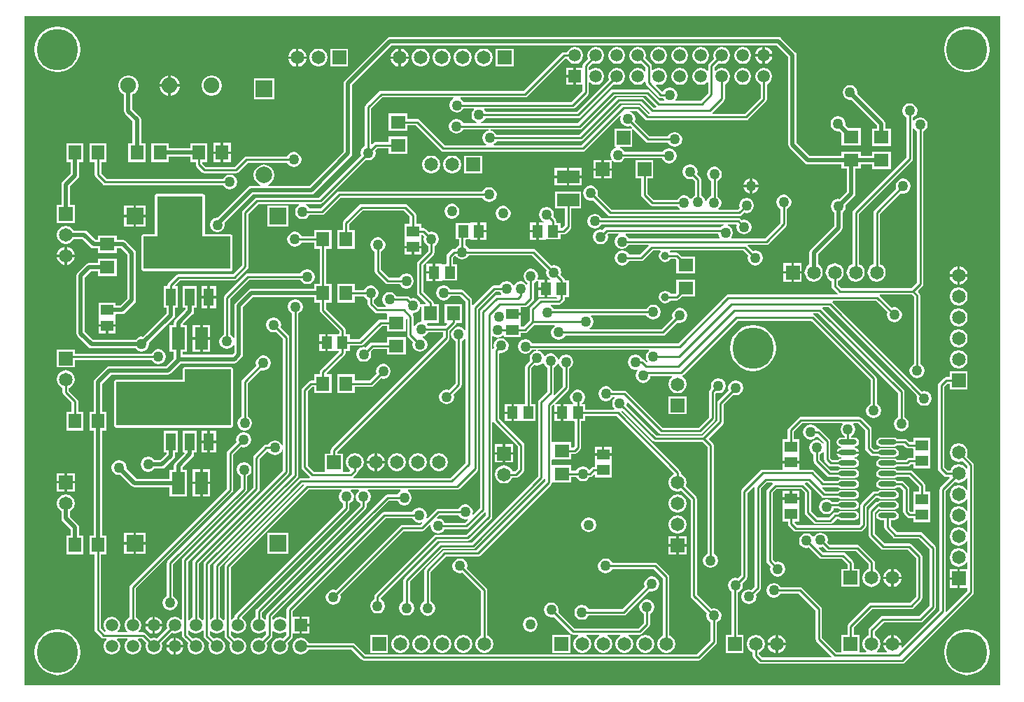
<source format=gbr>
G04 Layer_Physical_Order=2*
G04 Layer_Color=16711680*
%FSLAX23Y23*%
%MOIN*%
%TF.FileFunction,Copper,L2,Bot,Signal*%
%TF.Part,Single*%
G01*
G75*
%TA.AperFunction,SMDPad*%
%ADD11R,0.063X0.071*%
%TA.AperFunction,SMDPad*%
%ADD12O,0.087X0.024*%
%TA.AperFunction,SMDPad*%
%ADD13R,0.059X0.051*%
%TA.AperFunction,SMDPad*%
%ADD16R,0.051X0.059*%
%ADD20C,0.010*%
%ADD22C,0.020*%
%TA.AperFunction,ViaPad*%
%ADD25C,0.065*%
%TA.AperFunction,ViaPad*%
%ADD26R,0.065X0.065*%
%TA.AperFunction,ViaPad*%
%ADD27C,0.059*%
%TA.AperFunction,ViaPad*%
%ADD28R,0.059X0.059*%
%TA.AperFunction,ConnectorPad*%
%ADD29C,0.197*%
%TA.AperFunction,ViaPad*%
%ADD30C,0.079*%
%TA.AperFunction,ViaPad*%
%ADD31R,0.079X0.079*%
%TA.AperFunction,ViaPad*%
%ADD32R,0.065X0.065*%
%TA.AperFunction,ViaPad*%
%ADD33R,0.079X0.079*%
%TA.AperFunction,ViaPad*%
%ADD34C,0.075*%
%TA.AperFunction,ViaPad*%
%ADD35C,0.039*%
%TA.AperFunction,ViaPad*%
%ADD36C,0.050*%
%TA.AperFunction,SMDPad*%
%ADD37R,0.071X0.063*%
%TA.AperFunction,SMDPad*%
%ADD38R,0.125X0.075*%
%TA.AperFunction,SMDPad*%
%ADD39R,0.047X0.083*%
%TA.AperFunction,SMDPad*%
%ADD40R,0.063X0.106*%
%TA.AperFunction,SMDPad*%
%ADD41R,0.106X0.063*%
%ADD42R,0.220X0.070*%
%ADD43R,0.216X0.205*%
%ADD44R,0.413X0.154*%
%ADD45R,0.545X0.209*%
G36*
X5630Y1378D02*
X984D01*
Y4567D01*
X5630D01*
Y1378D01*
D02*
G37*
%LPC*%
G36*
X3262Y2527D02*
X3224D01*
Y2489D01*
X3262D01*
Y2527D01*
D02*
G37*
G36*
X3311D02*
X3274D01*
Y2489D01*
X3311D01*
Y2527D01*
D02*
G37*
G36*
X3781Y2515D02*
X3746D01*
Y2484D01*
X3781D01*
Y2515D01*
D02*
G37*
G36*
X4960Y2657D02*
X4681D01*
X4675Y2656D01*
X4670Y2653D01*
X4623Y2606D01*
X4620Y2601D01*
X4619Y2595D01*
Y2552D01*
X4594D01*
Y2483D01*
X4593Y2478D01*
X4593Y2476D01*
Y2448D01*
X4675D01*
Y2476D01*
X4675Y2478D01*
X4674Y2483D01*
Y2552D01*
X4649D01*
Y2589D01*
X4687Y2627D01*
X4878D01*
X4880Y2622D01*
X4873Y2611D01*
X4870Y2598D01*
X4873Y2584D01*
X4880Y2572D01*
X4890Y2566D01*
Y2559D01*
X4874D01*
X4866Y2558D01*
X4858Y2553D01*
X4853Y2546D01*
X4852Y2537D01*
X4853Y2529D01*
X4858Y2521D01*
X4866Y2517D01*
X4873Y2515D01*
Y2510D01*
X4865Y2509D01*
X4858Y2504D01*
X4853Y2496D01*
X4852Y2493D01*
X4959D01*
X4958Y2496D01*
X4953Y2504D01*
X4946Y2509D01*
X4939Y2510D01*
Y2515D01*
X4946Y2517D01*
X4953Y2521D01*
X4958Y2529D01*
X4959Y2537D01*
X4958Y2546D01*
X4953Y2553D01*
X4946Y2558D01*
X4937Y2559D01*
X4921D01*
Y2566D01*
X4931Y2572D01*
X4938Y2584D01*
X4941Y2598D01*
X4938Y2611D01*
X4931Y2622D01*
X4933Y2627D01*
X4954D01*
X4988Y2593D01*
Y2509D01*
X4989Y2503D01*
X4992Y2498D01*
X5014Y2476D01*
X5019Y2473D01*
X5025Y2472D01*
X5047D01*
X5047Y2471D01*
X5054Y2467D01*
X5063Y2465D01*
X5126D01*
X5134Y2467D01*
X5142Y2471D01*
X5147Y2479D01*
X5148Y2487D01*
X5147Y2496D01*
X5142Y2503D01*
X5134Y2508D01*
X5126Y2509D01*
X5063D01*
X5054Y2508D01*
X5047Y2503D01*
X5047Y2502D01*
X5031D01*
X5018Y2515D01*
Y2599D01*
X5017Y2605D01*
X5014Y2610D01*
X4971Y2653D01*
X4966Y2656D01*
X4960Y2657D01*
D02*
G37*
G36*
X3734Y2515D02*
X3700D01*
Y2484D01*
X3734D01*
Y2515D01*
D02*
G37*
G36*
X4728Y2621D02*
X4714Y2618D01*
X4703Y2610D01*
X4695Y2599D01*
X4692Y2585D01*
X4695Y2571D01*
X4703Y2560D01*
X4714Y2552D01*
X4728Y2549D01*
X4742Y2552D01*
X4753Y2560D01*
X4757Y2565D01*
X4762Y2566D01*
X4792Y2536D01*
X4791Y2531D01*
X4787Y2530D01*
X4782Y2536D01*
X4771Y2544D01*
X4757Y2547D01*
X4743Y2544D01*
X4732Y2536D01*
X4724Y2525D01*
X4721Y2511D01*
X4724Y2497D01*
X4732Y2486D01*
X4742Y2479D01*
Y2448D01*
X4743Y2442D01*
X4746Y2437D01*
X4807Y2376D01*
X4812Y2373D01*
X4818Y2372D01*
X4858D01*
X4858Y2371D01*
X4866Y2367D01*
X4874Y2365D01*
X4937D01*
X4946Y2367D01*
X4953Y2371D01*
X4958Y2379D01*
X4959Y2387D01*
X4958Y2396D01*
X4953Y2403D01*
X4946Y2408D01*
X4937Y2409D01*
X4874D01*
X4866Y2408D01*
X4858Y2403D01*
X4858Y2402D01*
X4824D01*
X4772Y2454D01*
Y2479D01*
X4782Y2486D01*
X4787Y2492D01*
X4792Y2491D01*
Y2454D01*
X4793Y2448D01*
X4796Y2443D01*
X4813Y2426D01*
X4818Y2423D01*
X4824Y2422D01*
X4858D01*
X4858Y2421D01*
X4866Y2417D01*
X4874Y2415D01*
X4937D01*
X4946Y2417D01*
X4953Y2421D01*
X4958Y2429D01*
X4959Y2437D01*
X4958Y2446D01*
X4953Y2453D01*
X4946Y2458D01*
X4939Y2459D01*
Y2464D01*
X4946Y2466D01*
X4953Y2471D01*
X4958Y2478D01*
X4959Y2481D01*
X4852D01*
X4853Y2478D01*
X4858Y2471D01*
X4865Y2466D01*
X4873Y2464D01*
Y2459D01*
X4866Y2458D01*
X4858Y2453D01*
X4858Y2452D01*
X4830D01*
X4822Y2460D01*
Y2542D01*
X4821Y2548D01*
X4818Y2553D01*
X4775Y2596D01*
X4770Y2599D01*
X4764Y2600D01*
X4760D01*
X4753Y2610D01*
X4742Y2618D01*
X4728Y2621D01*
D02*
G37*
G36*
X4137Y2756D02*
X4052D01*
Y2671D01*
X4137D01*
Y2756D01*
D02*
G37*
G36*
X3303Y2718D02*
X3272D01*
Y2683D01*
X3303D01*
Y2718D01*
D02*
G37*
G36*
X3539Y2671D02*
X3509D01*
Y2637D01*
X3539D01*
Y2671D01*
D02*
G37*
G36*
X1181Y2880D02*
X1165Y2876D01*
X1150Y2867D01*
X1141Y2853D01*
X1138Y2836D01*
X1141Y2820D01*
X1150Y2806D01*
X1165Y2796D01*
X1166Y2796D01*
Y2775D01*
X1167Y2769D01*
X1170Y2764D01*
X1209Y2725D01*
Y2683D01*
X1183D01*
Y2592D01*
X1266D01*
Y2683D01*
X1240D01*
Y2732D01*
X1239Y2737D01*
X1235Y2742D01*
X1196Y2781D01*
Y2796D01*
X1198Y2796D01*
X1212Y2806D01*
X1221Y2820D01*
X1224Y2836D01*
X1221Y2853D01*
X1212Y2867D01*
X1198Y2876D01*
X1181Y2880D01*
D02*
G37*
G36*
X3303Y2671D02*
X3272D01*
Y2637D01*
X3303D01*
Y2671D01*
D02*
G37*
G36*
X5126Y2559D02*
X5063D01*
X5054Y2558D01*
X5047Y2553D01*
X5042Y2546D01*
X5041Y2537D01*
X5042Y2529D01*
X5047Y2521D01*
X5054Y2517D01*
X5063Y2515D01*
X5126D01*
X5134Y2517D01*
X5142Y2521D01*
X5142Y2522D01*
X5171D01*
X5182Y2512D01*
X5187Y2508D01*
X5193Y2507D01*
X5215D01*
X5218Y2504D01*
Y2488D01*
X5218Y2487D01*
Y2483D01*
X5218Y2482D01*
Y2463D01*
X5198D01*
X5192Y2462D01*
X5187Y2458D01*
X5181Y2452D01*
X5142D01*
X5142Y2453D01*
X5134Y2458D01*
X5126Y2459D01*
X5063D01*
X5054Y2458D01*
X5047Y2453D01*
X5042Y2446D01*
X5041Y2437D01*
X5042Y2429D01*
X5047Y2421D01*
X5054Y2417D01*
X5063Y2415D01*
X5126D01*
X5134Y2417D01*
X5142Y2421D01*
X5142Y2422D01*
X5187D01*
X5193Y2423D01*
X5198Y2426D01*
X5204Y2432D01*
X5218D01*
Y2412D01*
X5298D01*
Y2482D01*
X5298Y2483D01*
Y2487D01*
X5298Y2488D01*
Y2558D01*
X5218D01*
Y2538D01*
X5199D01*
X5189Y2548D01*
X5184Y2551D01*
X5178Y2552D01*
X5142D01*
X5142Y2553D01*
X5134Y2558D01*
X5126Y2559D01*
D02*
G37*
G36*
X2857Y2484D02*
X2841Y2481D01*
X2827Y2472D01*
X2817Y2458D01*
X2814Y2441D01*
X2817Y2424D01*
X2827Y2410D01*
X2841Y2401D01*
X2857Y2398D01*
X2874Y2401D01*
X2888Y2410D01*
X2897Y2424D01*
X2901Y2441D01*
X2897Y2458D01*
X2888Y2472D01*
X2874Y2481D01*
X2857Y2484D01*
D02*
G37*
G36*
X2957D02*
X2941Y2481D01*
X2927Y2472D01*
X2917Y2458D01*
X2914Y2441D01*
X2917Y2424D01*
X2927Y2410D01*
X2941Y2401D01*
X2957Y2398D01*
X2974Y2401D01*
X2988Y2410D01*
X2997Y2424D01*
X3001Y2441D01*
X2997Y2458D01*
X2988Y2472D01*
X2974Y2481D01*
X2957Y2484D01*
D02*
G37*
G36*
X2757D02*
X2741Y2481D01*
X2727Y2472D01*
X2717Y2458D01*
X2714Y2441D01*
X2717Y2424D01*
X2727Y2410D01*
X2741Y2401D01*
X2757Y2398D01*
X2774Y2401D01*
X2788Y2410D01*
X2797Y2424D01*
X2801Y2441D01*
X2797Y2458D01*
X2788Y2472D01*
X2774Y2481D01*
X2757Y2484D01*
D02*
G37*
G36*
X1175Y2389D02*
X1138D01*
Y2352D01*
X1175D01*
Y2389D01*
D02*
G37*
G36*
X1225D02*
X1187D01*
Y2352D01*
X1225D01*
Y2389D01*
D02*
G37*
G36*
X2651Y2435D02*
X2614D01*
X2617Y2424D01*
X2626Y2410D01*
X2641Y2400D01*
X2651Y2398D01*
Y2435D01*
D02*
G37*
G36*
Y2484D02*
X2641Y2482D01*
X2626Y2472D01*
X2617Y2458D01*
X2614Y2447D01*
X2651D01*
Y2484D01*
D02*
G37*
G36*
X2663D02*
Y2447D01*
X2701D01*
X2698Y2458D01*
X2689Y2472D01*
X2674Y2482D01*
X2663Y2484D01*
D02*
G37*
G36*
X3311Y2477D02*
X3274D01*
Y2440D01*
X3311D01*
Y2477D01*
D02*
G37*
G36*
X2701Y2435D02*
X2663D01*
Y2398D01*
X2674Y2400D01*
X2689Y2410D01*
X2698Y2424D01*
X2701Y2435D01*
D02*
G37*
G36*
X3262Y2477D02*
X3224D01*
Y2440D01*
X3262D01*
Y2477D01*
D02*
G37*
G36*
X5476Y2874D02*
X5391D01*
Y2847D01*
X5374D01*
X5369Y2846D01*
X5364Y2842D01*
X5339Y2818D01*
X5336Y2813D01*
X5335Y2807D01*
Y2410D01*
X5336Y2404D01*
X5339Y2399D01*
X5363Y2376D01*
X5368Y2372D01*
X5373Y2371D01*
X5389D01*
X5391Y2366D01*
X5346Y2321D01*
X5343Y2316D01*
X5342Y2311D01*
Y1736D01*
X5164Y1559D01*
X5160Y1561D01*
X5161Y1569D01*
X5075D01*
X5077Y1558D01*
X5087Y1543D01*
X5092Y1540D01*
X5090Y1535D01*
X5044D01*
X5043Y1540D01*
X5049Y1544D01*
X5058Y1558D01*
X5061Y1575D01*
X5058Y1591D01*
X5049Y1605D01*
X5035Y1615D01*
X5033Y1615D01*
Y1634D01*
X5077Y1678D01*
X5251D01*
X5257Y1679D01*
X5262Y1682D01*
X5322Y1742D01*
X5325Y1747D01*
X5326Y1753D01*
Y2031D01*
X5325Y2037D01*
X5322Y2042D01*
X5260Y2104D01*
X5255Y2107D01*
X5249Y2108D01*
X5138D01*
X5110Y2137D01*
Y2165D01*
X5126D01*
X5134Y2167D01*
X5142Y2171D01*
X5147Y2179D01*
X5148Y2187D01*
X5147Y2196D01*
X5142Y2203D01*
X5134Y2208D01*
X5126Y2209D01*
X5063D01*
X5054Y2208D01*
X5047Y2203D01*
X5042Y2196D01*
X5041Y2187D01*
X5042Y2179D01*
X5047Y2171D01*
X5054Y2167D01*
X5063Y2165D01*
X5079D01*
Y2131D01*
X5080Y2125D01*
X5084Y2120D01*
X5121Y2082D01*
X5126Y2079D01*
X5132Y2078D01*
X5243D01*
X5296Y2025D01*
Y1759D01*
X5245Y1708D01*
X5071D01*
X5065Y1707D01*
X5060Y1704D01*
X5007Y1651D01*
X5004Y1646D01*
X5003Y1640D01*
Y1615D01*
X5002Y1615D01*
X4987Y1605D01*
X4978Y1591D01*
X4975Y1575D01*
X4978Y1558D01*
X4987Y1544D01*
X4994Y1540D01*
X4992Y1535D01*
X4961D01*
Y1617D01*
X4933D01*
Y1652D01*
X5022Y1741D01*
X5207D01*
X5213Y1742D01*
X5218Y1745D01*
X5256Y1783D01*
X5259Y1788D01*
X5260Y1794D01*
Y1992D01*
X5259Y1998D01*
X5256Y2003D01*
X5209Y2050D01*
X5204Y2053D01*
X5198Y2054D01*
X5081D01*
X5033Y2102D01*
Y2202D01*
X5051Y2219D01*
X5054Y2217D01*
X5063Y2215D01*
X5126D01*
X5134Y2217D01*
X5142Y2221D01*
X5147Y2229D01*
X5148Y2237D01*
X5147Y2246D01*
X5142Y2253D01*
X5134Y2258D01*
X5126Y2259D01*
X5063D01*
X5054Y2258D01*
X5047Y2253D01*
X5047Y2252D01*
X5041Y2251D01*
X5036Y2248D01*
X5007Y2219D01*
X5004Y2214D01*
X5003Y2208D01*
Y2096D01*
X5004Y2090D01*
X5007Y2085D01*
X5064Y2028D01*
X5069Y2025D01*
X5075Y2024D01*
X5192D01*
X5230Y1986D01*
Y1800D01*
X5201Y1771D01*
X5016D01*
X5010Y1770D01*
X5005Y1767D01*
X4907Y1669D01*
X4904Y1664D01*
X4903Y1658D01*
Y1617D01*
X4876D01*
Y1535D01*
X4850D01*
X4782Y1603D01*
Y1741D01*
X4781Y1747D01*
X4778Y1752D01*
X4689Y1841D01*
X4684Y1844D01*
X4678Y1845D01*
X4585D01*
X4578Y1855D01*
X4567Y1863D01*
X4553Y1866D01*
X4539Y1863D01*
X4528Y1855D01*
X4520Y1844D01*
X4517Y1830D01*
X4520Y1816D01*
X4528Y1805D01*
X4539Y1797D01*
X4553Y1794D01*
X4567Y1797D01*
X4578Y1805D01*
X4585Y1815D01*
X4672D01*
X4752Y1735D01*
Y1597D01*
X4753Y1591D01*
X4756Y1586D01*
X4827Y1515D01*
X4826Y1510D01*
X4497D01*
X4482Y1525D01*
Y1535D01*
X4484Y1535D01*
X4498Y1544D01*
X4507Y1558D01*
X4510Y1575D01*
X4507Y1591D01*
X4498Y1605D01*
X4484Y1615D01*
X4467Y1618D01*
X4450Y1615D01*
X4436Y1605D01*
X4427Y1591D01*
X4424Y1575D01*
X4427Y1558D01*
X4436Y1544D01*
X4450Y1535D01*
X4452Y1535D01*
Y1519D01*
X4453Y1513D01*
X4456Y1508D01*
X4480Y1484D01*
X4485Y1481D01*
X4491Y1480D01*
X5165D01*
X5171Y1481D01*
X5176Y1484D01*
X5502Y1810D01*
X5505Y1815D01*
X5506Y1821D01*
Y2429D01*
X5505Y2435D01*
X5502Y2439D01*
X5472Y2469D01*
X5473Y2470D01*
X5476Y2487D01*
X5473Y2503D01*
X5464Y2517D01*
X5450Y2527D01*
X5433Y2530D01*
X5416Y2527D01*
X5402Y2517D01*
X5393Y2503D01*
X5390Y2487D01*
X5393Y2470D01*
X5402Y2456D01*
X5416Y2447D01*
X5433Y2443D01*
X5450Y2447D01*
X5451Y2447D01*
X5476Y2422D01*
Y2408D01*
X5471Y2407D01*
X5464Y2417D01*
X5450Y2427D01*
X5433Y2430D01*
X5416Y2427D01*
X5402Y2417D01*
X5393Y2403D01*
X5393Y2402D01*
X5380D01*
X5365Y2416D01*
Y2801D01*
X5381Y2816D01*
X5391D01*
Y2789D01*
X5476D01*
Y2874D01*
D02*
G37*
G36*
X5433Y3275D02*
X5416Y3272D01*
X5402Y3262D01*
X5393Y3248D01*
X5390Y3231D01*
X5393Y3215D01*
X5402Y3201D01*
X5416Y3191D01*
X5433Y3188D01*
X5450Y3191D01*
X5464Y3201D01*
X5473Y3215D01*
X5476Y3231D01*
X5473Y3248D01*
X5464Y3262D01*
X5450Y3272D01*
X5433Y3275D01*
D02*
G37*
G36*
X3462Y3263D02*
X3431D01*
Y3228D01*
X3462D01*
Y3263D01*
D02*
G37*
G36*
X1181Y3569D02*
X1165Y3565D01*
X1150Y3556D01*
X1141Y3542D01*
X1138Y3525D01*
X1141Y3509D01*
X1150Y3495D01*
X1165Y3485D01*
X1181Y3482D01*
X1198Y3485D01*
X1212Y3495D01*
X1219Y3505D01*
X1260D01*
X1299Y3466D01*
X1306Y3461D01*
X1314Y3460D01*
X1333D01*
Y3439D01*
X1423D01*
Y3460D01*
X1445D01*
X1476Y3430D01*
Y3222D01*
X1441Y3188D01*
X1417D01*
Y3203D01*
X1338D01*
Y3134D01*
X1337Y3129D01*
X1337Y3127D01*
Y3099D01*
X1418D01*
Y3127D01*
X1418Y3129D01*
X1417Y3134D01*
Y3143D01*
X1421Y3147D01*
X1449D01*
X1457Y3148D01*
X1464Y3153D01*
X1510Y3200D01*
X1515Y3206D01*
X1516Y3214D01*
Y3438D01*
X1516Y3438D01*
X1515Y3446D01*
X1510Y3452D01*
X1468Y3495D01*
X1461Y3499D01*
X1454Y3501D01*
X1423D01*
Y3522D01*
X1333D01*
Y3501D01*
X1322D01*
X1283Y3540D01*
X1277Y3544D01*
X1269Y3546D01*
X1219D01*
X1212Y3556D01*
X1198Y3565D01*
X1181Y3569D01*
D02*
G37*
G36*
X1856Y3222D02*
X1828D01*
Y3176D01*
X1856D01*
Y3222D01*
D02*
G37*
G36*
X1897D02*
X1868D01*
Y3176D01*
X1897D01*
Y3222D01*
D02*
G37*
G36*
X1856Y3281D02*
X1828D01*
Y3234D01*
X1856D01*
Y3281D01*
D02*
G37*
G36*
X5201Y4153D02*
X5187Y4150D01*
X5176Y4142D01*
X5168Y4131D01*
X5165Y4117D01*
X5168Y4103D01*
X5176Y4092D01*
X5186Y4085D01*
Y3894D01*
X4932Y3640D01*
X4928Y3635D01*
X4927Y3630D01*
Y3387D01*
X4926Y3386D01*
X4912Y3377D01*
X4903Y3363D01*
X4899Y3346D01*
X4903Y3330D01*
X4912Y3316D01*
X4926Y3306D01*
X4943Y3303D01*
X4959Y3306D01*
X4973Y3316D01*
X4983Y3330D01*
X4986Y3346D01*
X4983Y3363D01*
X4973Y3377D01*
X4959Y3386D01*
X4958Y3387D01*
Y3623D01*
X5212Y3877D01*
X5215Y3882D01*
X5216Y3888D01*
Y4030D01*
X5221Y4031D01*
X5225Y4025D01*
X5235Y4019D01*
Y3297D01*
X5210Y3271D01*
X4874D01*
X4858Y3288D01*
Y3306D01*
X4859Y3306D01*
X4873Y3316D01*
X4883Y3330D01*
X4886Y3346D01*
X4883Y3363D01*
X4873Y3377D01*
X4859Y3386D01*
X4843Y3390D01*
X4826Y3386D01*
X4812Y3377D01*
X4803Y3363D01*
X4799Y3346D01*
X4803Y3330D01*
X4812Y3316D01*
X4826Y3306D01*
X4827Y3306D01*
Y3281D01*
X4828Y3276D01*
X4832Y3271D01*
X4857Y3245D01*
X4857Y3245D01*
X4856Y3240D01*
X4335D01*
X4329Y3239D01*
X4324Y3236D01*
X4097Y3008D01*
X3402D01*
X3395Y3018D01*
X3384Y3026D01*
X3370Y3029D01*
X3356Y3026D01*
X3345Y3018D01*
X3337Y3007D01*
X3334Y2993D01*
X3337Y2979D01*
X3345Y2968D01*
X3356Y2960D01*
X3370Y2957D01*
X3384Y2960D01*
X3395Y2968D01*
X3402Y2978D01*
X3421D01*
X3421Y2973D01*
X3412Y2971D01*
X3400Y2963D01*
X3392Y2951D01*
X3390Y2938D01*
X3392Y2926D01*
X3373Y2907D01*
X3370Y2902D01*
X3369Y2896D01*
Y2720D01*
X3365Y2717D01*
X3350D01*
X3346Y2718D01*
X3344Y2718D01*
X3315D01*
Y2677D01*
Y2637D01*
X3344D01*
X3346Y2637D01*
X3350Y2638D01*
X3419D01*
Y2717D01*
X3399D01*
Y2890D01*
X3413Y2904D01*
X3425Y2902D01*
X3439Y2905D01*
X3450Y2913D01*
X3452Y2914D01*
X3456Y2913D01*
X3457Y2910D01*
X3465Y2899D01*
X3475Y2892D01*
Y2779D01*
X3434Y2739D01*
X3431Y2734D01*
X3430Y2728D01*
Y2374D01*
X3114Y2058D01*
X2969D01*
X2963Y2057D01*
X2958Y2054D01*
X2794Y1889D01*
X2790Y1884D01*
X2789Y1878D01*
Y1778D01*
X2779Y1772D01*
X2771Y1760D01*
X2769Y1746D01*
X2771Y1733D01*
X2779Y1721D01*
X2791Y1713D01*
X2804Y1711D01*
X2818Y1713D01*
X2830Y1721D01*
X2837Y1733D01*
X2840Y1746D01*
X2837Y1760D01*
X2830Y1772D01*
X2820Y1778D01*
Y1872D01*
X2975Y2028D01*
X3120D01*
X3126Y2029D01*
X3131Y2032D01*
X3456Y2357D01*
X3459Y2362D01*
X3460Y2365D01*
X3465Y2365D01*
Y2350D01*
X3137Y2022D01*
X2986D01*
X2980Y2021D01*
X2975Y2018D01*
X2893Y1936D01*
X2890Y1931D01*
X2889Y1925D01*
Y1777D01*
X2879Y1770D01*
X2871Y1759D01*
X2868Y1745D01*
X2871Y1731D01*
X2879Y1720D01*
X2890Y1712D01*
X2904Y1709D01*
X2918Y1712D01*
X2929Y1720D01*
X2937Y1731D01*
X2940Y1745D01*
X2937Y1759D01*
X2929Y1770D01*
X2919Y1777D01*
Y1918D01*
X2993Y1992D01*
X3143D01*
X3149Y1993D01*
X3154Y1996D01*
X3491Y2333D01*
X3494Y2338D01*
X3495Y2341D01*
X3498Y2344D01*
X3500Y2344D01*
X3589D01*
Y2371D01*
X3611D01*
X3618Y2361D01*
X3630Y2353D01*
X3643Y2350D01*
X3657Y2353D01*
X3668Y2361D01*
X3675Y2371D01*
X3678D01*
X3684Y2372D01*
X3689Y2375D01*
X3696Y2382D01*
X3701Y2380D01*
Y2368D01*
X3780D01*
Y2437D01*
X3781Y2442D01*
X3781Y2444D01*
Y2472D01*
X3700D01*
Y2444D01*
X3700Y2442D01*
X3701Y2437D01*
Y2422D01*
X3697Y2419D01*
X3696D01*
X3690Y2418D01*
X3685Y2414D01*
X3676Y2406D01*
X3671Y2407D01*
X3668Y2411D01*
X3657Y2419D01*
X3643Y2422D01*
X3630Y2419D01*
X3618Y2411D01*
X3611Y2401D01*
X3589D01*
Y2427D01*
X3500D01*
X3498Y2427D01*
X3495Y2431D01*
Y2451D01*
X3498Y2455D01*
X3500Y2455D01*
X3589D01*
Y2481D01*
X3603D01*
X3609Y2482D01*
X3614Y2485D01*
X3631Y2502D01*
X3634Y2507D01*
X3635Y2513D01*
Y2638D01*
X3656D01*
Y2662D01*
X3803D01*
X4077Y2389D01*
X4077Y2388D01*
X4076Y2383D01*
X4064Y2375D01*
X4054Y2361D01*
X4051Y2344D01*
X4054Y2328D01*
X4064Y2313D01*
X4078Y2304D01*
X4094Y2301D01*
X4111Y2304D01*
X4112Y2305D01*
X4157Y2260D01*
Y1805D01*
X4158Y1799D01*
X4161Y1794D01*
X4234Y1722D01*
X4231Y1710D01*
X4234Y1696D01*
X4242Y1685D01*
X4252Y1678D01*
Y1590D01*
X4188Y1526D01*
X2606D01*
X2558Y1575D01*
X2553Y1578D01*
X2547Y1579D01*
X2338D01*
X2338Y1580D01*
X2329Y1593D01*
X2316Y1601D01*
X2300Y1604D01*
X2285Y1601D01*
X2272Y1593D01*
X2263Y1580D01*
X2260Y1564D01*
X2263Y1549D01*
X2272Y1536D01*
X2285Y1527D01*
X2300Y1524D01*
X2316Y1527D01*
X2329Y1536D01*
X2338Y1549D01*
X2338Y1549D01*
X2540D01*
X2589Y1500D01*
X2594Y1497D01*
X2600Y1496D01*
X4194D01*
X4200Y1497D01*
X4205Y1500D01*
X4278Y1573D01*
X4281Y1578D01*
X4282Y1584D01*
Y1678D01*
X4292Y1685D01*
X4300Y1696D01*
X4303Y1710D01*
X4300Y1724D01*
X4292Y1735D01*
X4281Y1743D01*
X4267Y1746D01*
X4255Y1743D01*
X4187Y1811D01*
Y2267D01*
X4186Y2272D01*
X4183Y2277D01*
X4134Y2326D01*
X4135Y2328D01*
X4138Y2344D01*
X4135Y2361D01*
X4125Y2375D01*
X4111Y2384D01*
X4110Y2384D01*
Y2393D01*
X4109Y2398D01*
X4105Y2403D01*
X3827Y2682D01*
X3828Y2687D01*
X3832Y2688D01*
X3976Y2543D01*
X3981Y2540D01*
X3987Y2539D01*
X4213D01*
X4237Y2515D01*
Y2005D01*
X4227Y1998D01*
X4219Y1987D01*
X4216Y1973D01*
X4219Y1959D01*
X4227Y1948D01*
X4238Y1940D01*
X4252Y1937D01*
X4266Y1940D01*
X4277Y1948D01*
X4285Y1959D01*
X4288Y1973D01*
X4285Y1987D01*
X4277Y1998D01*
X4267Y2005D01*
Y2521D01*
X4266Y2527D01*
X4263Y2532D01*
X4243Y2552D01*
Y2556D01*
X4310Y2623D01*
X4313Y2628D01*
X4314Y2634D01*
Y2717D01*
X4360Y2763D01*
X4372Y2760D01*
X4386Y2763D01*
X4397Y2771D01*
X4405Y2782D01*
X4408Y2796D01*
X4405Y2810D01*
X4397Y2821D01*
X4386Y2829D01*
X4372Y2832D01*
X4358Y2829D01*
X4347Y2821D01*
X4339Y2810D01*
X4336Y2796D01*
X4339Y2784D01*
X4288Y2734D01*
X4285Y2729D01*
X4284Y2723D01*
Y2640D01*
X4213Y2569D01*
X3993D01*
X3852Y2710D01*
X3855Y2722D01*
X3854Y2727D01*
X3858Y2729D01*
X4008Y2579D01*
X4013Y2576D01*
X4019Y2575D01*
X4201D01*
X4207Y2576D01*
X4212Y2579D01*
X4272Y2639D01*
X4275Y2644D01*
X4276Y2650D01*
Y2768D01*
X4281Y2772D01*
X4289Y2770D01*
X4303Y2773D01*
X4314Y2781D01*
X4322Y2792D01*
X4325Y2806D01*
X4322Y2820D01*
X4314Y2831D01*
X4303Y2839D01*
X4289Y2842D01*
X4275Y2839D01*
X4264Y2831D01*
X4256Y2820D01*
X4253Y2806D01*
X4256Y2794D01*
X4250Y2789D01*
X4247Y2784D01*
X4246Y2778D01*
Y2656D01*
X4195Y2605D01*
X4025D01*
X3852Y2779D01*
X3847Y2782D01*
X3841Y2783D01*
X3785D01*
X3778Y2793D01*
X3767Y2801D01*
X3753Y2804D01*
X3739Y2801D01*
X3728Y2793D01*
X3720Y2782D01*
X3717Y2768D01*
X3720Y2754D01*
X3728Y2743D01*
X3739Y2735D01*
X3753Y2732D01*
X3767Y2735D01*
X3778Y2743D01*
X3785Y2753D01*
X3793D01*
X3795Y2748D01*
X3794Y2747D01*
X3786Y2736D01*
X3783Y2722D01*
X3786Y2708D01*
X3793Y2697D01*
X3792Y2692D01*
X3656D01*
Y2717D01*
X3639D01*
X3637Y2722D01*
X3643Y2726D01*
X3651Y2737D01*
X3654Y2751D01*
X3651Y2765D01*
X3643Y2776D01*
X3632Y2784D01*
X3618Y2787D01*
X3604Y2784D01*
X3593Y2776D01*
X3585Y2765D01*
X3582Y2751D01*
X3585Y2737D01*
X3593Y2726D01*
X3599Y2722D01*
X3597Y2717D01*
X3586D01*
X3582Y2718D01*
X3580Y2718D01*
X3551D01*
Y2677D01*
Y2637D01*
X3580D01*
X3582Y2637D01*
X3586Y2638D01*
X3601D01*
X3605Y2634D01*
Y2519D01*
X3597Y2511D01*
X3589D01*
Y2538D01*
X3500D01*
X3498Y2538D01*
X3495Y2541D01*
Y2708D01*
X3504Y2716D01*
X3509Y2714D01*
Y2683D01*
X3539D01*
Y2718D01*
X3512D01*
X3510Y2723D01*
X3574Y2786D01*
X3577Y2791D01*
X3578Y2797D01*
Y2887D01*
X3588Y2894D01*
X3596Y2905D01*
X3599Y2919D01*
X3596Y2933D01*
X3588Y2944D01*
X3577Y2952D01*
X3563Y2955D01*
X3549Y2952D01*
X3538Y2944D01*
X3530Y2933D01*
X3530Y2930D01*
X3524D01*
X3523Y2938D01*
X3515Y2949D01*
X3504Y2957D01*
X3490Y2960D01*
X3476Y2957D01*
X3465Y2949D01*
X3464Y2948D01*
X3459Y2949D01*
X3458Y2951D01*
X3450Y2963D01*
X3439Y2971D01*
X3429Y2973D01*
X3430Y2978D01*
X3957D01*
X3959Y2973D01*
X3954Y2969D01*
X3946Y2958D01*
X3943Y2944D01*
X3946Y2930D01*
X3953Y2921D01*
X3949Y2917D01*
X3936Y2930D01*
X3931Y2933D01*
X3925Y2934D01*
X3925D01*
X3918Y2944D01*
X3907Y2952D01*
X3893Y2955D01*
X3879Y2952D01*
X3868Y2944D01*
X3860Y2933D01*
X3857Y2919D01*
X3860Y2905D01*
X3868Y2894D01*
X3879Y2886D01*
X3893Y2883D01*
X3905Y2886D01*
X3907Y2881D01*
X3906Y2880D01*
X3898Y2869D01*
X3895Y2855D01*
X3898Y2841D01*
X3906Y2830D01*
X3917Y2822D01*
X3931Y2819D01*
X3945Y2822D01*
X3956Y2830D01*
X3964Y2841D01*
X3966Y2853D01*
X4068D01*
X4070Y2848D01*
X4064Y2844D01*
X4054Y2830D01*
X4051Y2813D01*
X4054Y2797D01*
X4064Y2783D01*
X4078Y2773D01*
X4094Y2770D01*
X4111Y2773D01*
X4125Y2783D01*
X4135Y2797D01*
X4138Y2813D01*
X4135Y2830D01*
X4125Y2844D01*
X4118Y2849D01*
X4119Y2854D01*
X4123Y2857D01*
X4381Y3116D01*
X4731D01*
X5013Y2834D01*
Y2719D01*
X5003Y2712D01*
X4995Y2701D01*
X4992Y2687D01*
X4995Y2673D01*
X5003Y2662D01*
X5014Y2654D01*
X5028Y2651D01*
X5042Y2654D01*
X5053Y2662D01*
X5061Y2673D01*
X5064Y2687D01*
X5061Y2701D01*
X5053Y2712D01*
X5043Y2719D01*
Y2840D01*
X5042Y2846D01*
X5039Y2851D01*
X4748Y3142D01*
X4743Y3145D01*
X4740Y3146D01*
X4740Y3151D01*
X4766D01*
X5145Y2771D01*
Y2655D01*
X5135Y2649D01*
X5128Y2637D01*
X5125Y2624D01*
X5128Y2610D01*
X5135Y2598D01*
X5147Y2591D01*
X5161Y2588D01*
X5174Y2591D01*
X5186Y2598D01*
X5193Y2610D01*
X5196Y2624D01*
X5193Y2637D01*
X5186Y2649D01*
X5176Y2655D01*
Y2777D01*
X5175Y2783D01*
X5171Y2788D01*
X4785Y3175D01*
X4787Y3180D01*
X4814D01*
X5236Y2758D01*
X5233Y2746D01*
X5236Y2732D01*
X5244Y2721D01*
X5255Y2713D01*
X5269Y2710D01*
X5283Y2713D01*
X5294Y2721D01*
X5302Y2732D01*
X5305Y2746D01*
X5302Y2760D01*
X5294Y2771D01*
X5283Y2779D01*
X5269Y2782D01*
X5257Y2779D01*
X4832Y3205D01*
X4833Y3209D01*
X4834Y3210D01*
X5040D01*
X5094Y3156D01*
X5091Y3144D01*
X5094Y3130D01*
X5102Y3119D01*
X5113Y3111D01*
X5127Y3108D01*
X5141Y3111D01*
X5152Y3119D01*
X5160Y3130D01*
X5163Y3144D01*
X5160Y3158D01*
X5152Y3169D01*
X5141Y3177D01*
X5127Y3180D01*
X5115Y3177D01*
X5057Y3236D01*
X5057Y3236D01*
X5058Y3241D01*
X5210D01*
X5220Y3231D01*
Y2910D01*
X5210Y2903D01*
X5202Y2892D01*
X5199Y2878D01*
X5202Y2864D01*
X5210Y2853D01*
X5221Y2845D01*
X5235Y2842D01*
X5249Y2845D01*
X5260Y2853D01*
X5268Y2864D01*
X5271Y2878D01*
X5268Y2892D01*
X5260Y2903D01*
X5250Y2910D01*
Y3237D01*
X5249Y3243D01*
X5246Y3248D01*
X5240Y3253D01*
Y3259D01*
X5261Y3280D01*
X5265Y3285D01*
X5266Y3290D01*
Y4019D01*
X5276Y4025D01*
X5283Y4037D01*
X5286Y4050D01*
X5283Y4064D01*
X5276Y4076D01*
X5264Y4083D01*
X5251Y4086D01*
X5237Y4083D01*
X5225Y4076D01*
X5221Y4070D01*
X5216Y4071D01*
Y4085D01*
X5226Y4092D01*
X5234Y4103D01*
X5237Y4117D01*
X5234Y4131D01*
X5226Y4142D01*
X5215Y4150D01*
X5201Y4153D01*
D02*
G37*
G36*
X5427Y3325D02*
X5390D01*
X5392Y3315D01*
X5402Y3300D01*
X5416Y3291D01*
X5427Y3288D01*
Y3325D01*
D02*
G37*
G36*
X2667Y3514D02*
X2653Y3511D01*
X2642Y3503D01*
X2634Y3492D01*
X2631Y3478D01*
X2634Y3464D01*
X2642Y3453D01*
X2652Y3446D01*
Y3353D01*
X2653Y3347D01*
X2656Y3342D01*
X2704Y3294D01*
X2709Y3291D01*
X2715Y3290D01*
X2771D01*
X2778Y3280D01*
X2789Y3272D01*
X2803Y3269D01*
X2817Y3272D01*
X2828Y3280D01*
X2836Y3291D01*
X2839Y3305D01*
X2836Y3319D01*
X2828Y3330D01*
X2817Y3338D01*
X2803Y3341D01*
X2789Y3338D01*
X2778Y3330D01*
X2771Y3320D01*
X2721D01*
X2682Y3359D01*
Y3446D01*
X2692Y3453D01*
X2700Y3464D01*
X2703Y3478D01*
X2700Y3492D01*
X2692Y3503D01*
X2681Y3511D01*
X2667Y3514D01*
D02*
G37*
G36*
X1897Y3281D02*
X1868D01*
Y3234D01*
X1897D01*
Y3281D01*
D02*
G37*
G36*
X4179Y3313D02*
X4088D01*
Y3248D01*
X4084Y3244D01*
X4061D01*
X4057Y3250D01*
X4047Y3256D01*
X4035Y3259D01*
X4024Y3256D01*
X4014Y3250D01*
X4007Y3240D01*
X4005Y3228D01*
X4007Y3217D01*
X4014Y3207D01*
X4024Y3200D01*
X4035Y3198D01*
X4047Y3200D01*
X4057Y3207D01*
X4061Y3213D01*
X4091D01*
X4096Y3214D01*
X4101Y3218D01*
X4114Y3230D01*
X4179D01*
Y3313D01*
D02*
G37*
G36*
X2798Y3671D02*
X2590D01*
X2584Y3670D01*
X2579Y3667D01*
X2505Y3593D01*
X2502Y3588D01*
X2500Y3582D01*
Y3549D01*
X2474D01*
Y3459D01*
X2557D01*
Y3549D01*
X2531D01*
Y3575D01*
X2596Y3641D01*
X2792D01*
X2819Y3613D01*
Y3577D01*
X2795D01*
Y3508D01*
X2794Y3503D01*
X2794Y3501D01*
Y3473D01*
X2875D01*
Y3501D01*
X2875Y3503D01*
X2874Y3508D01*
Y3523D01*
X2875Y3524D01*
X2882D01*
X2889Y3517D01*
X2886Y3505D01*
X2889Y3491D01*
X2897Y3480D01*
X2907Y3473D01*
Y3446D01*
X2858Y3398D01*
X2855Y3393D01*
X2854Y3387D01*
Y3248D01*
X2855Y3242D01*
X2858Y3237D01*
X2896Y3200D01*
X2894Y3195D01*
X2876D01*
Y3111D01*
X2875Y3111D01*
X2861Y3108D01*
X2850Y3100D01*
X2845Y3093D01*
X2838Y3092D01*
X2837Y3092D01*
Y3136D01*
X2836Y3142D01*
X2833Y3147D01*
X2831Y3148D01*
X2834Y3153D01*
X2835Y3152D01*
X2849Y3155D01*
X2860Y3163D01*
X2868Y3174D01*
X2871Y3188D01*
X2868Y3202D01*
X2860Y3213D01*
X2849Y3221D01*
X2835Y3224D01*
X2823Y3221D01*
X2817Y3228D01*
X2812Y3231D01*
X2806Y3232D01*
X2755D01*
X2748Y3242D01*
X2737Y3250D01*
X2723Y3253D01*
X2709Y3250D01*
X2698Y3242D01*
X2690Y3231D01*
X2687Y3217D01*
X2690Y3203D01*
X2698Y3192D01*
X2704Y3187D01*
X2703Y3182D01*
X2669D01*
X2649Y3202D01*
Y3216D01*
X2659Y3223D01*
X2667Y3234D01*
X2670Y3248D01*
X2667Y3262D01*
X2659Y3273D01*
X2648Y3281D01*
X2634Y3284D01*
X2620Y3281D01*
X2609Y3273D01*
X2602Y3263D01*
X2557D01*
Y3293D01*
X2474D01*
Y3203D01*
X2557D01*
Y3233D01*
X2602D01*
X2609Y3223D01*
X2619Y3216D01*
Y3196D01*
X2620Y3190D01*
X2623Y3185D01*
X2652Y3156D01*
X2657Y3153D01*
X2663Y3152D01*
X2708D01*
X2710Y3148D01*
Y3122D01*
X2680D01*
X2674Y3120D01*
X2669Y3117D01*
X2579Y3027D01*
X2534D01*
Y3051D01*
X2513D01*
Y3073D01*
X2512Y3079D01*
X2509Y3084D01*
X2421Y3172D01*
Y3203D01*
X2447D01*
Y3293D01*
X2421D01*
Y3459D01*
X2447D01*
Y3549D01*
X2364D01*
Y3519D01*
X2304D01*
X2297Y3529D01*
X2286Y3537D01*
X2272Y3540D01*
X2258Y3537D01*
X2247Y3529D01*
X2239Y3518D01*
X2236Y3504D01*
X2239Y3490D01*
X2247Y3479D01*
X2258Y3471D01*
X2272Y3468D01*
X2286Y3471D01*
X2297Y3479D01*
X2304Y3489D01*
X2364D01*
Y3459D01*
X2390D01*
Y3293D01*
X2364D01*
Y3268D01*
X2065D01*
X2057Y3267D01*
X2051Y3262D01*
X1991Y3202D01*
X1986Y3196D01*
X1985Y3188D01*
Y3034D01*
X1980Y3033D01*
X1973Y3042D01*
X1963Y3049D01*
Y3219D01*
X2055Y3311D01*
X2299D01*
X2306Y3301D01*
X2317Y3293D01*
X2331Y3290D01*
X2345Y3293D01*
X2356Y3301D01*
X2364Y3312D01*
X2367Y3326D01*
X2364Y3340D01*
X2356Y3351D01*
X2345Y3359D01*
X2331Y3362D01*
X2317Y3359D01*
X2306Y3351D01*
X2299Y3341D01*
X2049D01*
X2043Y3340D01*
X2038Y3337D01*
X1937Y3236D01*
X1934Y3231D01*
X1933Y3225D01*
Y3049D01*
X1923Y3042D01*
X1915Y3031D01*
X1912Y3017D01*
X1915Y3003D01*
X1923Y2992D01*
X1934Y2984D01*
X1948Y2981D01*
X1962Y2984D01*
X1973Y2992D01*
X1980Y3001D01*
X1985Y3000D01*
Y2963D01*
X1975Y2954D01*
X1737D01*
Y2968D01*
X1758D01*
Y3095D01*
X1742D01*
X1739Y3100D01*
X1786Y3146D01*
X1790Y3153D01*
X1792Y3161D01*
Y3177D01*
X1805D01*
Y3280D01*
X1738D01*
Y3177D01*
X1751D01*
Y3169D01*
X1702Y3120D01*
X1698Y3113D01*
X1696Y3106D01*
Y3095D01*
X1675D01*
Y2968D01*
X1696D01*
Y2936D01*
X1660Y2899D01*
X1389D01*
X1389Y2899D01*
X1381Y2898D01*
X1375Y2893D01*
X1375Y2893D01*
X1320Y2839D01*
X1316Y2832D01*
X1314Y2825D01*
Y2683D01*
X1293D01*
Y2592D01*
X1314D01*
Y2093D01*
X1293D01*
Y2002D01*
X1318D01*
Y1644D01*
X1319Y1638D01*
X1322Y1633D01*
X1351Y1604D01*
X1356Y1601D01*
X1362Y1600D01*
X1374D01*
X1375Y1595D01*
X1372Y1593D01*
X1363Y1580D01*
X1360Y1564D01*
X1363Y1549D01*
X1372Y1536D01*
X1385Y1527D01*
X1400Y1524D01*
X1416Y1527D01*
X1429Y1536D01*
X1438Y1549D01*
X1441Y1564D01*
X1438Y1580D01*
X1429Y1593D01*
X1426Y1595D01*
X1427Y1600D01*
X1474D01*
X1475Y1595D01*
X1472Y1593D01*
X1463Y1580D01*
X1460Y1564D01*
X1463Y1549D01*
X1472Y1536D01*
X1485Y1527D01*
X1500Y1524D01*
X1516Y1527D01*
X1529Y1536D01*
X1538Y1549D01*
X1541Y1564D01*
X1538Y1580D01*
X1529Y1593D01*
X1526Y1595D01*
X1527Y1600D01*
X1543D01*
X1563Y1580D01*
X1563Y1580D01*
X1560Y1564D01*
X1563Y1549D01*
X1572Y1536D01*
X1585Y1527D01*
X1600Y1524D01*
X1616Y1527D01*
X1629Y1536D01*
X1638Y1549D01*
X1641Y1564D01*
X1638Y1580D01*
X1638Y1580D01*
X1685Y1627D01*
X1685Y1627D01*
X1700Y1624D01*
X1716Y1627D01*
X1729Y1636D01*
X1731Y1635D01*
X1734Y1634D01*
Y1616D01*
X1735Y1610D01*
X1738Y1605D01*
X1763Y1580D01*
X1763Y1580D01*
X1760Y1564D01*
X1763Y1549D01*
X1772Y1536D01*
X1785Y1527D01*
X1800Y1524D01*
X1816Y1527D01*
X1829Y1536D01*
X1838Y1549D01*
X1841Y1564D01*
X1838Y1580D01*
X1829Y1593D01*
X1816Y1601D01*
X1800Y1604D01*
X1785Y1601D01*
X1785Y1601D01*
X1764Y1622D01*
Y1638D01*
X1769Y1640D01*
X1772Y1636D01*
X1785Y1627D01*
X1800Y1624D01*
X1816Y1627D01*
X1829Y1636D01*
X1832Y1640D01*
X1837Y1639D01*
Y1613D01*
X1838Y1607D01*
X1841Y1602D01*
X1863Y1580D01*
X1863Y1580D01*
X1860Y1564D01*
X1863Y1549D01*
X1872Y1536D01*
X1885Y1527D01*
X1900Y1524D01*
X1916Y1527D01*
X1929Y1536D01*
X1938Y1549D01*
X1941Y1564D01*
X1938Y1580D01*
X1929Y1593D01*
X1916Y1601D01*
X1900Y1604D01*
X1885Y1601D01*
X1885Y1601D01*
X1867Y1619D01*
Y1634D01*
X1872Y1635D01*
X1885Y1627D01*
X1900Y1624D01*
X1916Y1627D01*
X1929Y1636D01*
X1932Y1640D01*
X1937Y1639D01*
Y1613D01*
X1938Y1607D01*
X1941Y1602D01*
X1963Y1580D01*
X1963Y1580D01*
X1960Y1564D01*
X1963Y1549D01*
X1972Y1536D01*
X1985Y1527D01*
X2000Y1524D01*
X2016Y1527D01*
X2029Y1536D01*
X2038Y1549D01*
X2041Y1564D01*
X2038Y1580D01*
X2029Y1593D01*
X2016Y1601D01*
X2000Y1604D01*
X1985Y1601D01*
X1985Y1601D01*
X1967Y1619D01*
Y1634D01*
X1972Y1635D01*
X1985Y1627D01*
X2000Y1624D01*
X2016Y1627D01*
X2029Y1636D01*
X2038Y1649D01*
X2041Y1664D01*
X2038Y1680D01*
X2029Y1693D01*
X2020Y1698D01*
X2020Y1703D01*
X2528Y2211D01*
X2531Y2216D01*
X2532Y2222D01*
Y2245D01*
X2542Y2252D01*
X2550Y2263D01*
X2553Y2277D01*
X2550Y2291D01*
X2542Y2302D01*
X2538Y2305D01*
X2540Y2310D01*
X2575D01*
X2577Y2305D01*
X2573Y2302D01*
X2565Y2291D01*
X2562Y2277D01*
X2565Y2263D01*
X2573Y2252D01*
X2583Y2245D01*
Y2235D01*
X2090Y1742D01*
X2086Y1737D01*
X2085Y1731D01*
Y1701D01*
X2085Y1701D01*
X2072Y1693D01*
X2063Y1680D01*
X2060Y1664D01*
X2063Y1649D01*
X2072Y1636D01*
X2085Y1627D01*
X2100Y1624D01*
X2116Y1627D01*
X2129Y1636D01*
X2131Y1639D01*
X2136Y1637D01*
Y1621D01*
X2116Y1601D01*
X2116Y1601D01*
X2100Y1604D01*
X2085Y1601D01*
X2072Y1593D01*
X2063Y1580D01*
X2060Y1564D01*
X2063Y1549D01*
X2072Y1536D01*
X2085Y1527D01*
X2100Y1524D01*
X2116Y1527D01*
X2129Y1536D01*
X2138Y1549D01*
X2141Y1564D01*
X2138Y1580D01*
X2138Y1580D01*
X2162Y1604D01*
X2165Y1609D01*
X2166Y1615D01*
Y1635D01*
X2171Y1637D01*
X2172Y1636D01*
X2185Y1627D01*
X2200Y1624D01*
X2216Y1627D01*
X2227Y1634D01*
X2232Y1632D01*
Y1617D01*
X2216Y1601D01*
X2216Y1601D01*
X2200Y1604D01*
X2185Y1601D01*
X2172Y1593D01*
X2163Y1580D01*
X2160Y1564D01*
X2163Y1549D01*
X2172Y1536D01*
X2185Y1527D01*
X2200Y1524D01*
X2216Y1527D01*
X2229Y1536D01*
X2238Y1549D01*
X2241Y1564D01*
X2238Y1580D01*
X2238Y1580D01*
X2258Y1600D01*
X2261Y1605D01*
X2262Y1611D01*
Y1624D01*
X2294D01*
Y1664D01*
Y1705D01*
X2262D01*
Y1732D01*
X2704Y2174D01*
X2832D01*
X2839Y2164D01*
X2850Y2156D01*
X2864Y2153D01*
X2877Y2156D01*
X2878Y2156D01*
X2879Y2150D01*
X2872Y2143D01*
X2785D01*
X2779Y2142D01*
X2774Y2139D01*
X2467Y1831D01*
X2455Y1834D01*
X2441Y1831D01*
X2430Y1823D01*
X2422Y1812D01*
X2419Y1798D01*
X2422Y1784D01*
X2430Y1773D01*
X2441Y1765D01*
X2455Y1762D01*
X2469Y1765D01*
X2480Y1773D01*
X2488Y1784D01*
X2491Y1798D01*
X2488Y1810D01*
X2791Y2113D01*
X2878D01*
X2884Y2114D01*
X2889Y2117D01*
X2915Y2143D01*
X2919Y2141D01*
X2919Y2137D01*
X2921Y2124D01*
X2929Y2112D01*
X2941Y2104D01*
X2954Y2102D01*
X2968Y2104D01*
X2980Y2112D01*
X2986Y2122D01*
X3089D01*
X3095Y2123D01*
X3100Y2127D01*
X3177Y2203D01*
X3182Y2201D01*
Y2188D01*
X3090Y2096D01*
X2946D01*
X2940Y2095D01*
X2935Y2092D01*
X2655Y1812D01*
X2652Y1807D01*
X2651Y1801D01*
Y1788D01*
X2641Y1781D01*
X2633Y1770D01*
X2630Y1756D01*
X2633Y1742D01*
X2641Y1731D01*
X2652Y1723D01*
X2666Y1720D01*
X2680Y1723D01*
X2691Y1731D01*
X2699Y1742D01*
X2702Y1756D01*
X2699Y1770D01*
X2691Y1781D01*
X2681Y1788D01*
Y1795D01*
X2952Y2066D01*
X3096D01*
X3102Y2067D01*
X3107Y2070D01*
X3208Y2171D01*
X3211Y2176D01*
X3212Y2182D01*
Y2593D01*
X3212Y2594D01*
Y2631D01*
X3213Y2632D01*
X3220Y2631D01*
X3220Y2630D01*
X3334Y2517D01*
Y2412D01*
X3320Y2399D01*
X3308D01*
X3308Y2400D01*
X3298Y2414D01*
X3284Y2423D01*
X3268Y2427D01*
X3251Y2423D01*
X3237Y2414D01*
X3228Y2400D01*
X3224Y2383D01*
X3228Y2367D01*
X3237Y2353D01*
X3251Y2343D01*
X3268Y2340D01*
X3284Y2343D01*
X3298Y2353D01*
X3308Y2367D01*
X3308Y2368D01*
X3326D01*
X3332Y2369D01*
X3337Y2373D01*
X3360Y2395D01*
X3363Y2400D01*
X3364Y2406D01*
Y2523D01*
X3363Y2529D01*
X3360Y2534D01*
X3246Y2647D01*
Y2959D01*
X3250Y2962D01*
X3254Y2961D01*
X3268Y2964D01*
X3279Y2972D01*
X3287Y2983D01*
X3290Y2997D01*
X3287Y3011D01*
X3279Y3022D01*
X3268Y3030D01*
X3254Y3033D01*
X3240Y3030D01*
X3229Y3022D01*
X3221Y3011D01*
X3218Y2997D01*
X3221Y2985D01*
X3220Y2985D01*
X3220Y2984D01*
X3213Y2983D01*
X3212Y2984D01*
Y3040D01*
X3217Y3042D01*
X3223Y3038D01*
X3237Y3035D01*
X3251Y3038D01*
X3262Y3046D01*
X3263Y3047D01*
X3268Y3045D01*
Y3037D01*
X3347D01*
Y3058D01*
X3367D01*
X3373Y3059D01*
X3378Y3062D01*
X3411Y3095D01*
X3508D01*
X3510Y3090D01*
X3503Y3085D01*
X3495Y3074D01*
X3492Y3060D01*
X3495Y3046D01*
X3503Y3035D01*
X3514Y3027D01*
X3528Y3024D01*
X3542Y3027D01*
X3553Y3035D01*
X3560Y3045D01*
X4024D01*
X4030Y3046D01*
X4035Y3049D01*
X4093Y3108D01*
X4105Y3105D01*
X4119Y3108D01*
X4130Y3116D01*
X4138Y3127D01*
X4141Y3141D01*
X4138Y3155D01*
X4130Y3166D01*
X4119Y3174D01*
X4105Y3177D01*
X4091Y3174D01*
X4080Y3166D01*
X4072Y3155D01*
X4069Y3141D01*
X4072Y3129D01*
X4018Y3075D01*
X3678D01*
X3676Y3080D01*
X3683Y3085D01*
X3691Y3097D01*
X3694Y3110D01*
X3691Y3124D01*
X3683Y3135D01*
X3681Y3137D01*
X3683Y3142D01*
X3946D01*
X3953Y3132D01*
X3964Y3124D01*
X3978Y3121D01*
X3992Y3124D01*
X4003Y3132D01*
X4011Y3143D01*
X4014Y3157D01*
X4011Y3171D01*
X4003Y3182D01*
X3992Y3190D01*
X3978Y3193D01*
X3964Y3190D01*
X3953Y3182D01*
X3946Y3172D01*
X3505D01*
X3499Y3181D01*
X3490Y3188D01*
X3491Y3193D01*
X3530D01*
X3536Y3194D01*
X3541Y3197D01*
X3553Y3210D01*
X3557Y3215D01*
X3558Y3220D01*
Y3229D01*
X3578D01*
Y3309D01*
X3558D01*
Y3309D01*
X3557Y3314D01*
X3553Y3319D01*
X3538Y3334D01*
X3541Y3346D01*
X3538Y3360D01*
X3530Y3371D01*
X3519Y3379D01*
X3505Y3382D01*
X3493Y3379D01*
X3419Y3454D01*
X3414Y3457D01*
X3408Y3458D01*
X3100D01*
X3093Y3468D01*
X3083Y3475D01*
Y3500D01*
X3087Y3504D01*
X3106D01*
X3111Y3503D01*
X3113Y3503D01*
X3142D01*
Y3543D01*
Y3584D01*
X3113D01*
X3111Y3584D01*
X3106Y3583D01*
X3037D01*
Y3504D01*
X3053D01*
Y3475D01*
X3043Y3468D01*
X3036Y3458D01*
X3030D01*
X3024Y3457D01*
X3019Y3454D01*
X2999Y3434D01*
X2996Y3429D01*
X2995Y3423D01*
Y3390D01*
X2991Y3386D01*
X2976D01*
X2972Y3387D01*
X2970Y3387D01*
X2941D01*
Y3346D01*
Y3306D01*
X2970D01*
X2972Y3306D01*
X2976Y3307D01*
X3045D01*
Y3386D01*
X3025D01*
Y3417D01*
X3033Y3425D01*
X3038Y3424D01*
X3043Y3418D01*
X3054Y3410D01*
X3068Y3407D01*
X3082Y3410D01*
X3093Y3418D01*
X3100Y3428D01*
X3402D01*
X3472Y3358D01*
X3469Y3346D01*
X3472Y3332D01*
X3480Y3321D01*
X3489Y3315D01*
X3488Y3310D01*
X3474D01*
Y3269D01*
Y3228D01*
X3502D01*
X3504Y3228D01*
X3509Y3229D01*
X3518D01*
X3521Y3224D01*
X3520Y3223D01*
X3443D01*
X3437Y3222D01*
X3432Y3219D01*
X3394Y3181D01*
X3391Y3176D01*
X3390Y3170D01*
Y3117D01*
X3360Y3088D01*
X3347D01*
Y3108D01*
X3348Y3111D01*
X3348D01*
X3348Y3113D01*
Y3142D01*
X3307D01*
Y3154D01*
X3348D01*
Y3180D01*
X3369D01*
X3375Y3181D01*
X3380Y3184D01*
X3407Y3211D01*
X3410Y3216D01*
X3411Y3222D01*
Y3296D01*
X3421Y3303D01*
X3425Y3309D01*
X3426Y3309D01*
X3431Y3306D01*
X3431Y3305D01*
Y3275D01*
X3462D01*
Y3310D01*
X3436D01*
X3433Y3310D01*
X3432Y3310D01*
X3429Y3312D01*
X3429Y3313D01*
X3429Y3314D01*
X3429Y3315D01*
X3432Y3328D01*
X3429Y3342D01*
X3421Y3353D01*
X3410Y3361D01*
X3396Y3364D01*
X3382Y3361D01*
X3371Y3353D01*
X3363Y3342D01*
X3360Y3328D01*
X3363Y3314D01*
X3371Y3303D01*
X3381Y3296D01*
Y3290D01*
X3376Y3288D01*
X3372Y3293D01*
X3361Y3301D01*
X3347Y3304D01*
X3333Y3301D01*
X3322Y3293D01*
X3317Y3286D01*
X3311D01*
X3305Y3294D01*
X3294Y3302D01*
X3280Y3305D01*
X3266Y3302D01*
X3255Y3294D01*
X3248Y3284D01*
X3222D01*
X3216Y3283D01*
X3211Y3280D01*
X3120Y3189D01*
X3120Y3189D01*
X3115Y3190D01*
Y3214D01*
X3114Y3220D01*
X3111Y3225D01*
X3076Y3260D01*
X3071Y3263D01*
X3065Y3264D01*
X3013D01*
X3006Y3274D01*
X2995Y3282D01*
X2981Y3285D01*
X2967Y3282D01*
X2956Y3274D01*
X2948Y3263D01*
X2945Y3249D01*
X2948Y3235D01*
X2956Y3224D01*
X2967Y3216D01*
X2981Y3213D01*
X2995Y3216D01*
X3006Y3224D01*
X3013Y3234D01*
X3059D01*
X3085Y3208D01*
Y3074D01*
X3080Y3073D01*
X3077Y3076D01*
X3066Y3084D01*
X3052Y3087D01*
X3039Y3084D01*
X3027Y3076D01*
X3019Y3065D01*
X3016Y3051D01*
X3019Y3038D01*
X3027Y3026D01*
X3037Y3019D01*
Y2817D01*
X3007Y2786D01*
X2995Y2789D01*
X2981Y2786D01*
X2970Y2778D01*
X2962Y2767D01*
X2959Y2753D01*
X2962Y2739D01*
X2970Y2728D01*
X2981Y2720D01*
X2995Y2717D01*
X3009Y2720D01*
X3020Y2728D01*
X3028Y2739D01*
X3031Y2753D01*
X3028Y2765D01*
X3063Y2799D01*
X3066Y2804D01*
X3067Y2810D01*
Y3019D01*
X3077Y3026D01*
X3080Y3030D01*
X3085Y3028D01*
Y2438D01*
X3013Y2366D01*
X2553D01*
X2552Y2367D01*
X2551Y2371D01*
X2568Y2389D01*
X2572Y2394D01*
X2573Y2399D01*
Y2401D01*
X2574Y2401D01*
X2588Y2410D01*
X2597Y2424D01*
X2601Y2441D01*
X2597Y2458D01*
X2588Y2472D01*
X2574Y2481D01*
X2557Y2484D01*
X2541Y2481D01*
X2527Y2472D01*
X2517Y2458D01*
X2514Y2441D01*
X2517Y2424D01*
X2527Y2410D01*
X2535Y2405D01*
X2536Y2400D01*
X2532Y2396D01*
X2504D01*
X2500Y2398D01*
X2500Y2401D01*
Y2483D01*
X2473D01*
Y2491D01*
X3005Y3023D01*
X3008Y3028D01*
X3009Y3034D01*
Y3069D01*
X3038Y3098D01*
X3042Y3103D01*
X3042Y3104D01*
X3069D01*
Y3195D01*
X2986D01*
Y3104D01*
X2995D01*
X2997Y3100D01*
X2988Y3090D01*
X2907D01*
X2901Y3099D01*
X2903Y3104D01*
X2959D01*
Y3195D01*
X2933D01*
Y3200D01*
X2931Y3206D01*
X2928Y3210D01*
X2884Y3254D01*
Y3381D01*
X2933Y3429D01*
X2936Y3434D01*
X2937Y3440D01*
Y3473D01*
X2947Y3480D01*
X2955Y3491D01*
X2958Y3505D01*
X2955Y3519D01*
X2947Y3530D01*
X2936Y3538D01*
X2922Y3541D01*
X2910Y3538D01*
X2896Y3552D01*
X2892Y3555D01*
X2886Y3557D01*
X2874D01*
Y3577D01*
X2850D01*
Y3619D01*
X2849Y3625D01*
X2845Y3630D01*
X2809Y3667D01*
X2804Y3670D01*
X2798Y3671D01*
D02*
G37*
G36*
X1821Y3025D02*
X1784D01*
Y2967D01*
X1821D01*
Y3025D01*
D02*
G37*
G36*
X1869D02*
X1833D01*
Y2967D01*
X1869D01*
Y3025D01*
D02*
G37*
G36*
X1622Y2980D02*
X1608Y2977D01*
X1597Y2969D01*
X1590Y2959D01*
X1224D01*
Y2979D01*
X1139D01*
Y2894D01*
X1224D01*
Y2929D01*
X1590D01*
X1597Y2919D01*
X1608Y2911D01*
X1622Y2908D01*
X1635Y2911D01*
X1647Y2919D01*
X1655Y2930D01*
X1658Y2944D01*
X1655Y2957D01*
X1647Y2969D01*
X1635Y2977D01*
X1622Y2980D01*
D02*
G37*
G36*
X4454Y3094D02*
X4426Y3091D01*
X4399Y3080D01*
X4377Y3062D01*
X4359Y3040D01*
X4348Y3013D01*
X4345Y2985D01*
X4348Y2957D01*
X4359Y2930D01*
X4377Y2908D01*
X4399Y2890D01*
X4426Y2879D01*
X4454Y2876D01*
X4482Y2879D01*
X4509Y2890D01*
X4531Y2908D01*
X4549Y2930D01*
X4560Y2957D01*
X4563Y2985D01*
X4560Y3013D01*
X4549Y3040D01*
X4531Y3062D01*
X4509Y3080D01*
X4482Y3091D01*
X4454Y3094D01*
D02*
G37*
G36*
X5433Y2975D02*
X5416Y2972D01*
X5402Y2962D01*
X5393Y2948D01*
X5390Y2931D01*
X5393Y2915D01*
X5402Y2901D01*
X5416Y2891D01*
X5433Y2888D01*
X5450Y2891D01*
X5464Y2901D01*
X5473Y2915D01*
X5476Y2931D01*
X5473Y2948D01*
X5464Y2962D01*
X5450Y2972D01*
X5433Y2975D01*
D02*
G37*
G36*
Y3075D02*
X5416Y3072D01*
X5402Y3062D01*
X5393Y3048D01*
X5390Y3031D01*
X5393Y3015D01*
X5402Y3001D01*
X5416Y2991D01*
X5433Y2988D01*
X5450Y2991D01*
X5464Y3001D01*
X5473Y3015D01*
X5476Y3031D01*
X5473Y3048D01*
X5464Y3062D01*
X5450Y3072D01*
X5433Y3075D01*
D02*
G37*
G36*
X1418Y3087D02*
X1384D01*
Y3056D01*
X1418D01*
Y3087D01*
D02*
G37*
G36*
X5433Y3175D02*
X5416Y3172D01*
X5402Y3162D01*
X5393Y3148D01*
X5390Y3131D01*
X5393Y3115D01*
X5402Y3101D01*
X5416Y3091D01*
X5433Y3088D01*
X5450Y3091D01*
X5464Y3101D01*
X5473Y3115D01*
X5476Y3131D01*
X5473Y3148D01*
X5464Y3162D01*
X5450Y3172D01*
X5433Y3175D01*
D02*
G37*
G36*
X1372Y3087D02*
X1337D01*
Y3056D01*
X1372D01*
Y3087D01*
D02*
G37*
G36*
X1821Y3096D02*
X1784D01*
Y3037D01*
X1821D01*
Y3096D01*
D02*
G37*
G36*
X1869D02*
X1833D01*
Y3037D01*
X1869D01*
Y3096D01*
D02*
G37*
G36*
X1694Y1604D02*
X1685Y1602D01*
X1671Y1593D01*
X1662Y1580D01*
X1660Y1570D01*
X1694D01*
Y1604D01*
D02*
G37*
G36*
X1706D02*
Y1570D01*
X1741D01*
X1739Y1580D01*
X1730Y1593D01*
X1716Y1602D01*
X1706Y1604D01*
D02*
G37*
G36*
X3583Y1617D02*
X3498D01*
Y1532D01*
X3583D01*
Y1617D01*
D02*
G37*
G36*
X4610Y1569D02*
X4573D01*
Y1532D01*
X4584Y1534D01*
X4598Y1543D01*
X4608Y1558D01*
X4610Y1569D01*
D02*
G37*
G36*
X2716Y1617D02*
X2632D01*
Y1532D01*
X2716D01*
Y1617D01*
D02*
G37*
G36*
X4561Y1618D02*
X4550Y1616D01*
X4536Y1606D01*
X4526Y1592D01*
X4524Y1581D01*
X4561D01*
Y1618D01*
D02*
G37*
G36*
X2341Y1658D02*
X2306D01*
Y1624D01*
X2341D01*
Y1658D01*
D02*
G37*
G36*
X3393Y1704D02*
X3380Y1702D01*
X3368Y1694D01*
X3360Y1682D01*
X3358Y1669D01*
X3360Y1655D01*
X3368Y1643D01*
X3380Y1636D01*
X3393Y1633D01*
X3407Y1636D01*
X3419Y1643D01*
X3426Y1655D01*
X3429Y1669D01*
X3426Y1682D01*
X3419Y1694D01*
X3407Y1702D01*
X3393Y1704D01*
D02*
G37*
G36*
X5124Y1618D02*
Y1581D01*
X5161D01*
X5159Y1592D01*
X5149Y1606D01*
X5135Y1616D01*
X5124Y1618D01*
D02*
G37*
G36*
X4573D02*
Y1581D01*
X4610D01*
X4608Y1592D01*
X4598Y1606D01*
X4584Y1616D01*
X4573Y1618D01*
D02*
G37*
G36*
X5112D02*
X5101Y1616D01*
X5087Y1606D01*
X5077Y1592D01*
X5075Y1581D01*
X5112D01*
Y1618D01*
D02*
G37*
G36*
X4561Y1569D02*
X4524D01*
X4526Y1558D01*
X4536Y1543D01*
X4550Y1534D01*
X4561Y1532D01*
Y1569D01*
D02*
G37*
G36*
X1741Y1558D02*
X1706D01*
Y1524D01*
X1716Y1526D01*
X1730Y1535D01*
X1739Y1548D01*
X1741Y1558D01*
D02*
G37*
G36*
X2774Y1618D02*
X2757Y1615D01*
X2743Y1605D01*
X2734Y1591D01*
X2731Y1575D01*
X2734Y1558D01*
X2743Y1544D01*
X2757Y1535D01*
X2774Y1531D01*
X2791Y1535D01*
X2805Y1544D01*
X2814Y1558D01*
X2817Y1575D01*
X2814Y1591D01*
X2805Y1605D01*
X2791Y1615D01*
X2774Y1618D01*
D02*
G37*
G36*
X1694Y1558D02*
X1660D01*
X1662Y1548D01*
X1671Y1535D01*
X1685Y1526D01*
X1694Y1524D01*
Y1558D01*
D02*
G37*
G36*
X1142Y1645D02*
X1113Y1641D01*
X1087Y1630D01*
X1064Y1613D01*
X1047Y1590D01*
X1036Y1564D01*
X1032Y1535D01*
X1036Y1507D01*
X1047Y1481D01*
X1064Y1458D01*
X1087Y1441D01*
X1113Y1430D01*
X1142Y1426D01*
X1170Y1430D01*
X1196Y1441D01*
X1219Y1458D01*
X1236Y1481D01*
X1247Y1507D01*
X1251Y1535D01*
X1247Y1564D01*
X1236Y1590D01*
X1219Y1613D01*
X1196Y1630D01*
X1170Y1641D01*
X1142Y1645D01*
D02*
G37*
G36*
X5472D02*
X5444Y1641D01*
X5418Y1630D01*
X5395Y1613D01*
X5378Y1590D01*
X5367Y1564D01*
X5363Y1535D01*
X5367Y1507D01*
X5378Y1481D01*
X5395Y1458D01*
X5418Y1441D01*
X5444Y1430D01*
X5472Y1426D01*
X5501Y1430D01*
X5527Y1441D01*
X5550Y1458D01*
X5567Y1481D01*
X5578Y1507D01*
X5582Y1535D01*
X5578Y1564D01*
X5567Y1590D01*
X5550Y1613D01*
X5527Y1630D01*
X5501Y1641D01*
X5472Y1645D01*
D02*
G37*
G36*
X2874Y1618D02*
X2857Y1615D01*
X2843Y1605D01*
X2834Y1591D01*
X2831Y1575D01*
X2834Y1558D01*
X2843Y1544D01*
X2857Y1535D01*
X2874Y1531D01*
X2891Y1535D01*
X2905Y1544D01*
X2914Y1558D01*
X2917Y1575D01*
X2914Y1591D01*
X2905Y1605D01*
X2891Y1615D01*
X2874Y1618D01*
D02*
G37*
G36*
X3940D02*
X3924Y1615D01*
X3910Y1605D01*
X3900Y1591D01*
X3897Y1575D01*
X3900Y1558D01*
X3910Y1544D01*
X3924Y1535D01*
X3940Y1531D01*
X3957Y1535D01*
X3971Y1544D01*
X3980Y1558D01*
X3983Y1575D01*
X3980Y1591D01*
X3971Y1605D01*
X3957Y1615D01*
X3940Y1618D01*
D02*
G37*
G36*
X3752Y1983D02*
X3738Y1980D01*
X3727Y1972D01*
X3719Y1961D01*
X3716Y1947D01*
X3719Y1933D01*
X3727Y1922D01*
X3738Y1914D01*
X3752Y1911D01*
X3766Y1914D01*
X3777Y1922D01*
X3784Y1932D01*
X3982D01*
X4025Y1889D01*
Y1615D01*
X4024Y1615D01*
X4010Y1605D01*
X4000Y1591D01*
X3997Y1575D01*
X4000Y1558D01*
X4010Y1544D01*
X4024Y1535D01*
X4040Y1531D01*
X4057Y1535D01*
X4071Y1544D01*
X4080Y1558D01*
X4083Y1575D01*
X4080Y1591D01*
X4071Y1605D01*
X4057Y1615D01*
X4055Y1615D01*
Y1895D01*
X4054Y1901D01*
X4051Y1906D01*
X3999Y1958D01*
X3994Y1961D01*
X3988Y1962D01*
X3784D01*
X3777Y1972D01*
X3766Y1980D01*
X3752Y1983D01*
D02*
G37*
G36*
X3058D02*
X3044Y1980D01*
X3033Y1972D01*
X3025Y1961D01*
X3022Y1947D01*
X3025Y1933D01*
X3033Y1922D01*
X3044Y1914D01*
X3058Y1911D01*
X3070Y1914D01*
X3159Y1825D01*
Y1615D01*
X3157Y1615D01*
X3143Y1605D01*
X3134Y1591D01*
X3131Y1575D01*
X3134Y1558D01*
X3143Y1544D01*
X3157Y1535D01*
X3174Y1531D01*
X3191Y1535D01*
X3205Y1544D01*
X3214Y1558D01*
X3217Y1575D01*
X3214Y1591D01*
X3205Y1605D01*
X3191Y1615D01*
X3189Y1615D01*
Y1831D01*
X3188Y1837D01*
X3185Y1842D01*
X3091Y1935D01*
X3094Y1947D01*
X3091Y1961D01*
X3083Y1972D01*
X3072Y1980D01*
X3058Y1983D01*
D02*
G37*
G36*
X2974Y1618D02*
X2957Y1615D01*
X2943Y1605D01*
X2934Y1591D01*
X2931Y1575D01*
X2934Y1558D01*
X2943Y1544D01*
X2957Y1535D01*
X2974Y1531D01*
X2991Y1535D01*
X3005Y1544D01*
X3014Y1558D01*
X3017Y1575D01*
X3014Y1591D01*
X3005Y1605D01*
X2991Y1615D01*
X2974Y1618D01*
D02*
G37*
G36*
X3074D02*
X3057Y1615D01*
X3043Y1605D01*
X3034Y1591D01*
X3031Y1575D01*
X3034Y1558D01*
X3043Y1544D01*
X3057Y1535D01*
X3074Y1531D01*
X3091Y1535D01*
X3105Y1544D01*
X3114Y1558D01*
X3117Y1575D01*
X3114Y1591D01*
X3105Y1605D01*
X3091Y1615D01*
X3074Y1618D01*
D02*
G37*
G36*
X3948Y1787D02*
X3934Y1784D01*
X3923Y1776D01*
X3915Y1765D01*
X3912Y1751D01*
X3915Y1737D01*
X3923Y1726D01*
X3933Y1719D01*
Y1674D01*
X3908Y1649D01*
X3603D01*
X3527Y1726D01*
X3529Y1738D01*
X3526Y1751D01*
X3519Y1763D01*
X3507Y1771D01*
X3493Y1773D01*
X3480Y1771D01*
X3468Y1763D01*
X3460Y1751D01*
X3458Y1738D01*
X3460Y1724D01*
X3468Y1712D01*
X3480Y1705D01*
X3493Y1702D01*
X3505Y1704D01*
X3586Y1623D01*
X3591Y1620D01*
X3597Y1619D01*
X3620D01*
X3622Y1614D01*
X3610Y1605D01*
X3600Y1591D01*
X3597Y1575D01*
X3600Y1558D01*
X3610Y1544D01*
X3624Y1535D01*
X3640Y1531D01*
X3657Y1535D01*
X3671Y1544D01*
X3680Y1558D01*
X3683Y1575D01*
X3680Y1591D01*
X3671Y1605D01*
X3658Y1614D01*
X3660Y1619D01*
X3720D01*
X3722Y1614D01*
X3710Y1605D01*
X3700Y1591D01*
X3697Y1575D01*
X3700Y1558D01*
X3710Y1544D01*
X3724Y1535D01*
X3740Y1531D01*
X3757Y1535D01*
X3771Y1544D01*
X3780Y1558D01*
X3783Y1575D01*
X3780Y1591D01*
X3771Y1605D01*
X3758Y1614D01*
X3760Y1619D01*
X3820D01*
X3822Y1614D01*
X3810Y1605D01*
X3800Y1591D01*
X3797Y1575D01*
X3800Y1558D01*
X3810Y1544D01*
X3824Y1535D01*
X3840Y1531D01*
X3857Y1535D01*
X3871Y1544D01*
X3880Y1558D01*
X3883Y1575D01*
X3880Y1591D01*
X3871Y1605D01*
X3858Y1614D01*
X3860Y1619D01*
X3914D01*
X3920Y1620D01*
X3925Y1623D01*
X3959Y1657D01*
X3962Y1662D01*
X3963Y1668D01*
Y1719D01*
X3973Y1726D01*
X3981Y1737D01*
X3984Y1751D01*
X3981Y1765D01*
X3973Y1776D01*
X3962Y1784D01*
X3948Y1787D01*
D02*
G37*
G36*
X5126Y2409D02*
X5063D01*
X5054Y2408D01*
X5047Y2403D01*
X5042Y2396D01*
X5041Y2387D01*
X5042Y2379D01*
X5047Y2371D01*
X5054Y2367D01*
X5063Y2365D01*
X5126D01*
X5134Y2367D01*
X5142Y2371D01*
X5142Y2372D01*
X5195D01*
X5243Y2325D01*
Y2301D01*
X5218D01*
Y2231D01*
X5218Y2230D01*
Y2226D01*
X5218Y2225D01*
Y2206D01*
X5206D01*
X5199Y2212D01*
Y2314D01*
X5198Y2320D01*
X5195Y2325D01*
X5172Y2348D01*
X5167Y2351D01*
X5161Y2352D01*
X5142D01*
X5142Y2353D01*
X5134Y2358D01*
X5126Y2359D01*
X5063D01*
X5054Y2358D01*
X5047Y2353D01*
X5042Y2346D01*
X5041Y2337D01*
X5042Y2329D01*
X5047Y2321D01*
X5054Y2317D01*
X5063Y2315D01*
X5126D01*
X5134Y2317D01*
X5142Y2321D01*
X5142Y2322D01*
X5154D01*
X5169Y2308D01*
Y2206D01*
X5170Y2200D01*
X5173Y2195D01*
X5189Y2180D01*
X5194Y2176D01*
X5199Y2175D01*
X5218D01*
Y2155D01*
X5298D01*
Y2225D01*
X5298Y2226D01*
Y2230D01*
X5298Y2231D01*
Y2301D01*
X5273D01*
Y2331D01*
X5272Y2337D01*
X5269Y2342D01*
X5213Y2398D01*
X5208Y2401D01*
X5202Y2402D01*
X5142D01*
X5142Y2403D01*
X5134Y2408D01*
X5126Y2409D01*
D02*
G37*
G36*
X4804Y2265D02*
X4790Y2262D01*
X4779Y2254D01*
X4771Y2243D01*
X4768Y2229D01*
X4771Y2216D01*
X4779Y2204D01*
X4790Y2196D01*
X4804Y2194D01*
X4817Y2196D01*
X4829Y2204D01*
X4837Y2216D01*
X4838Y2222D01*
X4858D01*
X4858Y2221D01*
X4866Y2217D01*
X4874Y2215D01*
X4937D01*
X4946Y2217D01*
X4953Y2221D01*
X4958Y2229D01*
X4959Y2237D01*
X4958Y2246D01*
X4953Y2253D01*
X4946Y2258D01*
X4937Y2259D01*
X4874D01*
X4866Y2258D01*
X4858Y2253D01*
X4858Y2252D01*
X4830D01*
X4829Y2254D01*
X4817Y2262D01*
X4804Y2265D01*
D02*
G37*
G36*
X4094Y2287D02*
X4078Y2284D01*
X4064Y2275D01*
X4054Y2261D01*
X4051Y2244D01*
X4054Y2228D01*
X4064Y2213D01*
X4078Y2204D01*
X4094Y2201D01*
X4111Y2204D01*
X4125Y2213D01*
X4135Y2228D01*
X4138Y2244D01*
X4135Y2261D01*
X4125Y2275D01*
X4111Y2284D01*
X4094Y2287D01*
D02*
G37*
G36*
Y2187D02*
X4078Y2184D01*
X4064Y2175D01*
X4054Y2161D01*
X4051Y2144D01*
X4054Y2128D01*
X4064Y2113D01*
X4078Y2104D01*
X4094Y2101D01*
X4111Y2104D01*
X4125Y2113D01*
X4135Y2128D01*
X4138Y2144D01*
X4135Y2161D01*
X4125Y2175D01*
X4111Y2184D01*
X4094Y2187D01*
D02*
G37*
G36*
X3672Y2179D02*
X3658Y2176D01*
X3647Y2168D01*
X3639Y2157D01*
X3636Y2143D01*
X3639Y2129D01*
X3647Y2118D01*
X3658Y2110D01*
X3672Y2107D01*
X3686Y2110D01*
X3697Y2118D01*
X3705Y2129D01*
X3708Y2143D01*
X3705Y2157D01*
X3697Y2168D01*
X3686Y2176D01*
X3672Y2179D01*
D02*
G37*
G36*
X5126Y2309D02*
X5063D01*
X5054Y2308D01*
X5047Y2303D01*
X5047Y2302D01*
X5033D01*
X5027Y2301D01*
X5022Y2298D01*
X4970Y2246D01*
X4967Y2241D01*
X4966Y2235D01*
Y2149D01*
X4958Y2141D01*
X4664D01*
X4652Y2154D01*
X4654Y2159D01*
X4675D01*
Y2228D01*
X4676Y2233D01*
X4676Y2235D01*
Y2263D01*
X4594D01*
Y2235D01*
X4594Y2233D01*
X4595Y2228D01*
Y2159D01*
X4620D01*
Y2149D01*
X4621Y2143D01*
X4624Y2138D01*
X4647Y2115D01*
X4652Y2112D01*
X4658Y2111D01*
X4964D01*
X4970Y2112D01*
X4975Y2115D01*
X4992Y2132D01*
X4995Y2137D01*
X4996Y2143D01*
Y2229D01*
X5040Y2272D01*
X5047D01*
X5047Y2271D01*
X5054Y2267D01*
X5063Y2265D01*
X5126D01*
X5134Y2267D01*
X5142Y2271D01*
X5147Y2279D01*
X5148Y2287D01*
X5147Y2296D01*
X5142Y2303D01*
X5134Y2308D01*
X5126Y2309D01*
D02*
G37*
G36*
X1225Y2340D02*
X1187D01*
Y2302D01*
X1225D01*
Y2340D01*
D02*
G37*
G36*
X4675Y2436D02*
X4593D01*
Y2405D01*
X4500D01*
X4494Y2404D01*
X4489Y2401D01*
X4401Y2313D01*
X4398Y2308D01*
X4397Y2302D01*
Y1902D01*
X4382Y1887D01*
X4370Y1890D01*
X4356Y1887D01*
X4345Y1879D01*
X4337Y1868D01*
X4334Y1854D01*
X4337Y1840D01*
X4345Y1829D01*
X4352Y1824D01*
Y1617D01*
X4324D01*
Y1532D01*
X4409D01*
Y1617D01*
X4382D01*
Y1821D01*
X4384Y1821D01*
X4395Y1829D01*
X4403Y1840D01*
X4406Y1854D01*
X4403Y1866D01*
X4423Y1885D01*
X4426Y1890D01*
X4427Y1896D01*
Y2296D01*
X4457Y2325D01*
X4462Y2323D01*
X4462Y2323D01*
Y1849D01*
X4446Y1833D01*
X4434Y1836D01*
X4420Y1833D01*
X4409Y1825D01*
X4401Y1814D01*
X4398Y1800D01*
X4401Y1786D01*
X4409Y1775D01*
X4420Y1767D01*
X4434Y1764D01*
X4448Y1767D01*
X4459Y1775D01*
X4467Y1786D01*
X4470Y1800D01*
X4467Y1812D01*
X4488Y1832D01*
X4491Y1837D01*
X4492Y1843D01*
Y2317D01*
X4519Y2344D01*
X4546D01*
X4547Y2343D01*
X4548Y2339D01*
X4522Y2313D01*
X4519Y2308D01*
X4518Y2302D01*
Y1971D01*
X4519Y1965D01*
X4522Y1960D01*
X4539Y1944D01*
X4536Y1932D01*
X4539Y1918D01*
X4547Y1907D01*
X4558Y1899D01*
X4572Y1896D01*
X4586Y1899D01*
X4597Y1907D01*
X4605Y1918D01*
X4608Y1932D01*
X4605Y1946D01*
X4597Y1957D01*
X4586Y1965D01*
X4572Y1968D01*
X4560Y1965D01*
X4548Y1977D01*
Y2296D01*
X4566Y2314D01*
X4683D01*
X4701Y2296D01*
Y2202D01*
X4702Y2196D01*
X4705Y2191D01*
X4744Y2152D01*
X4749Y2149D01*
X4755Y2148D01*
X4822D01*
X4828Y2149D01*
X4833Y2152D01*
X4853Y2172D01*
X4858D01*
X4858Y2171D01*
X4866Y2167D01*
X4874Y2165D01*
X4937D01*
X4946Y2167D01*
X4953Y2171D01*
X4958Y2179D01*
X4959Y2187D01*
X4958Y2196D01*
X4953Y2203D01*
X4946Y2208D01*
X4937Y2209D01*
X4874D01*
X4866Y2208D01*
X4858Y2203D01*
X4858Y2202D01*
X4846D01*
X4840Y2201D01*
X4835Y2198D01*
X4816Y2178D01*
X4761D01*
X4731Y2208D01*
Y2302D01*
X4730Y2308D01*
X4727Y2313D01*
X4701Y2339D01*
X4702Y2343D01*
X4703Y2344D01*
X4714D01*
X4781Y2276D01*
X4786Y2273D01*
X4792Y2272D01*
X4858D01*
X4858Y2271D01*
X4866Y2267D01*
X4874Y2265D01*
X4937D01*
X4946Y2267D01*
X4953Y2271D01*
X4958Y2279D01*
X4959Y2287D01*
X4958Y2296D01*
X4953Y2303D01*
X4946Y2308D01*
X4937Y2309D01*
X4874D01*
X4866Y2308D01*
X4858Y2303D01*
X4858Y2302D01*
X4798D01*
X4783Y2317D01*
X4786Y2322D01*
X4786Y2322D01*
X4858D01*
X4858Y2321D01*
X4866Y2317D01*
X4874Y2315D01*
X4937D01*
X4946Y2317D01*
X4953Y2321D01*
X4958Y2329D01*
X4959Y2337D01*
X4958Y2346D01*
X4953Y2353D01*
X4946Y2358D01*
X4937Y2359D01*
X4874D01*
X4866Y2358D01*
X4858Y2353D01*
X4858Y2352D01*
X4792D01*
X4744Y2401D01*
X4739Y2404D01*
X4733Y2405D01*
X4678D01*
X4675Y2409D01*
Y2436D01*
D02*
G37*
G36*
X1175Y2340D02*
X1138D01*
Y2302D01*
X1175D01*
Y2340D01*
D02*
G37*
G36*
X4629Y2306D02*
X4594D01*
Y2275D01*
X4629D01*
Y2306D01*
D02*
G37*
G36*
X4676D02*
X4641D01*
Y2275D01*
X4676D01*
Y2306D01*
D02*
G37*
G36*
X4775Y2106D02*
X4761Y2103D01*
X4750Y2095D01*
X4744Y2087D01*
X4738D01*
X4734Y2092D01*
X4723Y2100D01*
X4709Y2103D01*
X4695Y2100D01*
X4684Y2092D01*
X4676Y2081D01*
X4673Y2067D01*
X4676Y2053D01*
X4684Y2042D01*
X4695Y2034D01*
X4709Y2031D01*
X4721Y2034D01*
X4769Y1985D01*
X4774Y1982D01*
X4780Y1981D01*
X4876D01*
X4903Y1954D01*
Y1932D01*
X4876D01*
Y1847D01*
X4961D01*
Y1932D01*
X4933D01*
Y1960D01*
X4932Y1966D01*
X4929Y1971D01*
X4893Y2007D01*
X4888Y2010D01*
X4882Y2011D01*
X4786D01*
X4767Y2031D01*
X4769Y2035D01*
X4775Y2034D01*
X4787Y2037D01*
X4802Y2021D01*
X4807Y2018D01*
X4813Y2017D01*
X4945D01*
X5003Y1959D01*
Y1930D01*
X5002Y1930D01*
X4987Y1920D01*
X4978Y1906D01*
X4975Y1890D01*
X4978Y1873D01*
X4987Y1859D01*
X5002Y1850D01*
X5018Y1846D01*
X5035Y1850D01*
X5049Y1859D01*
X5058Y1873D01*
X5061Y1890D01*
X5058Y1906D01*
X5049Y1920D01*
X5035Y1930D01*
X5033Y1930D01*
Y1965D01*
X5032Y1971D01*
X5029Y1976D01*
X4962Y2043D01*
X4957Y2046D01*
X4951Y2047D01*
X4819D01*
X4808Y2058D01*
X4811Y2070D01*
X4808Y2084D01*
X4800Y2095D01*
X4789Y2103D01*
X4775Y2106D01*
D02*
G37*
G36*
X5161Y1884D02*
X5124D01*
Y1847D01*
X5135Y1849D01*
X5149Y1858D01*
X5159Y1873D01*
X5161Y1884D01*
D02*
G37*
G36*
X5112Y1933D02*
X5101Y1931D01*
X5087Y1921D01*
X5077Y1907D01*
X5075Y1896D01*
X5112D01*
Y1933D01*
D02*
G37*
G36*
Y1884D02*
X5075D01*
X5077Y1873D01*
X5087Y1858D01*
X5101Y1849D01*
X5112Y1847D01*
Y1884D01*
D02*
G37*
G36*
X2341Y1705D02*
X2306D01*
Y1670D01*
X2341D01*
Y1705D01*
D02*
G37*
G36*
X3972Y1897D02*
X3958Y1894D01*
X3947Y1886D01*
X3939Y1875D01*
X3936Y1861D01*
X3939Y1849D01*
X3831Y1741D01*
X3671D01*
X3664Y1751D01*
X3653Y1759D01*
X3639Y1762D01*
X3625Y1759D01*
X3614Y1751D01*
X3606Y1740D01*
X3603Y1726D01*
X3606Y1712D01*
X3614Y1701D01*
X3625Y1693D01*
X3639Y1690D01*
X3653Y1693D01*
X3664Y1701D01*
X3671Y1711D01*
X3837D01*
X3843Y1712D01*
X3848Y1715D01*
X3960Y1828D01*
X3972Y1825D01*
X3986Y1828D01*
X3997Y1836D01*
X4005Y1847D01*
X4008Y1861D01*
X4005Y1875D01*
X3997Y1886D01*
X3986Y1894D01*
X3972Y1897D01*
D02*
G37*
G36*
X5124Y1933D02*
Y1896D01*
X5161D01*
X5159Y1907D01*
X5149Y1921D01*
X5135Y1931D01*
X5124Y1933D01*
D02*
G37*
G36*
X4088Y2088D02*
X4051D01*
Y2050D01*
X4088D01*
Y2088D01*
D02*
G37*
G36*
X4138D02*
X4100D01*
Y2050D01*
X4138D01*
Y2088D01*
D02*
G37*
G36*
X1181Y2289D02*
X1165Y2286D01*
X1150Y2276D01*
X1141Y2262D01*
X1138Y2246D01*
X1141Y2229D01*
X1150Y2215D01*
X1161Y2208D01*
Y2174D01*
X1162Y2166D01*
X1167Y2159D01*
X1204Y2122D01*
Y2093D01*
X1183D01*
Y2002D01*
X1266D01*
Y2093D01*
X1245D01*
Y2131D01*
X1243Y2138D01*
X1239Y2145D01*
X1201Y2182D01*
Y2208D01*
X1212Y2215D01*
X1221Y2229D01*
X1224Y2246D01*
X1221Y2262D01*
X1212Y2276D01*
X1198Y2286D01*
X1181Y2289D01*
D02*
G37*
G36*
X4088Y2038D02*
X4051D01*
Y2001D01*
X4088D01*
Y2038D01*
D02*
G37*
G36*
X4138D02*
X4100D01*
Y2001D01*
X4138D01*
Y2038D01*
D02*
G37*
G36*
X5476Y3325D02*
X5439D01*
Y3288D01*
X5450Y3291D01*
X5464Y3300D01*
X5474Y3315D01*
X5476Y3325D01*
D02*
G37*
G36*
X2175Y4271D02*
X2077D01*
Y4172D01*
X2175D01*
Y4271D01*
D02*
G37*
G36*
X1875Y4286D02*
X1857Y4282D01*
X1841Y4272D01*
X1831Y4256D01*
X1827Y4238D01*
X1831Y4219D01*
X1841Y4203D01*
X1857Y4193D01*
X1875Y4189D01*
X1894Y4193D01*
X1910Y4203D01*
X1920Y4219D01*
X1924Y4238D01*
X1920Y4256D01*
X1910Y4272D01*
X1894Y4282D01*
X1875Y4286D01*
D02*
G37*
G36*
X1669Y4232D02*
X1627D01*
X1630Y4219D01*
X1640Y4203D01*
X1657Y4192D01*
X1669Y4189D01*
Y4232D01*
D02*
G37*
G36*
X1856Y3963D02*
X1773D01*
Y3938D01*
X1671D01*
Y3963D01*
X1588D01*
Y3872D01*
X1671D01*
Y3897D01*
X1773D01*
Y3872D01*
X1800D01*
Y3860D01*
X1801Y3854D01*
X1804Y3849D01*
X1830Y3823D01*
X1835Y3820D01*
X1841Y3819D01*
X1991D01*
X1997Y3820D01*
X2002Y3823D01*
X2047Y3869D01*
X2235D01*
X2242Y3859D01*
X2253Y3851D01*
X2267Y3848D01*
X2281Y3851D01*
X2292Y3859D01*
X2300Y3870D01*
X2303Y3884D01*
X2300Y3898D01*
X2292Y3909D01*
X2281Y3917D01*
X2267Y3920D01*
X2253Y3917D01*
X2242Y3909D01*
X2235Y3899D01*
X2041D01*
X2035Y3898D01*
X2030Y3895D01*
X1985Y3849D01*
X1847D01*
X1830Y3866D01*
Y3872D01*
X1856D01*
Y3963D01*
D02*
G37*
G36*
X4916Y4239D02*
X4903Y4237D01*
X4891Y4229D01*
X4883Y4217D01*
X4881Y4204D01*
X4883Y4190D01*
X4891Y4178D01*
X4903Y4171D01*
X4916Y4168D01*
X4922Y4169D01*
X5045Y4047D01*
Y4032D01*
X5020D01*
Y3949D01*
X5110D01*
Y4032D01*
X5085D01*
Y4055D01*
X5084Y4063D01*
X5079Y4069D01*
X4951Y4198D01*
X4952Y4204D01*
X4949Y4217D01*
X4942Y4229D01*
X4930Y4237D01*
X4916Y4239D01*
D02*
G37*
G36*
X4858Y4091D02*
X4845Y4088D01*
X4833Y4080D01*
X4825Y4069D01*
X4823Y4055D01*
X4825Y4041D01*
X4833Y4030D01*
X4845Y4022D01*
X4858Y4019D01*
X4864Y4021D01*
X4876Y4009D01*
Y3951D01*
X4967D01*
Y4034D01*
X4909D01*
X4893Y4049D01*
X4894Y4055D01*
X4891Y4069D01*
X4884Y4080D01*
X4872Y4088D01*
X4858Y4091D01*
D02*
G37*
G36*
X1724Y4232D02*
X1681D01*
Y4189D01*
X1694Y4192D01*
X1710Y4203D01*
X1721Y4219D01*
X1724Y4232D01*
D02*
G37*
G36*
X1669Y4286D02*
X1657Y4283D01*
X1640Y4272D01*
X1630Y4256D01*
X1627Y4244D01*
X1669D01*
Y4286D01*
D02*
G37*
G36*
X1681D02*
Y4244D01*
X1724D01*
X1721Y4256D01*
X1710Y4272D01*
X1694Y4283D01*
X1681Y4286D01*
D02*
G37*
G36*
X3599Y4321D02*
X3565D01*
Y4287D01*
X3599D01*
Y4321D01*
D02*
G37*
G36*
Y4275D02*
X3565D01*
Y4240D01*
X3599D01*
Y4275D01*
D02*
G37*
G36*
X4105Y4321D02*
X4090Y4318D01*
X4077Y4309D01*
X4068Y4296D01*
X4065Y4281D01*
X4068Y4265D01*
X4077Y4252D01*
X4090Y4243D01*
X4105Y4240D01*
X4121Y4243D01*
X4134Y4252D01*
X4142Y4265D01*
X4145Y4281D01*
X4142Y4296D01*
X4134Y4309D01*
X4121Y4318D01*
X4105Y4321D01*
D02*
G37*
G36*
X4405D02*
X4390Y4318D01*
X4377Y4309D01*
X4368Y4296D01*
X4365Y4281D01*
X4368Y4265D01*
X4377Y4252D01*
X4390Y4243D01*
X4405Y4240D01*
X4421Y4243D01*
X4434Y4252D01*
X4442Y4265D01*
X4445Y4281D01*
X4442Y4296D01*
X4434Y4309D01*
X4421Y4318D01*
X4405Y4321D01*
D02*
G37*
G36*
X1968Y3964D02*
X1931D01*
Y3923D01*
X1968D01*
Y3964D01*
D02*
G37*
G36*
X3637Y3845D02*
X3579D01*
Y3808D01*
X3637D01*
Y3845D01*
D02*
G37*
G36*
X2921Y3903D02*
X2904Y3900D01*
X2890Y3891D01*
X2881Y3877D01*
X2878Y3860D01*
X2881Y3843D01*
X2890Y3829D01*
X2904Y3820D01*
X2921Y3817D01*
X2938Y3820D01*
X2952Y3829D01*
X2961Y3843D01*
X2964Y3860D01*
X2961Y3877D01*
X2952Y3891D01*
X2938Y3900D01*
X2921Y3903D01*
D02*
G37*
G36*
X3021D02*
X3004Y3900D01*
X2990Y3891D01*
X2981Y3877D01*
X2978Y3860D01*
X2981Y3843D01*
X2990Y3829D01*
X3004Y3820D01*
X3021Y3817D01*
X3038Y3820D01*
X3052Y3829D01*
X3061Y3843D01*
X3064Y3860D01*
X3061Y3877D01*
X3052Y3891D01*
X3038Y3900D01*
X3021Y3903D01*
D02*
G37*
G36*
X3731Y3831D02*
X3693D01*
Y3794D01*
X3731D01*
Y3831D01*
D02*
G37*
G36*
X3780D02*
X3743D01*
Y3794D01*
X3780D01*
Y3831D01*
D02*
G37*
G36*
X3567Y3845D02*
X3509D01*
Y3808D01*
X3567D01*
Y3845D01*
D02*
G37*
G36*
X3163Y3902D02*
X3079D01*
Y3818D01*
X3163D01*
Y3902D01*
D02*
G37*
G36*
X1968Y3911D02*
X1931D01*
Y3871D01*
X1968D01*
Y3911D01*
D02*
G37*
G36*
X1478Y4286D02*
X1460Y4282D01*
X1444Y4272D01*
X1434Y4256D01*
X1430Y4238D01*
X1434Y4219D01*
X1444Y4203D01*
X1458Y4194D01*
Y4116D01*
X1460Y4108D01*
X1464Y4101D01*
X1499Y4066D01*
Y3963D01*
X1478D01*
Y3872D01*
X1561D01*
Y3963D01*
X1540D01*
Y4074D01*
X1539Y4082D01*
X1534Y4089D01*
X1499Y4124D01*
Y4194D01*
X1513Y4203D01*
X1523Y4219D01*
X1527Y4238D01*
X1523Y4256D01*
X1513Y4272D01*
X1497Y4282D01*
X1478Y4286D01*
D02*
G37*
G36*
X1919Y3964D02*
X1883D01*
Y3923D01*
X1919D01*
Y3964D01*
D02*
G37*
G36*
X4575Y4469D02*
X2726D01*
X2718Y4468D01*
X2712Y4463D01*
X2512Y4263D01*
X2507Y4257D01*
X2506Y4249D01*
Y3922D01*
X2342Y3758D01*
X2146D01*
X2145Y3763D01*
X2162Y3774D01*
X2172Y3791D01*
X2176Y3810D01*
X2172Y3829D01*
X2162Y3845D01*
X2145Y3856D01*
X2126Y3860D01*
X2107Y3856D01*
X2090Y3845D01*
X2079Y3829D01*
X2076Y3810D01*
X2079Y3791D01*
X2090Y3774D01*
X2107Y3763D01*
X2106Y3758D01*
X2063D01*
X2055Y3757D01*
X2049Y3752D01*
X1905Y3608D01*
X1903Y3609D01*
X1889Y3606D01*
X1878Y3598D01*
X1870Y3587D01*
X1867Y3573D01*
X1870Y3559D01*
X1878Y3548D01*
X1889Y3540D01*
X1903Y3537D01*
X1917Y3540D01*
X1928Y3548D01*
X1936Y3559D01*
X1939Y3573D01*
X1937Y3583D01*
X2071Y3718D01*
X2350D01*
X2358Y3719D01*
X2364Y3724D01*
X2540Y3900D01*
X2545Y3906D01*
X2546Y3914D01*
Y4241D01*
X2734Y4429D01*
X4567D01*
X4622Y4374D01*
Y3956D01*
X4623Y3948D01*
X4628Y3942D01*
X4702Y3867D01*
X4702Y3867D01*
X4708Y3863D01*
X4716Y3861D01*
X4716Y3861D01*
X4876D01*
Y3840D01*
X4901D01*
Y3731D01*
X4866Y3696D01*
X4860Y3697D01*
X4847Y3694D01*
X4835Y3687D01*
X4827Y3675D01*
X4825Y3661D01*
X4827Y3648D01*
X4835Y3636D01*
X4840Y3633D01*
Y3567D01*
X4728Y3455D01*
X4724Y3448D01*
X4722Y3441D01*
Y3384D01*
X4712Y3377D01*
X4703Y3363D01*
X4699Y3346D01*
X4703Y3330D01*
X4712Y3316D01*
X4726Y3306D01*
X4743Y3303D01*
X4759Y3306D01*
X4773Y3316D01*
X4783Y3330D01*
X4786Y3346D01*
X4783Y3363D01*
X4773Y3377D01*
X4763Y3384D01*
Y3432D01*
X4875Y3544D01*
X4875Y3544D01*
X4879Y3551D01*
X4881Y3558D01*
X4881Y3558D01*
Y3633D01*
X4886Y3636D01*
X4893Y3648D01*
X4896Y3661D01*
X4895Y3667D01*
X4936Y3708D01*
X4940Y3714D01*
X4942Y3722D01*
Y3840D01*
X4967D01*
Y3861D01*
X5020D01*
Y3838D01*
X5110D01*
Y3921D01*
X5020D01*
Y3902D01*
X4967D01*
Y3923D01*
X4876D01*
Y3902D01*
X4725D01*
X4662Y3964D01*
Y4382D01*
X4661Y4390D01*
X4656Y4396D01*
X4589Y4463D01*
X4583Y4468D01*
X4575Y4469D01*
D02*
G37*
G36*
X3731Y3881D02*
X3693D01*
Y3843D01*
X3731D01*
Y3881D01*
D02*
G37*
G36*
X1919Y3911D02*
X1883D01*
Y3871D01*
X1919D01*
Y3911D01*
D02*
G37*
G36*
X4205Y4421D02*
X4190Y4418D01*
X4177Y4409D01*
X4168Y4396D01*
X4165Y4381D01*
X4168Y4365D01*
X4177Y4352D01*
X4190Y4343D01*
X4205Y4340D01*
X4221Y4343D01*
X4234Y4352D01*
X4242Y4365D01*
X4245Y4381D01*
X4242Y4396D01*
X4234Y4409D01*
X4221Y4418D01*
X4205Y4421D01*
D02*
G37*
G36*
X4405D02*
X4390Y4418D01*
X4377Y4409D01*
X4368Y4396D01*
X4365Y4381D01*
X4368Y4365D01*
X4377Y4352D01*
X4390Y4343D01*
X4405Y4340D01*
X4421Y4343D01*
X4434Y4352D01*
X4442Y4365D01*
X4445Y4381D01*
X4442Y4396D01*
X4434Y4409D01*
X4421Y4418D01*
X4405Y4421D01*
D02*
G37*
G36*
X4499Y4375D02*
X4465D01*
X4467Y4365D01*
X4476Y4351D01*
X4489Y4343D01*
X4499Y4341D01*
Y4375D01*
D02*
G37*
G36*
X3805Y4421D02*
X3790Y4418D01*
X3777Y4409D01*
X3768Y4396D01*
X3765Y4381D01*
X3768Y4365D01*
X3777Y4352D01*
X3790Y4343D01*
X3805Y4340D01*
X3821Y4343D01*
X3834Y4352D01*
X3842Y4365D01*
X3845Y4381D01*
X3842Y4396D01*
X3834Y4409D01*
X3821Y4418D01*
X3805Y4421D01*
D02*
G37*
G36*
X4005D02*
X3990Y4418D01*
X3977Y4409D01*
X3968Y4396D01*
X3965Y4381D01*
X3968Y4365D01*
X3977Y4352D01*
X3990Y4343D01*
X4005Y4340D01*
X4021Y4343D01*
X4034Y4352D01*
X4042Y4365D01*
X4045Y4381D01*
X4042Y4396D01*
X4034Y4409D01*
X4021Y4418D01*
X4005Y4421D01*
D02*
G37*
G36*
X4105D02*
X4090Y4418D01*
X4077Y4409D01*
X4068Y4396D01*
X4065Y4381D01*
X4068Y4365D01*
X4077Y4352D01*
X4090Y4343D01*
X4105Y4340D01*
X4121Y4343D01*
X4134Y4352D01*
X4142Y4365D01*
X4145Y4381D01*
X4142Y4396D01*
X4134Y4409D01*
X4121Y4418D01*
X4105Y4421D01*
D02*
G37*
G36*
X4545Y4375D02*
X4511D01*
Y4341D01*
X4521Y4343D01*
X4534Y4351D01*
X4543Y4365D01*
X4545Y4375D01*
D02*
G37*
G36*
X2777Y4413D02*
Y4376D01*
X2814D01*
X2812Y4387D01*
X2802Y4401D01*
X2788Y4411D01*
X2777Y4413D01*
D02*
G37*
G36*
X4499Y4421D02*
X4489Y4419D01*
X4476Y4410D01*
X4467Y4397D01*
X4465Y4387D01*
X4499D01*
Y4421D01*
D02*
G37*
G36*
X4511D02*
Y4387D01*
X4545D01*
X4543Y4397D01*
X4534Y4410D01*
X4521Y4419D01*
X4511Y4421D01*
D02*
G37*
G36*
X2277Y4413D02*
X2266Y4411D01*
X2252Y4401D01*
X2243Y4387D01*
X2240Y4376D01*
X2277D01*
Y4413D01*
D02*
G37*
G36*
X2289D02*
Y4376D01*
X2327D01*
X2324Y4387D01*
X2315Y4401D01*
X2300Y4411D01*
X2289Y4413D01*
D02*
G37*
G36*
X2765D02*
X2754Y4411D01*
X2740Y4401D01*
X2730Y4387D01*
X2728Y4376D01*
X2765D01*
Y4413D01*
D02*
G37*
G36*
X3313Y4413D02*
X3228D01*
Y4328D01*
X3313D01*
Y4413D01*
D02*
G37*
G36*
X2383Y4413D02*
X2367Y4410D01*
X2353Y4401D01*
X2343Y4387D01*
X2340Y4370D01*
X2343Y4354D01*
X2353Y4339D01*
X2367Y4330D01*
X2383Y4327D01*
X2400Y4330D01*
X2414Y4339D01*
X2423Y4354D01*
X2427Y4370D01*
X2423Y4387D01*
X2414Y4401D01*
X2400Y4410D01*
X2383Y4413D01*
D02*
G37*
G36*
X2871D02*
X2854Y4410D01*
X2840Y4401D01*
X2831Y4387D01*
X2828Y4370D01*
X2831Y4354D01*
X2840Y4339D01*
X2854Y4330D01*
X2871Y4327D01*
X2887Y4330D01*
X2901Y4339D01*
X2911Y4354D01*
X2914Y4370D01*
X2911Y4387D01*
X2901Y4401D01*
X2887Y4410D01*
X2871Y4413D01*
D02*
G37*
G36*
X2971D02*
X2954Y4410D01*
X2940Y4401D01*
X2931Y4387D01*
X2928Y4370D01*
X2931Y4354D01*
X2940Y4339D01*
X2954Y4330D01*
X2971Y4327D01*
X2987Y4330D01*
X3001Y4339D01*
X3011Y4354D01*
X3014Y4370D01*
X3011Y4387D01*
X3001Y4401D01*
X2987Y4410D01*
X2971Y4413D01*
D02*
G37*
G36*
X1142Y4519D02*
X1113Y4515D01*
X1087Y4504D01*
X1064Y4487D01*
X1047Y4464D01*
X1036Y4438D01*
X1032Y4409D01*
X1036Y4381D01*
X1047Y4355D01*
X1064Y4332D01*
X1087Y4315D01*
X1113Y4304D01*
X1142Y4300D01*
X1170Y4304D01*
X1196Y4315D01*
X1219Y4332D01*
X1236Y4355D01*
X1247Y4381D01*
X1251Y4409D01*
X1247Y4438D01*
X1236Y4464D01*
X1219Y4487D01*
X1196Y4504D01*
X1170Y4515D01*
X1142Y4519D01*
D02*
G37*
G36*
X5472D02*
X5444Y4515D01*
X5418Y4504D01*
X5395Y4487D01*
X5378Y4464D01*
X5367Y4438D01*
X5363Y4409D01*
X5367Y4381D01*
X5378Y4355D01*
X5395Y4332D01*
X5418Y4315D01*
X5444Y4304D01*
X5472Y4300D01*
X5501Y4304D01*
X5527Y4315D01*
X5550Y4332D01*
X5567Y4355D01*
X5578Y4381D01*
X5582Y4409D01*
X5578Y4438D01*
X5567Y4464D01*
X5550Y4487D01*
X5527Y4504D01*
X5501Y4515D01*
X5472Y4519D01*
D02*
G37*
G36*
X4305Y4421D02*
X4290Y4418D01*
X4277Y4409D01*
X4268Y4396D01*
X4265Y4381D01*
X4268Y4365D01*
X4268Y4365D01*
X4244Y4341D01*
X4241Y4336D01*
X4240Y4331D01*
Y4309D01*
X4235Y4307D01*
X4234Y4309D01*
X4221Y4318D01*
X4205Y4321D01*
X4190Y4318D01*
X4177Y4309D01*
X4168Y4296D01*
X4165Y4281D01*
X4168Y4265D01*
X4177Y4252D01*
X4190Y4243D01*
X4205Y4240D01*
X4221Y4243D01*
X4234Y4252D01*
X4235Y4254D01*
X4240Y4253D01*
Y4200D01*
X4204Y4164D01*
X4085D01*
X4083Y4169D01*
X4090Y4179D01*
X4093Y4193D01*
X4090Y4207D01*
X4082Y4218D01*
X4071Y4226D01*
X4057Y4229D01*
X4043Y4226D01*
X4032Y4218D01*
X4025Y4208D01*
X4020D01*
X3990Y4238D01*
X3993Y4243D01*
X4005Y4240D01*
X4021Y4243D01*
X4034Y4252D01*
X4042Y4265D01*
X4045Y4281D01*
X4042Y4296D01*
X4034Y4309D01*
X4021Y4318D01*
X4005Y4321D01*
X3990Y4318D01*
X3977Y4310D01*
X3972Y4311D01*
Y4329D01*
X3971Y4335D01*
X3968Y4340D01*
X3942Y4365D01*
X3942Y4365D01*
X3945Y4381D01*
X3942Y4396D01*
X3934Y4409D01*
X3921Y4418D01*
X3905Y4421D01*
X3890Y4418D01*
X3877Y4409D01*
X3868Y4396D01*
X3865Y4381D01*
X3868Y4365D01*
X3877Y4352D01*
X3890Y4343D01*
X3905Y4340D01*
X3921Y4343D01*
X3921Y4344D01*
X3942Y4323D01*
Y4306D01*
X3937Y4305D01*
X3934Y4309D01*
X3921Y4318D01*
X3905Y4321D01*
X3890Y4318D01*
X3877Y4309D01*
X3868Y4296D01*
X3865Y4281D01*
X3868Y4265D01*
X3877Y4252D01*
X3890Y4243D01*
X3905Y4240D01*
X3921Y4243D01*
X3934Y4252D01*
X3937Y4257D01*
X3942Y4255D01*
Y4250D01*
X3943Y4244D01*
X3946Y4239D01*
X4003Y4182D01*
X4008Y4179D01*
X4014Y4178D01*
X4025D01*
X4031Y4169D01*
X4029Y4164D01*
X4010D01*
X3961Y4214D01*
X3956Y4217D01*
X3950Y4218D01*
X3787D01*
X3781Y4217D01*
X3776Y4214D01*
X3621Y4058D01*
X3159D01*
X3159Y4063D01*
X3163Y4064D01*
X3174Y4072D01*
X3181Y4082D01*
X3621D01*
X3627Y4083D01*
X3632Y4086D01*
X3790Y4244D01*
X3790Y4243D01*
X3805Y4240D01*
X3821Y4243D01*
X3834Y4252D01*
X3842Y4265D01*
X3845Y4281D01*
X3842Y4296D01*
X3834Y4309D01*
X3821Y4318D01*
X3805Y4321D01*
X3790Y4318D01*
X3777Y4309D01*
X3768Y4296D01*
X3765Y4281D01*
X3768Y4265D01*
X3768Y4265D01*
X3615Y4112D01*
X3181D01*
X3174Y4122D01*
X3173Y4123D01*
X3175Y4128D01*
X3596D01*
X3602Y4129D01*
X3607Y4132D01*
X3668Y4193D01*
X3671Y4198D01*
X3672Y4204D01*
Y4250D01*
X3677Y4252D01*
X3690Y4243D01*
X3705Y4240D01*
X3721Y4243D01*
X3734Y4252D01*
X3742Y4265D01*
X3745Y4281D01*
X3742Y4296D01*
X3734Y4309D01*
X3721Y4318D01*
X3705Y4321D01*
X3690Y4318D01*
X3677Y4310D01*
X3672Y4311D01*
Y4326D01*
X3690Y4344D01*
X3690Y4343D01*
X3705Y4340D01*
X3721Y4343D01*
X3734Y4352D01*
X3742Y4365D01*
X3745Y4381D01*
X3742Y4396D01*
X3734Y4409D01*
X3721Y4418D01*
X3705Y4421D01*
X3690Y4418D01*
X3677Y4409D01*
X3668Y4396D01*
X3665Y4381D01*
X3668Y4365D01*
X3668Y4365D01*
X3646Y4343D01*
X3643Y4338D01*
X3642Y4333D01*
Y4321D01*
X3611D01*
Y4281D01*
Y4240D01*
X3642D01*
Y4210D01*
X3590Y4158D01*
X3076D01*
X3069Y4168D01*
X3062Y4173D01*
X3061Y4180D01*
X3061Y4181D01*
X3368D01*
X3374Y4182D01*
X3379Y4185D01*
X3559Y4365D01*
X3568D01*
X3568Y4365D01*
X3577Y4352D01*
X3590Y4343D01*
X3605Y4340D01*
X3621Y4343D01*
X3634Y4352D01*
X3642Y4365D01*
X3645Y4381D01*
X3642Y4396D01*
X3634Y4409D01*
X3621Y4418D01*
X3605Y4421D01*
X3590Y4418D01*
X3577Y4409D01*
X3568Y4396D01*
X3568Y4396D01*
X3553D01*
X3547Y4395D01*
X3542Y4392D01*
X3362Y4211D01*
X2683D01*
X2677Y4210D01*
X2672Y4207D01*
X2610Y4145D01*
X2607Y4140D01*
X2606Y4134D01*
Y3948D01*
X2596Y3941D01*
X2588Y3930D01*
X2585Y3916D01*
X2588Y3904D01*
X2387Y3703D01*
X2092D01*
X2086Y3702D01*
X2081Y3699D01*
X2025Y3643D01*
X2022Y3638D01*
X2021Y3632D01*
Y3381D01*
X1977Y3337D01*
X1717D01*
X1711Y3336D01*
X1706Y3333D01*
X1670Y3297D01*
X1667Y3292D01*
X1666Y3286D01*
Y3280D01*
X1647D01*
Y3177D01*
X1661D01*
Y3152D01*
X1548Y3039D01*
X1542Y3040D01*
X1528Y3037D01*
X1517Y3029D01*
X1514Y3024D01*
X1311D01*
X1272Y3063D01*
Y3323D01*
X1300Y3350D01*
X1333D01*
Y3329D01*
X1423D01*
Y3412D01*
X1333D01*
Y3390D01*
X1291D01*
X1291Y3390D01*
X1283Y3389D01*
X1277Y3384D01*
X1238Y3345D01*
X1233Y3339D01*
X1232Y3331D01*
Y3055D01*
X1233Y3047D01*
X1238Y3041D01*
X1289Y2990D01*
X1295Y2985D01*
X1303Y2984D01*
X1514D01*
X1517Y2979D01*
X1528Y2971D01*
X1542Y2968D01*
X1556Y2971D01*
X1567Y2979D01*
X1575Y2990D01*
X1578Y3004D01*
X1577Y3010D01*
X1696Y3129D01*
X1700Y3135D01*
X1701Y3143D01*
X1701Y3143D01*
Y3177D01*
X1715D01*
Y3280D01*
X1703D01*
X1701Y3285D01*
X1723Y3307D01*
X1983D01*
X1989Y3308D01*
X1994Y3311D01*
X2047Y3364D01*
X2050Y3369D01*
X2051Y3375D01*
Y3626D01*
X2098Y3673D01*
X2292D01*
X2293Y3668D01*
X2284Y3661D01*
X2276Y3650D01*
X2273Y3636D01*
X2276Y3622D01*
X2284Y3611D01*
X2295Y3603D01*
X2309Y3600D01*
X2323Y3603D01*
X2334Y3611D01*
X2341Y3621D01*
X2402D01*
X2408Y3622D01*
X2413Y3625D01*
X2489Y3702D01*
X3165D01*
X3172Y3692D01*
X3183Y3684D01*
X3197Y3681D01*
X3211Y3684D01*
X3222Y3692D01*
X3230Y3703D01*
X3233Y3717D01*
X3230Y3731D01*
X3222Y3742D01*
X3211Y3750D01*
X3197Y3753D01*
X3183Y3750D01*
X3172Y3742D01*
X3165Y3732D01*
X2483D01*
X2477Y3731D01*
X2472Y3728D01*
X2396Y3651D01*
X2341D01*
X2334Y3661D01*
X2325Y3668D01*
X2326Y3673D01*
X2393D01*
X2399Y3674D01*
X2404Y3677D01*
X2609Y3883D01*
X2621Y3880D01*
X2635Y3883D01*
X2646Y3891D01*
X2654Y3902D01*
X2657Y3916D01*
X2654Y3928D01*
X2664Y3938D01*
X2719D01*
Y3911D01*
X2809D01*
Y3994D01*
X2719D01*
Y3968D01*
X2658D01*
X2652Y3967D01*
X2647Y3964D01*
X2641Y3958D01*
X2636Y3959D01*
Y4128D01*
X2689Y4181D01*
X3027D01*
X3027Y4180D01*
X3026Y4173D01*
X3019Y4168D01*
X3011Y4157D01*
X3008Y4143D01*
X3011Y4129D01*
X3019Y4118D01*
X3030Y4110D01*
X3044Y4107D01*
X3058Y4110D01*
X3069Y4118D01*
X3076Y4128D01*
X3123D01*
X3125Y4123D01*
X3124Y4122D01*
X3116Y4111D01*
X3113Y4097D01*
X3116Y4083D01*
X3124Y4072D01*
X3135Y4064D01*
X3139Y4063D01*
X3139Y4058D01*
X3074D01*
X3067Y4068D01*
X3056Y4076D01*
X3042Y4079D01*
X3028Y4076D01*
X3017Y4068D01*
X3009Y4057D01*
X3006Y4043D01*
X3009Y4029D01*
X3017Y4018D01*
X3028Y4010D01*
X3042Y4007D01*
X3056Y4010D01*
X3067Y4018D01*
X3074Y4028D01*
X3196D01*
X3196Y4023D01*
X3187Y4021D01*
X3176Y4013D01*
X3168Y4002D01*
X3165Y3988D01*
X3168Y3974D01*
X3176Y3963D01*
X3184Y3957D01*
X3182Y3952D01*
X2985D01*
X2864Y4074D01*
X2859Y4077D01*
X2853Y4078D01*
X2809D01*
Y4105D01*
X2719D01*
Y4022D01*
X2809D01*
Y4048D01*
X2847D01*
X2968Y3926D01*
X2973Y3923D01*
X2979Y3922D01*
X3643D01*
X3649Y3923D01*
X3654Y3926D01*
X3819Y4092D01*
X3825Y4091D01*
X3825Y4090D01*
X3822Y4077D01*
X3825Y4063D01*
X3833Y4052D01*
X3844Y4044D01*
X3858Y4041D01*
X3870Y4044D01*
X3879Y4035D01*
X3876Y4030D01*
X3875Y4030D01*
X3794D01*
Y3945D01*
X3800D01*
X3801Y3940D01*
X3796Y3939D01*
X3785Y3931D01*
X3777Y3920D01*
X3774Y3906D01*
X3777Y3892D01*
X3782Y3885D01*
X3779Y3881D01*
X3776Y3881D01*
X3743D01*
Y3843D01*
X3780D01*
Y3876D01*
X3780Y3879D01*
X3783Y3880D01*
X3785Y3881D01*
X3796Y3873D01*
X3810Y3870D01*
X3824Y3873D01*
X3835Y3881D01*
X3842Y3891D01*
X4021D01*
X4021Y3888D01*
X4029Y3877D01*
X4040Y3869D01*
X4054Y3866D01*
X4068Y3869D01*
X4079Y3877D01*
X4087Y3888D01*
X4090Y3902D01*
X4087Y3916D01*
X4079Y3927D01*
X4068Y3935D01*
X4054Y3938D01*
X4040Y3935D01*
X4029Y3927D01*
X4025Y3921D01*
X3842D01*
X3835Y3931D01*
X3824Y3939D01*
X3819Y3940D01*
X3820Y3945D01*
X3879D01*
Y4026D01*
X3879Y4027D01*
X3884Y4029D01*
X3944Y3969D01*
X3949Y3966D01*
X3955Y3965D01*
X4049D01*
X4056Y3955D01*
X4067Y3947D01*
X4081Y3944D01*
X4095Y3947D01*
X4106Y3955D01*
X4114Y3966D01*
X4117Y3980D01*
X4114Y3994D01*
X4106Y4005D01*
X4095Y4013D01*
X4081Y4016D01*
X4067Y4013D01*
X4056Y4005D01*
X4049Y3995D01*
X3961D01*
X3891Y4065D01*
X3894Y4077D01*
X3891Y4091D01*
X3883Y4102D01*
X3872Y4110D01*
X3868Y4111D01*
X3868Y4116D01*
X3901D01*
X3940Y4076D01*
X3945Y4073D01*
X3951Y4072D01*
X4421D01*
X4427Y4073D01*
X4432Y4076D01*
X4516Y4160D01*
X4519Y4165D01*
X4520Y4171D01*
Y4243D01*
X4521Y4243D01*
X4534Y4252D01*
X4542Y4265D01*
X4545Y4281D01*
X4542Y4296D01*
X4534Y4309D01*
X4521Y4318D01*
X4505Y4321D01*
X4490Y4318D01*
X4477Y4309D01*
X4468Y4296D01*
X4465Y4281D01*
X4468Y4265D01*
X4477Y4252D01*
X4490Y4243D01*
X4490Y4243D01*
Y4177D01*
X4415Y4102D01*
X4261D01*
X4260Y4107D01*
X4260Y4107D01*
X4316Y4163D01*
X4319Y4168D01*
X4320Y4174D01*
Y4243D01*
X4321Y4243D01*
X4334Y4252D01*
X4342Y4265D01*
X4345Y4281D01*
X4342Y4296D01*
X4334Y4309D01*
X4321Y4318D01*
X4305Y4321D01*
X4290Y4318D01*
X4277Y4309D01*
X4275Y4307D01*
X4270Y4308D01*
Y4324D01*
X4290Y4344D01*
X4290Y4343D01*
X4305Y4340D01*
X4321Y4343D01*
X4334Y4352D01*
X4342Y4365D01*
X4345Y4381D01*
X4342Y4396D01*
X4334Y4409D01*
X4321Y4418D01*
X4305Y4421D01*
D02*
G37*
G36*
X3071Y4413D02*
X3054Y4410D01*
X3040Y4401D01*
X3031Y4387D01*
X3028Y4370D01*
X3031Y4354D01*
X3040Y4339D01*
X3054Y4330D01*
X3071Y4327D01*
X3087Y4330D01*
X3101Y4339D01*
X3111Y4354D01*
X3114Y4370D01*
X3111Y4387D01*
X3101Y4401D01*
X3087Y4410D01*
X3071Y4413D01*
D02*
G37*
G36*
X2765Y4364D02*
X2728D01*
X2730Y4353D01*
X2740Y4339D01*
X2754Y4329D01*
X2765Y4327D01*
Y4364D01*
D02*
G37*
G36*
X2814D02*
X2777D01*
Y4327D01*
X2788Y4329D01*
X2802Y4339D01*
X2812Y4353D01*
X2814Y4364D01*
D02*
G37*
G36*
X2526Y4413D02*
X2441D01*
Y4328D01*
X2526D01*
Y4413D01*
D02*
G37*
G36*
X3171Y4413D02*
X3154Y4410D01*
X3140Y4401D01*
X3131Y4387D01*
X3128Y4370D01*
X3131Y4354D01*
X3140Y4339D01*
X3154Y4330D01*
X3171Y4327D01*
X3187Y4330D01*
X3201Y4339D01*
X3211Y4354D01*
X3214Y4370D01*
X3211Y4387D01*
X3201Y4401D01*
X3187Y4410D01*
X3171Y4413D01*
D02*
G37*
G36*
X2277Y4364D02*
X2240D01*
X2243Y4353D01*
X2252Y4339D01*
X2266Y4329D01*
X2277Y4327D01*
Y4364D01*
D02*
G37*
G36*
X2327D02*
X2289D01*
Y4327D01*
X2300Y4329D01*
X2315Y4339D01*
X2324Y4353D01*
X2327Y4364D01*
D02*
G37*
G36*
X3020Y3674D02*
X3006Y3671D01*
X2995Y3663D01*
X2987Y3652D01*
X2984Y3638D01*
X2987Y3624D01*
X2995Y3613D01*
X3006Y3605D01*
X3020Y3602D01*
X3034Y3605D01*
X3045Y3613D01*
X3053Y3624D01*
X3056Y3638D01*
X3053Y3652D01*
X3045Y3663D01*
X3034Y3671D01*
X3020Y3674D01*
D02*
G37*
G36*
X2875Y3461D02*
X2841D01*
Y3430D01*
X2875D01*
Y3461D01*
D02*
G37*
G36*
X3264Y3664D02*
X3250Y3661D01*
X3239Y3653D01*
X3231Y3642D01*
X3228Y3628D01*
X3231Y3614D01*
X3239Y3603D01*
X3250Y3595D01*
X3264Y3592D01*
X3278Y3595D01*
X3289Y3603D01*
X3297Y3614D01*
X3300Y3628D01*
X3297Y3642D01*
X3289Y3653D01*
X3278Y3661D01*
X3264Y3664D01*
D02*
G37*
G36*
X1187Y3468D02*
Y3431D01*
X1224D01*
X1222Y3442D01*
X1212Y3457D01*
X1198Y3466D01*
X1187Y3468D01*
D02*
G37*
G36*
X1175D02*
X1164Y3466D01*
X1150Y3457D01*
X1140Y3442D01*
X1138Y3431D01*
X1175D01*
Y3468D01*
D02*
G37*
G36*
Y3419D02*
X1138D01*
X1140Y3408D01*
X1150Y3394D01*
X1164Y3384D01*
X1175Y3382D01*
Y3419D01*
D02*
G37*
G36*
X4686Y3390D02*
X4649D01*
Y3352D01*
X4686D01*
Y3390D01*
D02*
G37*
G36*
X1504Y3666D02*
X1459D01*
Y3621D01*
X1504D01*
Y3666D01*
D02*
G37*
G36*
X2829Y3461D02*
X2794D01*
Y3430D01*
X2829D01*
Y3461D01*
D02*
G37*
G36*
X1224Y3419D02*
X1187D01*
Y3382D01*
X1198Y3384D01*
X1212Y3394D01*
X1222Y3408D01*
X1224Y3419D01*
D02*
G37*
G36*
X3636Y3733D02*
X3510D01*
Y3650D01*
X3558D01*
Y3570D01*
X3546Y3559D01*
X3538D01*
Y3583D01*
X3517D01*
Y3590D01*
X3516Y3596D01*
X3513Y3601D01*
X3503Y3610D01*
X3506Y3622D01*
X3503Y3636D01*
X3495Y3647D01*
X3484Y3655D01*
X3470Y3658D01*
X3456Y3655D01*
X3445Y3647D01*
X3437Y3636D01*
X3434Y3622D01*
X3437Y3608D01*
X3445Y3597D01*
X3456Y3589D01*
X3457Y3589D01*
X3457Y3584D01*
X3433D01*
Y3543D01*
Y3503D01*
X3462D01*
X3464Y3503D01*
X3468Y3504D01*
X3538D01*
Y3528D01*
X3552D01*
X3558Y3529D01*
X3563Y3532D01*
X3584Y3553D01*
X3587Y3558D01*
X3588Y3564D01*
Y3650D01*
X3636D01*
Y3733D01*
D02*
G37*
G36*
X3421Y3537D02*
X3391D01*
Y3503D01*
X3421D01*
Y3537D01*
D02*
G37*
G36*
Y3584D02*
X3391D01*
Y3549D01*
X3421D01*
Y3584D01*
D02*
G37*
G36*
X4601Y3717D02*
X4587Y3714D01*
X4576Y3706D01*
X4568Y3695D01*
X4565Y3681D01*
X4568Y3667D01*
X4576Y3656D01*
X4586Y3649D01*
Y3583D01*
X4511Y3508D01*
X4353D01*
X4350Y3513D01*
X4356Y3522D01*
X4359Y3536D01*
X4356Y3550D01*
X4348Y3561D01*
X4337Y3569D01*
X4333Y3570D01*
X4333Y3575D01*
X4374D01*
X4377Y3571D01*
X4375Y3563D01*
X4378Y3549D01*
X4386Y3538D01*
X4397Y3530D01*
X4411Y3527D01*
X4425Y3530D01*
X4436Y3538D01*
X4444Y3549D01*
X4447Y3563D01*
X4444Y3577D01*
X4436Y3588D01*
X4425Y3596D01*
X4411Y3599D01*
X4399Y3596D01*
X4395Y3601D01*
X4390Y3604D01*
X4384Y3605D01*
X3732D01*
X3726Y3615D01*
X3714Y3623D01*
X3700Y3626D01*
X3687Y3623D01*
X3675Y3615D01*
X3667Y3604D01*
X3665Y3590D01*
X3667Y3576D01*
X3675Y3565D01*
X3687Y3557D01*
X3700Y3554D01*
X3714Y3557D01*
X3726Y3565D01*
X3732Y3575D01*
X4313D01*
X4313Y3570D01*
X4309Y3569D01*
X4298Y3561D01*
X3757D01*
X3751Y3560D01*
X3746Y3557D01*
X3739Y3549D01*
X3727Y3552D01*
X3713Y3549D01*
X3702Y3541D01*
X3694Y3530D01*
X3691Y3516D01*
X3694Y3502D01*
X3702Y3491D01*
X3713Y3483D01*
X3727Y3480D01*
X3741Y3483D01*
X3752Y3491D01*
X3760Y3502D01*
X3763Y3516D01*
X3761Y3527D01*
X3764Y3531D01*
X3813D01*
X3813Y3530D01*
X3812Y3523D01*
X3805Y3518D01*
X3797Y3507D01*
X3794Y3493D01*
X3797Y3479D01*
X3805Y3468D01*
X3816Y3460D01*
X3830Y3457D01*
X3844Y3460D01*
X3855Y3468D01*
X3862Y3478D01*
X3956D01*
X3958Y3473D01*
X3916Y3430D01*
X3864D01*
X3857Y3440D01*
X3846Y3448D01*
X3832Y3451D01*
X3818Y3448D01*
X3807Y3440D01*
X3799Y3429D01*
X3796Y3415D01*
X3799Y3401D01*
X3807Y3390D01*
X3818Y3382D01*
X3832Y3379D01*
X3846Y3382D01*
X3857Y3390D01*
X3864Y3400D01*
X3922D01*
X3928Y3401D01*
X3933Y3404D01*
X3978Y3450D01*
X4010D01*
X4013Y3445D01*
X4007Y3437D01*
X4005Y3425D01*
X4007Y3414D01*
X4014Y3404D01*
X4024Y3397D01*
X4035Y3395D01*
X4047Y3397D01*
X4057Y3404D01*
X4061Y3410D01*
X4084D01*
X4088Y3406D01*
Y3340D01*
X4179D01*
Y3423D01*
X4114D01*
X4101Y3436D01*
X4096Y3439D01*
X4091Y3440D01*
X4061D01*
X4058Y3445D01*
X4061Y3450D01*
X4409D01*
X4432Y3427D01*
X4429Y3415D01*
X4432Y3401D01*
X4440Y3390D01*
X4451Y3382D01*
X4465Y3379D01*
X4479Y3382D01*
X4490Y3390D01*
X4498Y3401D01*
X4501Y3415D01*
X4498Y3429D01*
X4490Y3440D01*
X4479Y3448D01*
X4465Y3451D01*
X4453Y3448D01*
X4429Y3473D01*
X4431Y3478D01*
X4517D01*
X4523Y3479D01*
X4528Y3482D01*
X4612Y3566D01*
X4615Y3571D01*
X4616Y3577D01*
Y3649D01*
X4626Y3656D01*
X4634Y3667D01*
X4637Y3681D01*
X4634Y3695D01*
X4626Y3706D01*
X4615Y3714D01*
X4601Y3717D01*
D02*
G37*
G36*
X3154Y3584D02*
Y3549D01*
X3184D01*
Y3584D01*
X3154D01*
D02*
G37*
G36*
X2240Y3665D02*
X2141D01*
Y3566D01*
X2240D01*
Y3665D01*
D02*
G37*
G36*
X1266Y3963D02*
X1183D01*
Y3872D01*
X1204D01*
Y3817D01*
X1167Y3780D01*
X1162Y3773D01*
X1161Y3765D01*
Y3668D01*
X1139D01*
Y3583D01*
X1224D01*
Y3668D01*
X1201D01*
Y3757D01*
X1239Y3794D01*
X1243Y3801D01*
X1245Y3808D01*
Y3872D01*
X1266D01*
Y3963D01*
D02*
G37*
G36*
X1560Y3609D02*
X1516D01*
Y3565D01*
X1560D01*
Y3609D01*
D02*
G37*
G36*
X1504D02*
X1459D01*
Y3565D01*
X1504D01*
Y3609D01*
D02*
G37*
G36*
X3184Y3537D02*
X3154D01*
Y3503D01*
X3184D01*
Y3537D01*
D02*
G37*
G36*
X5427Y3375D02*
X5416Y3372D01*
X5402Y3363D01*
X5392Y3348D01*
X5390Y3337D01*
X5427D01*
Y3375D01*
D02*
G37*
G36*
X2929Y3340D02*
X2898D01*
Y3306D01*
X2929D01*
Y3340D01*
D02*
G37*
G36*
X5439Y3375D02*
Y3337D01*
X5476D01*
X5474Y3348D01*
X5464Y3363D01*
X5450Y3372D01*
X5439Y3375D01*
D02*
G37*
G36*
X4439Y3753D02*
X4409D01*
X4411Y3745D01*
X4419Y3733D01*
X4431Y3725D01*
X4439Y3723D01*
Y3753D01*
D02*
G37*
G36*
X4481D02*
X4451D01*
Y3723D01*
X4459Y3725D01*
X4471Y3733D01*
X4479Y3745D01*
X4481Y3753D01*
D02*
G37*
G36*
X4686Y3340D02*
X4649D01*
Y3303D01*
X4686D01*
Y3340D01*
D02*
G37*
G36*
X1376Y3963D02*
X1293D01*
Y3872D01*
X1319D01*
Y3810D01*
X1321Y3805D01*
X1324Y3800D01*
X1357Y3766D01*
X1362Y3763D01*
X1368Y3762D01*
X1930D01*
X1937Y3752D01*
X1948Y3744D01*
X1962Y3741D01*
X1976Y3744D01*
X1987Y3752D01*
X1995Y3763D01*
X1998Y3777D01*
X1995Y3791D01*
X1987Y3802D01*
X1976Y3810D01*
X1962Y3813D01*
X1948Y3810D01*
X1937Y3802D01*
X1930Y3792D01*
X1374D01*
X1350Y3817D01*
Y3872D01*
X1376D01*
Y3963D01*
D02*
G37*
G36*
X4637Y3340D02*
X4599D01*
Y3303D01*
X4637D01*
Y3340D01*
D02*
G37*
G36*
X3567Y3796D02*
X3509D01*
Y3760D01*
X3567D01*
Y3796D01*
D02*
G37*
G36*
X1832Y3722D02*
X1616D01*
X1608Y3719D01*
X1605Y3711D01*
Y3528D01*
X1552D01*
X1544Y3525D01*
X1541Y3517D01*
Y3363D01*
X1544Y3355D01*
X1552Y3352D01*
X1965D01*
X1973Y3355D01*
X1976Y3363D01*
Y3517D01*
X1973Y3525D01*
X1965Y3528D01*
X1843D01*
Y3711D01*
X1840Y3719D01*
X1832Y3722D01*
D02*
G37*
G36*
X3979Y3880D02*
X3894D01*
Y3795D01*
X3921D01*
Y3715D01*
X3922Y3710D01*
X3926Y3705D01*
X3963Y3667D01*
X3968Y3664D01*
X3974Y3663D01*
X4094D01*
X4101Y3653D01*
X4105Y3650D01*
X4103Y3645D01*
X3780D01*
X3713Y3712D01*
X3716Y3724D01*
X3713Y3738D01*
X3705Y3749D01*
X3694Y3757D01*
X3680Y3760D01*
X3666Y3757D01*
X3655Y3749D01*
X3647Y3738D01*
X3644Y3724D01*
X3647Y3710D01*
X3655Y3699D01*
X3666Y3691D01*
X3680Y3688D01*
X3692Y3691D01*
X3763Y3619D01*
X3768Y3616D01*
X3774Y3615D01*
X4388D01*
X4394Y3616D01*
X4399Y3619D01*
X4411Y3632D01*
X4423Y3629D01*
X4437Y3632D01*
X4448Y3640D01*
X4456Y3651D01*
X4459Y3665D01*
X4456Y3679D01*
X4448Y3690D01*
X4437Y3698D01*
X4423Y3701D01*
X4409Y3698D01*
X4398Y3690D01*
X4390Y3679D01*
X4387Y3665D01*
X4390Y3653D01*
X4382Y3645D01*
X4290D01*
X4288Y3650D01*
X4292Y3653D01*
X4300Y3664D01*
X4303Y3678D01*
X4300Y3692D01*
X4292Y3703D01*
X4285Y3708D01*
Y3782D01*
X4295Y3789D01*
X4303Y3800D01*
X4306Y3814D01*
X4303Y3828D01*
X4295Y3839D01*
X4284Y3847D01*
X4270Y3850D01*
X4256Y3847D01*
X4245Y3839D01*
X4237Y3828D01*
X4234Y3814D01*
X4237Y3800D01*
X4245Y3789D01*
X4255Y3782D01*
Y3711D01*
X4253Y3711D01*
X4242Y3703D01*
X4234Y3692D01*
X4232Y3683D01*
X4227D01*
X4225Y3695D01*
X4217Y3706D01*
X4207Y3713D01*
Y3788D01*
X4206Y3794D01*
X4203Y3799D01*
X4187Y3814D01*
X4190Y3826D01*
X4187Y3840D01*
X4179Y3851D01*
X4168Y3859D01*
X4154Y3862D01*
X4140Y3859D01*
X4129Y3851D01*
X4121Y3840D01*
X4118Y3826D01*
X4121Y3812D01*
X4129Y3801D01*
X4140Y3793D01*
X4154Y3790D01*
X4166Y3793D01*
X4177Y3782D01*
Y3713D01*
X4167Y3706D01*
X4161Y3698D01*
X4155D01*
X4151Y3703D01*
X4140Y3711D01*
X4126Y3714D01*
X4112Y3711D01*
X4101Y3703D01*
X4094Y3693D01*
X3980D01*
X3952Y3722D01*
Y3795D01*
X3979D01*
Y3880D01*
D02*
G37*
G36*
X3637Y3796D02*
X3579D01*
Y3760D01*
X3637D01*
Y3796D01*
D02*
G37*
G36*
X5169Y3794D02*
X5155Y3791D01*
X5144Y3783D01*
X5136Y3772D01*
X5133Y3758D01*
X5136Y3746D01*
X5032Y3642D01*
X5028Y3637D01*
X5027Y3632D01*
Y3387D01*
X5026Y3386D01*
X5012Y3377D01*
X5003Y3363D01*
X4999Y3346D01*
X5003Y3330D01*
X5012Y3316D01*
X5026Y3306D01*
X5043Y3303D01*
X5059Y3306D01*
X5073Y3316D01*
X5083Y3330D01*
X5086Y3346D01*
X5083Y3363D01*
X5073Y3377D01*
X5059Y3386D01*
X5058Y3387D01*
Y3625D01*
X5157Y3725D01*
X5169Y3722D01*
X5183Y3725D01*
X5194Y3733D01*
X5202Y3744D01*
X5205Y3758D01*
X5202Y3772D01*
X5194Y3783D01*
X5183Y3791D01*
X5169Y3794D01*
D02*
G37*
G36*
X4439Y3795D02*
X4431Y3793D01*
X4419Y3785D01*
X4411Y3773D01*
X4409Y3765D01*
X4439D01*
Y3795D01*
D02*
G37*
G36*
X4637Y3390D02*
X4599D01*
Y3352D01*
X4637D01*
Y3390D01*
D02*
G37*
G36*
X2929Y3387D02*
X2898D01*
Y3352D01*
X2929D01*
Y3387D01*
D02*
G37*
G36*
X1560Y3666D02*
X1516D01*
Y3621D01*
X1560D01*
Y3666D01*
D02*
G37*
G36*
X4451Y3795D02*
Y3765D01*
X4481D01*
X4479Y3773D01*
X4471Y3785D01*
X4459Y3793D01*
X4451Y3795D01*
D02*
G37*
%LPD*%
G36*
X2776Y2309D02*
X2775Y2302D01*
X2768Y2297D01*
X2761Y2287D01*
X2713D01*
X2707Y2286D01*
X2702Y2283D01*
X2140Y1721D01*
X2137Y1716D01*
X2136Y1710D01*
Y1691D01*
X2131Y1690D01*
X2129Y1693D01*
X2116Y1701D01*
X2116Y1701D01*
Y1725D01*
X2609Y2218D01*
X2612Y2223D01*
X2613Y2229D01*
Y2245D01*
X2623Y2252D01*
X2631Y2263D01*
X2634Y2277D01*
X2631Y2291D01*
X2623Y2302D01*
X2619Y2305D01*
X2621Y2310D01*
X2776D01*
X2776Y2309D01*
D02*
G37*
G36*
X2316Y2331D02*
X1941Y1956D01*
X1938Y1951D01*
X1937Y1945D01*
Y1690D01*
X1932Y1688D01*
X1929Y1693D01*
X1916Y1701D01*
X1916Y1701D01*
Y1943D01*
X2308Y2336D01*
X2315D01*
X2316Y2331D01*
D02*
G37*
G36*
X2496Y2305D02*
X2492Y2302D01*
X2484Y2291D01*
X2481Y2277D01*
X2484Y2263D01*
X2492Y2252D01*
X2502Y2245D01*
Y2228D01*
X1990Y1716D01*
X1986Y1711D01*
X1985Y1705D01*
Y1701D01*
X1985Y1701D01*
X1972Y1693D01*
X1967Y1694D01*
Y1939D01*
X2338Y2310D01*
X2494D01*
X2496Y2305D01*
D02*
G37*
G36*
X4290Y3522D02*
X4296Y3513D01*
X4293Y3508D01*
X3862D01*
X3855Y3518D01*
X3848Y3523D01*
X3847Y3530D01*
X3847Y3531D01*
X4288D01*
X4290Y3522D01*
D02*
G37*
G36*
X3993Y4138D02*
X3993Y4138D01*
X3992Y4133D01*
X3980D01*
X3936Y4178D01*
X3931Y4181D01*
X3925Y4182D01*
X3813D01*
X3807Y4181D01*
X3802Y4178D01*
X3628Y4003D01*
X3233D01*
X3226Y4013D01*
X3215Y4021D01*
X3206Y4023D01*
X3206Y4028D01*
X3627D01*
X3633Y4029D01*
X3638Y4032D01*
X3793Y4188D01*
X3944D01*
X3993Y4138D01*
D02*
G37*
G36*
X2807Y3125D02*
Y3048D01*
X2808Y3042D01*
X2811Y3037D01*
X2834Y3015D01*
X2831Y3003D01*
X2834Y2989D01*
X2842Y2978D01*
X2853Y2970D01*
X2867Y2967D01*
X2881Y2970D01*
X2892Y2978D01*
X2900Y2989D01*
X2903Y3003D01*
X2900Y3017D01*
X2892Y3028D01*
X2881Y3035D01*
X2881Y3038D01*
X2882Y3041D01*
X2889Y3042D01*
X2900Y3050D01*
X2907Y3060D01*
X2979D01*
Y3040D01*
X2447Y2508D01*
X2443Y2503D01*
X2442Y2497D01*
Y2483D01*
X2415D01*
Y2401D01*
X2415Y2398D01*
X2411Y2396D01*
X2361D01*
X2333Y2424D01*
Y2778D01*
X2355Y2800D01*
X2364D01*
Y2770D01*
X2447D01*
Y2860D01*
X2425D01*
X2423Y2865D01*
X2509Y2951D01*
X2512Y2956D01*
X2513Y2962D01*
Y2972D01*
X2534D01*
Y2997D01*
X2586D01*
X2592Y2998D01*
X2597Y3001D01*
X2687Y3091D01*
X2710D01*
Y3065D01*
X2801D01*
Y3123D01*
X2806Y3126D01*
X2807Y3125D01*
D02*
G37*
G36*
X3962Y4108D02*
X3961Y4103D01*
X3957Y4103D01*
X3918Y4142D01*
X3913Y4145D01*
X3907Y4146D01*
X3837D01*
X3831Y4145D01*
X3826Y4142D01*
X3637Y3952D01*
X3220D01*
X3218Y3957D01*
X3226Y3963D01*
X3233Y3973D01*
X3634D01*
X3640Y3974D01*
X3645Y3977D01*
X3819Y4152D01*
X3919D01*
X3962Y4108D01*
D02*
G37*
G36*
X3255Y3244D02*
X3256Y3243D01*
X3254Y3238D01*
X3234D01*
X3228Y3237D01*
X3223Y3234D01*
X3157Y3168D01*
X3154Y3163D01*
X3153Y3157D01*
Y2222D01*
X3122Y2192D01*
X3118Y2194D01*
X3120Y2204D01*
X3117Y2218D01*
X3109Y2229D01*
X3098Y2237D01*
X3084Y2240D01*
X3070Y2237D01*
X3059Y2229D01*
X3052Y2219D01*
X2954D01*
X2948Y2218D01*
X2943Y2215D01*
X2903Y2174D01*
X2897Y2175D01*
X2897Y2176D01*
X2900Y2189D01*
X2897Y2203D01*
X2889Y2214D01*
X2878Y2222D01*
X2864Y2225D01*
X2850Y2222D01*
X2839Y2214D01*
X2832Y2204D01*
X2698D01*
X2692Y2203D01*
X2687Y2200D01*
X2236Y1749D01*
X2233Y1744D01*
X2232Y1738D01*
Y1697D01*
X2227Y1694D01*
X2216Y1701D01*
X2200Y1704D01*
X2185Y1701D01*
X2172Y1693D01*
X2171Y1691D01*
X2166Y1693D01*
Y1704D01*
X2719Y2257D01*
X2761D01*
X2768Y2247D01*
X2779Y2239D01*
X2793Y2236D01*
X2807Y2239D01*
X2818Y2247D01*
X2826Y2258D01*
X2829Y2272D01*
X2826Y2286D01*
X2818Y2297D01*
X2811Y2302D01*
X2810Y2309D01*
X2810Y2310D01*
X3046D01*
X3052Y2311D01*
X3057Y2314D01*
X3142Y2399D01*
X3145Y2404D01*
X3146Y2410D01*
Y3172D01*
X3228Y3254D01*
X3248D01*
X3255Y3244D01*
D02*
G37*
G36*
X3059Y2179D02*
X3070Y2171D01*
X3084Y2168D01*
X3094Y2170D01*
X3096Y2166D01*
X3083Y2153D01*
X2986D01*
X2980Y2163D01*
X2968Y2170D01*
X2954Y2173D01*
X2951Y2172D01*
X2948Y2177D01*
X2960Y2189D01*
X3052D01*
X3059Y2179D01*
D02*
G37*
G36*
X5476Y2365D02*
Y2308D01*
X5471Y2307D01*
X5464Y2317D01*
X5450Y2327D01*
X5433Y2330D01*
X5416Y2327D01*
X5402Y2317D01*
X5393Y2303D01*
X5390Y2287D01*
X5393Y2270D01*
X5402Y2256D01*
X5416Y2247D01*
X5433Y2243D01*
X5450Y2247D01*
X5464Y2256D01*
X5471Y2266D01*
X5476Y2265D01*
Y2208D01*
X5471Y2207D01*
X5464Y2217D01*
X5450Y2227D01*
X5433Y2230D01*
X5416Y2227D01*
X5402Y2217D01*
X5393Y2203D01*
X5390Y2187D01*
X5393Y2170D01*
X5402Y2156D01*
X5416Y2147D01*
X5433Y2143D01*
X5450Y2147D01*
X5464Y2156D01*
X5471Y2166D01*
X5476Y2165D01*
Y2108D01*
X5471Y2107D01*
X5464Y2117D01*
X5450Y2127D01*
X5433Y2130D01*
X5416Y2127D01*
X5402Y2117D01*
X5393Y2103D01*
X5390Y2087D01*
X5393Y2070D01*
X5402Y2056D01*
X5416Y2047D01*
X5433Y2043D01*
X5450Y2047D01*
X5464Y2056D01*
X5471Y2066D01*
X5476Y2065D01*
Y2008D01*
X5471Y2007D01*
X5464Y2017D01*
X5450Y2027D01*
X5433Y2030D01*
X5416Y2027D01*
X5402Y2017D01*
X5393Y2003D01*
X5390Y1987D01*
X5393Y1970D01*
X5402Y1956D01*
X5416Y1947D01*
X5433Y1943D01*
X5450Y1947D01*
X5464Y1956D01*
X5471Y1966D01*
X5476Y1965D01*
Y1930D01*
X5439D01*
Y1887D01*
Y1843D01*
X5476D01*
Y1827D01*
X5377Y1729D01*
X5375Y1729D01*
X5372Y1731D01*
Y2304D01*
X5415Y2347D01*
X5416Y2347D01*
X5433Y2343D01*
X5450Y2347D01*
X5464Y2356D01*
X5471Y2366D01*
X5476Y2365D01*
D02*
G37*
G36*
X2216Y2500D02*
Y2402D01*
X1790Y1976D01*
X1786Y1971D01*
X1785Y1965D01*
Y1701D01*
X1785Y1701D01*
X1772Y1693D01*
X1769Y1688D01*
X1764Y1690D01*
Y1968D01*
X2100Y2303D01*
X2103Y2308D01*
X2104Y2314D01*
Y2457D01*
X2141Y2493D01*
X2146Y2493D01*
X2152Y2485D01*
X2163Y2477D01*
X2177Y2474D01*
X2191Y2477D01*
X2202Y2485D01*
X2210Y2496D01*
X2211Y2500D01*
X2216Y2500D01*
D02*
G37*
G36*
X2364Y3203D02*
X2390D01*
Y3165D01*
X2391Y3160D01*
X2395Y3155D01*
X2483Y3067D01*
Y3055D01*
X2479Y3051D01*
X2464D01*
X2460Y3052D01*
X2458Y3052D01*
X2429D01*
Y3012D01*
Y2971D01*
X2458D01*
X2460Y2971D01*
X2464Y2972D01*
X2480D01*
X2482Y2967D01*
X2395Y2880D01*
X2391Y2875D01*
X2390Y2870D01*
Y2860D01*
X2364D01*
Y2830D01*
X2349D01*
X2343Y2829D01*
X2338Y2826D01*
X2307Y2795D01*
X2304Y2790D01*
X2303Y2784D01*
Y2418D01*
X2304Y2412D01*
X2307Y2407D01*
X2343Y2371D01*
X2342Y2367D01*
X2341Y2366D01*
X2302D01*
X2296Y2365D01*
X2291Y2362D01*
X1890Y1960D01*
X1886Y1955D01*
X1885Y1949D01*
Y1701D01*
X1885Y1701D01*
X1872Y1693D01*
X1867Y1694D01*
Y1951D01*
X2285Y2368D01*
X2288Y2373D01*
X2289Y2379D01*
Y3151D01*
X2299Y3158D01*
X2307Y3169D01*
X2310Y3183D01*
X2307Y3197D01*
X2299Y3208D01*
X2288Y3216D01*
X2274Y3219D01*
X2260Y3216D01*
X2249Y3208D01*
X2241Y3197D01*
X2238Y3183D01*
X2241Y3169D01*
X2249Y3158D01*
X2259Y3151D01*
Y2385D01*
X1841Y1968D01*
X1838Y1963D01*
X1837Y1957D01*
Y1690D01*
X1832Y1688D01*
X1829Y1693D01*
X1816Y1701D01*
X1816Y1701D01*
Y1959D01*
X2242Y2385D01*
X2245Y2390D01*
X2246Y2396D01*
Y3036D01*
X2245Y3042D01*
X2242Y3047D01*
X2204Y3084D01*
X2207Y3096D01*
X2204Y3110D01*
X2196Y3121D01*
X2185Y3129D01*
X2171Y3132D01*
X2157Y3129D01*
X2146Y3121D01*
X2138Y3110D01*
X2135Y3096D01*
X2138Y3082D01*
X2146Y3071D01*
X2157Y3063D01*
X2171Y3060D01*
X2183Y3063D01*
X2216Y3030D01*
Y2520D01*
X2211Y2520D01*
X2210Y2524D01*
X2202Y2535D01*
X2191Y2543D01*
X2177Y2546D01*
X2163Y2543D01*
X2152Y2535D01*
X2145Y2525D01*
X2136D01*
X2130Y2524D01*
X2125Y2521D01*
X2078Y2474D01*
X2075Y2469D01*
X2074Y2463D01*
Y2320D01*
X1738Y1985D01*
X1735Y1980D01*
X1734Y1974D01*
Y1694D01*
X1731Y1693D01*
X1729Y1693D01*
X1716Y1701D01*
X1700Y1704D01*
X1685Y1701D01*
X1672Y1693D01*
X1663Y1680D01*
X1660Y1664D01*
X1663Y1649D01*
X1663Y1649D01*
X1616Y1601D01*
X1616Y1601D01*
X1600Y1604D01*
X1585Y1601D01*
X1585Y1601D01*
X1560Y1626D01*
X1555Y1629D01*
X1550Y1630D01*
X1529D01*
X1528Y1635D01*
X1529Y1636D01*
X1538Y1649D01*
X1541Y1664D01*
X1538Y1680D01*
X1529Y1693D01*
X1516Y1701D01*
X1516Y1701D01*
Y1840D01*
X1974Y2298D01*
X1977Y2303D01*
X1978Y2309D01*
Y2478D01*
X2016Y2516D01*
X2028Y2513D01*
X2042Y2516D01*
X2053Y2524D01*
X2061Y2535D01*
X2064Y2549D01*
X2061Y2563D01*
X2053Y2574D01*
X2042Y2582D01*
X2028Y2585D01*
X2014Y2582D01*
X2003Y2574D01*
X1995Y2563D01*
X1992Y2549D01*
X1995Y2537D01*
X1952Y2495D01*
X1949Y2490D01*
X1948Y2484D01*
Y2315D01*
X1490Y1857D01*
X1486Y1852D01*
X1485Y1846D01*
Y1701D01*
X1485Y1701D01*
X1472Y1693D01*
X1463Y1680D01*
X1460Y1664D01*
X1463Y1649D01*
X1472Y1636D01*
X1473Y1635D01*
X1471Y1630D01*
X1429D01*
X1428Y1635D01*
X1429Y1636D01*
X1438Y1649D01*
X1441Y1664D01*
X1438Y1680D01*
X1429Y1693D01*
X1416Y1701D01*
X1400Y1704D01*
X1385Y1701D01*
X1372Y1693D01*
X1363Y1680D01*
X1360Y1664D01*
X1363Y1649D01*
X1370Y1638D01*
X1369Y1632D01*
X1367Y1632D01*
X1348Y1650D01*
Y2002D01*
X1376D01*
Y2093D01*
X1355D01*
Y2592D01*
X1376D01*
Y2683D01*
X1355D01*
Y2816D01*
X1397Y2859D01*
X1668D01*
X1676Y2860D01*
X1682Y2865D01*
X1731Y2913D01*
X1983D01*
X1991Y2915D01*
X1998Y2919D01*
X2019Y2941D01*
X2024Y2947D01*
X2025Y2955D01*
Y3180D01*
X2073Y3228D01*
X2364D01*
Y3203D01*
D02*
G37*
G36*
X3530Y2905D02*
X3538Y2894D01*
X3548Y2887D01*
Y2803D01*
X3507Y2763D01*
X3503Y2766D01*
X3504Y2767D01*
X3505Y2773D01*
Y2892D01*
X3515Y2899D01*
X3523Y2910D01*
X3523Y2913D01*
X3529D01*
X3530Y2905D01*
D02*
G37*
%LPC*%
G36*
X1594Y1658D02*
X1560D01*
X1562Y1648D01*
X1571Y1635D01*
X1585Y1626D01*
X1594Y1624D01*
Y1658D01*
D02*
G37*
G36*
X2417Y3052D02*
X2387D01*
Y3018D01*
X2417D01*
Y3052D01*
D02*
G37*
G36*
X2801Y3038D02*
X2710D01*
Y3011D01*
X2640D01*
X2634Y3010D01*
X2629Y3007D01*
X2612Y2989D01*
X2600Y2992D01*
X2586Y2989D01*
X2575Y2981D01*
X2567Y2970D01*
X2564Y2956D01*
X2567Y2942D01*
X2575Y2931D01*
X2586Y2923D01*
X2600Y2920D01*
X2614Y2923D01*
X2625Y2931D01*
X2633Y2942D01*
X2636Y2956D01*
X2633Y2968D01*
X2646Y2981D01*
X2710D01*
Y2955D01*
X2801D01*
Y3038D01*
D02*
G37*
G36*
X2417Y3006D02*
X2387D01*
Y2971D01*
X2417D01*
Y3006D01*
D02*
G37*
G36*
X1856Y2592D02*
X1828D01*
Y2545D01*
X1856D01*
Y2592D01*
D02*
G37*
G36*
X1821Y2337D02*
X1784D01*
Y2278D01*
X1821D01*
Y2337D01*
D02*
G37*
G36*
X1869D02*
X1833D01*
Y2278D01*
X1869D01*
Y2337D01*
D02*
G37*
G36*
X1560Y2105D02*
X1516D01*
Y2060D01*
X1560D01*
Y2105D01*
D02*
G37*
G36*
X1968Y2896D02*
X1748D01*
X1740Y2893D01*
X1737Y2885D01*
Y2836D01*
X1422D01*
X1414Y2833D01*
X1411Y2825D01*
Y2616D01*
X1414Y2608D01*
X1422Y2605D01*
X1967D01*
X1975Y2608D01*
X1978Y2616D01*
Y2813D01*
X1979Y2815D01*
Y2885D01*
X1976Y2893D01*
X1968Y2896D01*
D02*
G37*
G36*
X1897Y2592D02*
X1868D01*
Y2545D01*
X1897D01*
Y2592D01*
D02*
G37*
G36*
X1869Y2407D02*
X1833D01*
Y2349D01*
X1869D01*
Y2407D01*
D02*
G37*
G36*
X1805Y2591D02*
X1738D01*
Y2488D01*
X1745D01*
X1747Y2483D01*
X1702Y2439D01*
X1698Y2432D01*
X1696Y2425D01*
Y2406D01*
X1675D01*
Y2363D01*
X1517D01*
X1470Y2410D01*
X1471Y2416D01*
X1468Y2430D01*
X1460Y2441D01*
X1449Y2449D01*
X1435Y2452D01*
X1421Y2449D01*
X1410Y2441D01*
X1402Y2430D01*
X1399Y2416D01*
X1402Y2402D01*
X1410Y2391D01*
X1421Y2383D01*
X1435Y2380D01*
X1441Y2381D01*
X1494Y2328D01*
X1501Y2324D01*
X1508Y2322D01*
X1675D01*
Y2279D01*
X1758D01*
Y2406D01*
X1737D01*
Y2416D01*
X1786Y2465D01*
X1790Y2472D01*
X1792Y2480D01*
Y2488D01*
X1805D01*
Y2591D01*
D02*
G37*
G36*
X1715D02*
X1647D01*
Y2488D01*
X1661D01*
Y2482D01*
X1631Y2452D01*
X1601D01*
X1598Y2457D01*
X1587Y2464D01*
X1573Y2467D01*
X1559Y2464D01*
X1548Y2457D01*
X1540Y2445D01*
X1537Y2431D01*
X1540Y2418D01*
X1548Y2406D01*
X1559Y2398D01*
X1573Y2396D01*
X1587Y2398D01*
X1598Y2406D01*
X1601Y2411D01*
X1639D01*
X1647Y2412D01*
X1654Y2417D01*
X1696Y2459D01*
X1700Y2465D01*
X1701Y2473D01*
Y2488D01*
X1715D01*
Y2591D01*
D02*
G37*
G36*
X1897Y2533D02*
X1868D01*
Y2487D01*
X1897D01*
Y2533D01*
D02*
G37*
G36*
X1856D02*
X1828D01*
Y2487D01*
X1856D01*
Y2533D01*
D02*
G37*
G36*
X1821Y2407D02*
X1784D01*
Y2349D01*
X1821D01*
Y2407D01*
D02*
G37*
G36*
X2030Y2442D02*
X2016Y2439D01*
X2005Y2431D01*
X1997Y2420D01*
X1994Y2406D01*
X1997Y2392D01*
X2005Y2381D01*
X2015Y2374D01*
Y2319D01*
X1666Y1971D01*
X1663Y1966D01*
X1662Y1960D01*
Y1803D01*
X1652Y1796D01*
X1644Y1785D01*
X1641Y1771D01*
X1644Y1757D01*
X1652Y1746D01*
X1663Y1738D01*
X1677Y1735D01*
X1691Y1738D01*
X1702Y1746D01*
X1710Y1757D01*
X1713Y1771D01*
X1710Y1785D01*
X1702Y1796D01*
X1692Y1803D01*
Y1954D01*
X2041Y2302D01*
X2044Y2307D01*
X2045Y2313D01*
Y2374D01*
X2055Y2381D01*
X2063Y2392D01*
X2066Y2406D01*
X2063Y2420D01*
X2055Y2431D01*
X2044Y2439D01*
X2030Y2442D01*
D02*
G37*
G36*
X5427Y1881D02*
X5390D01*
Y1843D01*
X5427D01*
Y1881D01*
D02*
G37*
G36*
X2122Y2950D02*
X2108Y2947D01*
X2097Y2939D01*
X2089Y2928D01*
X2086Y2914D01*
X2089Y2902D01*
X2022Y2836D01*
X2019Y2831D01*
X2018Y2825D01*
Y2660D01*
X2008Y2653D01*
X2000Y2642D01*
X1997Y2628D01*
X2000Y2614D01*
X2008Y2603D01*
X2019Y2595D01*
X2033Y2592D01*
X2047Y2595D01*
X2058Y2603D01*
X2066Y2614D01*
X2069Y2628D01*
X2066Y2642D01*
X2058Y2653D01*
X2048Y2660D01*
Y2819D01*
X2110Y2881D01*
X2122Y2878D01*
X2136Y2881D01*
X2147Y2889D01*
X2155Y2900D01*
X2158Y2914D01*
X2155Y2928D01*
X2147Y2939D01*
X2136Y2947D01*
X2122Y2950D01*
D02*
G37*
G36*
X1641Y1658D02*
X1606D01*
Y1624D01*
X1616Y1626D01*
X1630Y1635D01*
X1639Y1648D01*
X1641Y1658D01*
D02*
G37*
G36*
X1594Y1704D02*
X1585Y1702D01*
X1571Y1693D01*
X1562Y1680D01*
X1560Y1670D01*
X1594D01*
Y1704D01*
D02*
G37*
G36*
X1606D02*
Y1670D01*
X1641D01*
X1639Y1680D01*
X1630Y1693D01*
X1616Y1702D01*
X1606Y1704D01*
D02*
G37*
G36*
X1560Y2048D02*
X1516D01*
Y2004D01*
X1560D01*
Y2048D01*
D02*
G37*
G36*
X2240Y2104D02*
X2141D01*
Y2005D01*
X2240D01*
Y2104D01*
D02*
G37*
G36*
X1504Y2105D02*
X1459D01*
Y2060D01*
X1504D01*
Y2105D01*
D02*
G37*
G36*
X5427Y1930D02*
X5390D01*
Y1893D01*
X5427D01*
Y1930D01*
D02*
G37*
G36*
X2693Y2910D02*
X2679Y2907D01*
X2668Y2899D01*
X2660Y2888D01*
X2657Y2874D01*
X2660Y2862D01*
X2628Y2830D01*
X2557D01*
Y2860D01*
X2474D01*
Y2770D01*
X2557D01*
Y2800D01*
X2634D01*
X2640Y2801D01*
X2645Y2804D01*
X2681Y2841D01*
X2693Y2838D01*
X2707Y2841D01*
X2718Y2849D01*
X2726Y2860D01*
X2729Y2874D01*
X2726Y2888D01*
X2718Y2899D01*
X2707Y2907D01*
X2693Y2910D01*
D02*
G37*
G36*
X1504Y2048D02*
X1459D01*
Y2004D01*
X1504D01*
Y2048D01*
D02*
G37*
%LPD*%
D11*
X2516Y3504D02*
D03*
X2406D02*
D03*
X2516Y3248D02*
D03*
X2406D02*
D03*
X2516Y2815D02*
D03*
X2406D02*
D03*
X3028Y3150D02*
D03*
X2917D02*
D03*
X1335Y3917D02*
D03*
X1224D02*
D03*
X1224Y2638D02*
D03*
X1335D02*
D03*
X1335Y2047D02*
D03*
X1224D02*
D03*
X1925Y3917D02*
D03*
X1815D02*
D03*
X1630D02*
D03*
X1520D02*
D03*
D12*
X4906Y2187D02*
D03*
Y2237D02*
D03*
Y2287D02*
D03*
Y2337D02*
D03*
Y2387D02*
D03*
Y2437D02*
D03*
Y2487D02*
D03*
Y2537D02*
D03*
X5094Y2187D02*
D03*
Y2237D02*
D03*
Y2287D02*
D03*
Y2337D02*
D03*
Y2387D02*
D03*
Y2437D02*
D03*
Y2487D02*
D03*
Y2537D02*
D03*
D13*
X3307Y3073D02*
D03*
Y3148D02*
D03*
X4635Y2195D02*
D03*
Y2269D02*
D03*
X4634Y2516D02*
D03*
Y2442D02*
D03*
X5258Y2265D02*
D03*
Y2191D02*
D03*
X5258Y2522D02*
D03*
Y2448D02*
D03*
X3740Y2404D02*
D03*
Y2478D02*
D03*
X2835Y3541D02*
D03*
Y3467D02*
D03*
X1378Y3167D02*
D03*
Y3093D02*
D03*
D16*
X3502Y3543D02*
D03*
X3427D02*
D03*
X3010Y3346D02*
D03*
X2935D02*
D03*
X3542Y3269D02*
D03*
X3468D02*
D03*
X3384Y2677D02*
D03*
X3309D02*
D03*
X3620D02*
D03*
X3545D02*
D03*
X3073Y3543D02*
D03*
X3148D02*
D03*
X2423Y3012D02*
D03*
X2498D02*
D03*
D20*
X2822Y3048D02*
Y3136D01*
X2791Y3167D02*
X2822Y3136D01*
X2663Y3167D02*
X2791D01*
X2634Y3196D02*
X2663Y3167D01*
X2822Y3048D02*
X2867Y3003D01*
X2406Y3165D02*
Y3248D01*
Y3165D02*
X2498Y3073D01*
Y3012D02*
Y3073D01*
Y3012D02*
X2586D01*
X2680Y3106D01*
X2756D01*
X2600Y2956D02*
X2640Y2996D01*
X2756D01*
X4375Y3131D02*
X4737D01*
X5028Y2840D01*
Y2687D02*
Y2840D01*
X4366Y3166D02*
X4772D01*
X5161Y2777D01*
Y2624D02*
Y2777D01*
X4820Y3195D02*
X5269Y2746D01*
X5216Y3256D02*
X5235Y3237D01*
Y2878D02*
Y3237D01*
X4351Y3195D02*
X4820D01*
X4100Y2944D02*
X4351Y3195D01*
X3979Y2944D02*
X4100D01*
X4112Y2868D02*
X4375Y3131D01*
X3944Y2868D02*
X4112D01*
X3931Y2855D02*
X3944Y2868D01*
X4098Y2898D02*
X4366Y3166D01*
X3946Y2898D02*
X4098D01*
X3925Y2919D02*
X3946Y2898D01*
X3893Y2919D02*
X3925D01*
X5046Y3225D02*
X5127Y3144D01*
X4335Y3225D02*
X5046D01*
X4103Y2993D02*
X4335Y3225D01*
X5251Y3290D02*
Y4050D01*
X5216Y3256D02*
X5251Y3290D01*
X4868Y3256D02*
X5216D01*
X4843Y3281D02*
X4868Y3256D01*
X4843Y3281D02*
Y3346D01*
X4299Y2723D02*
X4372Y2796D01*
X4299Y2634D02*
Y2723D01*
X4261Y2778D02*
X4289Y2806D01*
X4261Y2650D02*
Y2778D01*
X4733Y2390D02*
X4786Y2337D01*
X4500Y2390D02*
X4733D01*
X4412Y2302D02*
X4500Y2390D01*
X4720Y2359D02*
X4792Y2287D01*
X4513Y2359D02*
X4720D01*
X4477Y2323D02*
X4513Y2359D01*
X4219Y2554D02*
X4299Y2634D01*
X4201Y2590D02*
X4261Y2650D01*
X2878Y2128D02*
X2954Y2204D01*
X3084D01*
X2785Y2128D02*
X2878D01*
X2455Y1798D02*
X2785Y2128D01*
X4388Y3630D02*
X4423Y3665D01*
X3774Y3630D02*
X4388D01*
X4014Y4193D02*
X4057D01*
X3957Y4250D02*
X4014Y4193D01*
X3957Y4250D02*
Y4329D01*
X3408Y3443D02*
X3505Y3346D01*
X3068Y3443D02*
X3408D01*
X4267Y1584D02*
Y1710D01*
X4194Y1511D02*
X4267Y1584D01*
X2600Y1511D02*
X4194D01*
X2547Y1564D02*
X2600Y1511D01*
X2300Y1564D02*
X2547D01*
X1333Y1644D02*
Y2047D01*
Y1644D02*
X1362Y1615D01*
X3563Y2797D02*
Y2919D01*
X3837Y1726D02*
X3972Y1861D01*
X3639Y1726D02*
X3837D01*
X3493Y1738D02*
X3597Y1634D01*
X3914D01*
X3948Y1668D01*
Y1751D01*
X4040Y1575D02*
Y1895D01*
X3988Y1947D02*
X4040Y1895D01*
X3752Y1947D02*
X3988D01*
X3052Y2810D02*
Y3051D01*
X2033Y2628D02*
Y2825D01*
X2122Y2914D01*
X3405Y3111D02*
X3406Y3110D01*
X3658D01*
X3542Y3220D02*
Y3269D01*
X3530Y3208D02*
X3542Y3220D01*
X3443Y3208D02*
X3530D01*
X3405Y3170D02*
X3443Y3208D01*
X3405Y3111D02*
Y3170D01*
X3367Y3073D02*
X3405Y3111D01*
X3307Y3073D02*
X3367D01*
X5165Y1495D02*
X5491Y1821D01*
X4491Y1495D02*
X5165D01*
X4467Y1519D02*
X4491Y1495D01*
X5147Y1520D02*
X5357Y1730D01*
X4844Y1520D02*
X5147D01*
X4767Y1597D02*
X4844Y1520D01*
X5491Y1821D02*
Y2429D01*
X4094Y2344D02*
Y2393D01*
X3810Y2677D02*
X4094Y2393D01*
X3620Y2677D02*
X3810D01*
X4767Y1597D02*
Y1741D01*
X4678Y1830D02*
X4767Y1741D01*
X4553Y1830D02*
X4678D01*
X4172Y1805D02*
X4267Y1710D01*
X4172Y1805D02*
Y2267D01*
X4094Y2344D02*
X4172Y2267D01*
X5357Y1730D02*
Y2311D01*
X5433Y2387D01*
X4467Y1519D02*
Y1575D01*
X5433Y2487D02*
X5491Y2429D01*
X3974Y4118D02*
X4249D01*
X3925Y4167D02*
X3974Y4118D01*
X3813Y4167D02*
X3925D01*
X2683Y4196D02*
X3368D01*
X2621Y4134D02*
X2683Y4196D01*
X2621Y3916D02*
Y4134D01*
X2764Y4063D02*
X2853D01*
X2979Y3937D01*
X3643D01*
X3837Y4131D01*
X3907D01*
X3951Y4087D01*
X4421D01*
X4505Y4171D01*
Y4281D01*
X3657Y4204D02*
Y4333D01*
X3596Y4143D02*
X3657Y4204D01*
X3044Y4143D02*
X3596D01*
X3634Y3988D02*
X3813Y4167D01*
X3201Y3988D02*
X3634D01*
X3787Y4203D02*
X3950D01*
X3627Y4043D02*
X3787Y4203D01*
X3042Y4043D02*
X3627D01*
X4249Y4118D02*
X4305Y4174D01*
X3950Y4203D02*
X4004Y4149D01*
X4210D01*
X3368Y4196D02*
X3553Y4381D01*
X3605D01*
X3704D02*
Y4392D01*
X3657Y4333D02*
X3705Y4381D01*
X3621Y4097D02*
X3805Y4281D01*
X3149Y4097D02*
X3621D01*
X3937Y3715D02*
X3974Y3678D01*
X3937Y3715D02*
Y3837D01*
X4601Y3577D02*
Y3681D01*
X4517Y3493D02*
X4601Y3577D01*
X3830Y3493D02*
X4517D01*
X2517Y2222D02*
Y2277D01*
X2000Y1705D02*
X2517Y2222D01*
X2000Y1664D02*
Y1705D01*
X2598Y2229D02*
Y2277D01*
X2100Y1731D02*
X2598Y2229D01*
X2100Y1664D02*
Y1731D01*
X2713Y2272D02*
X2793D01*
X2151Y1710D02*
X2713Y2272D01*
X2151Y1615D02*
Y1710D01*
X3490Y2773D02*
Y2924D01*
X3445Y2728D02*
X3490Y2773D01*
X3445Y2368D02*
Y2728D01*
X3120Y2043D02*
X3445Y2368D01*
X2969Y2043D02*
X3120D01*
X3197Y2182D02*
Y2593D01*
X3096Y2081D02*
X3197Y2182D01*
X2946Y2081D02*
X3096D01*
X2666Y1756D02*
Y1801D01*
X2355Y2381D02*
X2539D01*
X2318Y2418D02*
X2355Y2381D01*
X2318Y2418D02*
Y2784D01*
X2981Y3249D02*
X3065D01*
X3100Y3214D01*
Y2432D02*
Y3214D01*
X5350Y2410D02*
X5373Y2387D01*
X5433D01*
X3502Y3543D02*
Y3590D01*
X3470Y3622D02*
X3502Y3590D01*
X2723Y3217D02*
X2806D01*
X2835Y3188D01*
X4219Y2554D02*
X4252Y2521D01*
Y1973D02*
Y2521D01*
X4533Y1971D02*
X4572Y1932D01*
X4533Y1971D02*
Y2302D01*
X4560Y2329D01*
X4689D01*
X4716Y2302D01*
Y2202D02*
Y2302D01*
Y2202D02*
X4755Y2163D01*
X4822D01*
X4846Y2187D01*
X4906D01*
X4477Y1843D02*
Y2323D01*
X4792Y2287D02*
X4906D01*
Y2537D02*
Y2598D01*
X4367Y1851D02*
X4370Y1854D01*
X4367Y1575D02*
Y1851D01*
X4370Y1854D02*
X4412Y1896D01*
Y2302D01*
X4434Y1800D02*
X4477Y1843D01*
X4804Y2237D02*
X4906D01*
X4804Y2229D02*
Y2237D01*
X4786Y2337D02*
X4906D01*
X4757Y2448D02*
Y2511D01*
Y2448D02*
X4818Y2387D01*
X4906D01*
X4824Y2437D02*
X4906D01*
X4807Y2454D02*
X4824Y2437D01*
X4807Y2454D02*
Y2542D01*
X4764Y2585D02*
X4807Y2542D01*
X4728Y2585D02*
X4764D01*
X3370Y2993D02*
X4103D01*
X1362Y1615D02*
X1550D01*
X1600Y1564D01*
X1700Y1664D01*
X2100Y1564D02*
X2151Y1615D01*
X2247Y1611D02*
Y1738D01*
X2200Y1564D02*
X2247Y1611D01*
X1368Y3777D02*
X1962D01*
X1335Y3810D02*
X1368Y3777D01*
X1335Y3810D02*
Y3917D01*
X1181Y2936D02*
X1189Y2944D01*
X1622D01*
X3030Y3443D02*
X3068D01*
X3010Y3423D02*
X3030Y3443D01*
X3010Y3346D02*
Y3423D01*
X3068Y3538D02*
X3073Y3543D01*
X3068Y3443D02*
Y3538D01*
X3753Y2768D02*
X3841D01*
X3819Y2722D02*
X3987Y2554D01*
X4219D01*
X5374Y2831D02*
X5433D01*
X5350Y2807D02*
X5374Y2831D01*
X5350Y2410D02*
Y2807D01*
X3197Y2591D02*
Y3145D01*
X2666Y1801D02*
X2946Y2081D01*
X2804Y1878D02*
X2969Y2043D01*
X2904Y1925D02*
X2986Y2007D01*
X3143D01*
X3480Y2344D01*
Y2714D02*
X3563Y2797D01*
X3480Y2344D02*
Y2714D01*
X2804Y1746D02*
Y1878D01*
X2904Y1745D02*
Y1925D01*
X1717Y3322D02*
X1983D01*
X1681Y3286D02*
X1717Y3322D01*
X1681Y3228D02*
Y3286D01*
X1983Y3322D02*
X2036Y3375D01*
Y3632D01*
X2092Y3688D01*
X2393D01*
X2621Y3916D01*
X3174Y1575D02*
Y1831D01*
X3058Y1947D02*
X3174Y1831D01*
X2406Y3248D02*
Y3504D01*
X2516Y3248D02*
X2634D01*
X2634Y2815D02*
X2693Y2874D01*
X2516Y2815D02*
X2634D01*
X2498Y2962D02*
Y3012D01*
X2406Y2870D02*
X2498Y2962D01*
X2406Y2815D02*
Y2870D01*
X3643Y2386D02*
X3678D01*
X3696Y2404D01*
X3740D01*
X3543Y2386D02*
X3643D01*
X3543Y2496D02*
X3603D01*
X3620Y2513D01*
Y2677D01*
X3384D02*
Y2896D01*
X3425Y2938D01*
X3239Y3073D02*
X3307D01*
X3237Y3071D02*
X3239Y3073D01*
X4918Y1575D02*
Y1658D01*
X5016Y1756D01*
X5207D01*
X5245Y1794D01*
Y1992D01*
X5198Y2039D02*
X5245Y1992D01*
X5075Y2039D02*
X5198D01*
X5018Y2096D02*
X5075Y2039D01*
X5018Y2096D02*
Y2208D01*
X5047Y2237D01*
X5094D01*
X4981Y2235D02*
X5033Y2287D01*
X4981Y2143D02*
Y2235D01*
X4964Y2126D02*
X4981Y2143D01*
X5094Y2131D02*
Y2187D01*
Y2131D02*
X5132Y2093D01*
X5249D01*
X5311Y2031D01*
Y1753D02*
Y2031D01*
X5251Y1693D02*
X5311Y1753D01*
X5071Y1693D02*
X5251D01*
X5018Y1640D02*
X5071Y1693D01*
X5018Y1575D02*
Y1640D01*
X4635Y2149D02*
Y2195D01*
Y2149D02*
X4658Y2126D01*
X4964D01*
X5033Y2287D02*
X5094D01*
X5025Y2487D02*
X5094D01*
X5003Y2509D02*
X5025Y2487D01*
X5003Y2509D02*
Y2599D01*
X4960Y2642D02*
X5003Y2599D01*
X4681Y2642D02*
X4960D01*
X4634Y2595D02*
X4681Y2642D01*
X4634Y2516D02*
Y2595D01*
X5018Y1890D02*
Y1965D01*
X4951Y2032D02*
X5018Y1965D01*
X4813Y2032D02*
X4951D01*
X4775Y2070D02*
X4813Y2032D01*
X4709Y2067D02*
X4780Y1996D01*
X4882D01*
X4918Y1960D01*
Y1890D02*
Y1960D01*
X5094Y2337D02*
X5161D01*
X5184Y2314D01*
Y2206D02*
Y2314D01*
Y2206D02*
X5199Y2191D01*
X5258D01*
Y2265D02*
Y2331D01*
X5202Y2387D02*
X5258Y2331D01*
X5094Y2387D02*
X5202D01*
X5198Y2448D02*
X5258D01*
X5187Y2437D02*
X5198Y2448D01*
X5094Y2437D02*
X5187D01*
X5193Y2522D02*
X5258D01*
X5178Y2537D02*
X5193Y2522D01*
X5094Y2537D02*
X5178D01*
X1224Y2638D02*
Y2732D01*
X1181Y2775D02*
X1224Y2732D01*
X1181Y2775D02*
Y2836D01*
X2516Y3504D02*
X2516Y3504D01*
X4091Y3228D02*
X4134Y3272D01*
X4035Y3228D02*
X4091D01*
X4091Y3425D02*
X4134Y3382D01*
X4035Y3425D02*
X4091D01*
X2634Y3196D02*
Y3248D01*
X4054Y3902D02*
Y3906D01*
X3810D02*
X4054D01*
X2658Y3953D02*
X2764D01*
X2621Y3916D02*
X2658Y3953D01*
X3974Y3678D02*
X4126D01*
X3905Y4381D02*
X3957Y4329D01*
X2483Y3717D02*
X3197D01*
X2402Y3636D02*
X2483Y3717D01*
X2309Y3636D02*
X2402D01*
X2041Y3884D02*
X2267D01*
X1991Y3834D02*
X2041Y3884D01*
X1841Y3834D02*
X1991D01*
X1815Y3860D02*
X1841Y3834D01*
X1815Y3860D02*
Y3917D01*
X4305Y4174D02*
Y4281D01*
X4255Y4194D02*
Y4331D01*
X4305Y4381D01*
X3858Y4077D02*
X3955Y3980D01*
X4081D01*
X4210Y4149D02*
X4255Y4194D01*
X3841Y2768D02*
X4019Y2590D01*
X4201D01*
X4154Y3826D02*
X4192Y3788D01*
Y3681D02*
Y3788D01*
X4270Y3681D02*
Y3814D01*
X4267Y3678D02*
X4270Y3681D01*
X3542Y3269D02*
Y3309D01*
X3505Y3346D02*
X3542Y3309D01*
X3474Y3156D02*
Y3157D01*
X4024Y3060D02*
X4105Y3141D01*
X3528Y3060D02*
X4024D01*
X3474Y3157D02*
X3978D01*
X3618Y2751D02*
X3620Y2749D01*
Y2677D02*
Y2749D01*
X4943Y3346D02*
Y3630D01*
X5201Y3888D01*
Y4117D01*
X5043Y3346D02*
Y3632D01*
X5169Y3758D01*
X3573Y3564D02*
Y3692D01*
X3552Y3543D02*
X3573Y3564D01*
X3502Y3543D02*
X3552D01*
X3832Y3415D02*
X3922D01*
X3972Y3465D01*
X4415D01*
X4465Y3415D01*
X4313Y3546D02*
X4323Y3536D01*
X3727Y3516D02*
X3757Y3546D01*
X4313D01*
X3680Y3724D02*
X3774Y3630D01*
X3700Y3590D02*
X4384D01*
X4411Y3563D01*
X1800Y1664D02*
Y1965D01*
X1749Y1616D02*
X1800Y1564D01*
X1749Y1616D02*
Y1974D01*
X1900Y1664D02*
Y1949D01*
X1852Y1613D02*
X1900Y1564D01*
X1852Y1613D02*
Y1957D01*
X1952Y1613D02*
X2000Y1564D01*
X1952Y1613D02*
Y1945D01*
X1677Y1771D02*
Y1960D01*
X3396Y3222D02*
Y3328D01*
X3280Y3269D02*
X3285D01*
X3197Y3145D02*
X3247Y3195D01*
X3369D01*
X3396Y3222D01*
X3234Y3223D02*
X3336D01*
X3347Y3234D01*
Y3268D01*
X3168Y3157D02*
X3234Y3223D01*
X2917Y3150D02*
Y3200D01*
X2869Y3248D02*
X2917Y3200D01*
X2030Y2313D02*
Y2406D01*
X1677Y1960D02*
X2030Y2313D01*
X1500Y1664D02*
Y1846D01*
X1963Y2309D01*
X1948Y3017D02*
Y3225D01*
X1963Y2484D02*
X2028Y2549D01*
X1963Y2309D02*
Y2484D01*
X1749Y1974D02*
X2089Y2314D01*
X2954Y2137D02*
X3089D01*
X3168Y2216D01*
Y3157D01*
X2698Y2189D02*
X2864D01*
X2247Y1738D02*
X2698Y2189D01*
X3131Y2410D02*
Y3178D01*
X3222Y3269D01*
X3280D01*
X3268Y2383D02*
X3326D01*
X3349Y2406D01*
Y2523D01*
X3231Y2641D02*
X3349Y2523D01*
X3231Y2641D02*
Y2974D01*
X3254Y2997D01*
X2089Y2314D02*
Y2463D01*
X2136Y2510D01*
X2995Y2753D02*
X3052Y2810D01*
X2715Y3305D02*
X2803D01*
X2667Y3353D02*
X2715Y3305D01*
X2667Y3353D02*
Y3478D01*
X2136Y2510D02*
X2177D01*
X2516Y3504D02*
Y3582D01*
X2590Y3656D01*
X2798D01*
X2835Y3619D01*
Y3541D02*
Y3619D01*
X2886Y3541D02*
X2922Y3505D01*
X2835Y3541D02*
X2886D01*
X2869Y3248D02*
Y3387D01*
X2922Y3440D01*
Y3505D01*
X2272Y3504D02*
X2406D01*
X2272Y3504D02*
X2272Y3504D01*
X1800Y1965D02*
X2231Y2396D01*
Y3036D01*
X1852Y1957D02*
X2274Y2379D01*
Y3183D01*
X2049Y3326D02*
X2331D01*
X1948Y3225D02*
X2049Y3326D01*
X2171Y3096D02*
X2231Y3036D01*
X2875Y3075D02*
X2994D01*
X3028Y3109D01*
Y3150D01*
X1952Y1945D02*
X2332Y2325D01*
X3046D01*
X3131Y2410D01*
X1900Y1949D02*
X2302Y2351D01*
X3019D01*
X3100Y2432D01*
X2557Y2399D02*
Y2441D01*
X2539Y2381D02*
X2557Y2399D01*
X2318Y2784D02*
X2349Y2815D01*
X2406D01*
X2457Y2441D02*
Y2497D01*
X2994Y3034D01*
Y3075D01*
D22*
X1542Y3004D02*
X1681Y3143D01*
Y3228D01*
X1303Y3004D02*
X1542D01*
X1252Y3055D02*
X1303Y3004D01*
X1252Y3055D02*
Y3331D01*
X1291Y3370D01*
X1378D01*
X1573Y2431D02*
X1639D01*
X1681Y2473D01*
Y2539D01*
X4860Y3558D02*
Y3661D01*
X4743Y3441D02*
X4860Y3558D01*
X4743Y3346D02*
Y3441D01*
X1903Y3573D02*
Y3578D01*
X1435Y2416D02*
X1508Y2343D01*
X1717D01*
X1903Y3578D02*
X2063Y3738D01*
X2350D01*
X2526Y3914D01*
Y4249D01*
X2726Y4449D01*
X4575D01*
X4642Y4382D01*
Y3956D02*
Y4382D01*
Y3956D02*
X4716Y3882D01*
X4921D01*
X1335Y2047D02*
Y2825D01*
X1717Y2928D02*
Y2933D01*
Y3031D01*
X1335Y2825D02*
X1389Y2879D01*
X1668D01*
X1717Y2928D01*
X1496Y3214D02*
Y3438D01*
X1454Y3480D02*
X1496Y3438D01*
X1378Y3480D02*
X1454D01*
X1449Y3167D02*
X1496Y3214D01*
X1378Y3167D02*
X1449D01*
X1224Y2047D02*
Y2131D01*
X1181Y2174D02*
X1224Y2131D01*
X1181Y2174D02*
Y2246D01*
X5063Y3882D02*
X5065Y3880D01*
X4921Y3882D02*
X5063D01*
X4921Y3722D02*
Y3882D01*
X4860Y3661D02*
X4921Y3722D01*
X4858Y4055D02*
X4921Y3992D01*
X1717Y2343D02*
Y2425D01*
X1772Y2480D01*
Y2539D01*
X1717Y3031D02*
Y3106D01*
X1772Y3161D01*
Y3228D01*
X1181Y3525D02*
X1269D01*
X1314Y3480D01*
X1378D01*
X1181Y3625D02*
Y3765D01*
X1224Y3808D01*
Y3917D01*
X1630Y3917D02*
X1815D01*
X1520D02*
Y4074D01*
X1478Y4116D02*
X1520Y4074D01*
X1478Y4116D02*
Y4238D01*
X5065Y3990D02*
Y4055D01*
X4916Y4204D02*
X5065Y4055D01*
X1717Y2933D02*
X1983D01*
X2005Y2955D01*
Y3188D01*
X2065Y3248D01*
X2406D01*
D25*
X4567Y1575D02*
D03*
X4467D02*
D03*
X1181Y2246D02*
D03*
Y2836D02*
D03*
X1181Y3425D02*
D03*
Y3525D02*
D03*
X2921Y3860D02*
D03*
X3021D02*
D03*
X3640Y1575D02*
D03*
X3740D02*
D03*
X3840D02*
D03*
X3940D02*
D03*
X4040D02*
D03*
X2774D02*
D03*
X2874D02*
D03*
X2974D02*
D03*
X3074D02*
D03*
X3174D02*
D03*
X4743Y3346D02*
D03*
X4843D02*
D03*
X4943D02*
D03*
X5043D02*
D03*
X5433Y2931D02*
D03*
Y3031D02*
D03*
Y3131D02*
D03*
Y3231D02*
D03*
Y3331D02*
D03*
Y2387D02*
D03*
Y2287D02*
D03*
Y2187D02*
D03*
Y2087D02*
D03*
Y1987D02*
D03*
Y2487D02*
D03*
X3171Y4370D02*
D03*
X3071D02*
D03*
X2971D02*
D03*
X2871D02*
D03*
X2771D02*
D03*
X2283D02*
D03*
X2383D02*
D03*
X3268Y2383D02*
D03*
X2557Y2441D02*
D03*
X2657D02*
D03*
X2757D02*
D03*
X2857D02*
D03*
X2957D02*
D03*
X4094Y2813D02*
D03*
Y2144D02*
D03*
Y2244D02*
D03*
Y2344D02*
D03*
X5118Y1575D02*
D03*
X5018D02*
D03*
X5118Y1890D02*
D03*
X5018D02*
D03*
D26*
X4367Y1575D02*
D03*
X3121Y3860D02*
D03*
X3540Y1575D02*
D03*
X2674D02*
D03*
X4643Y3346D02*
D03*
X3737Y3837D02*
D03*
X3271Y4370D02*
D03*
X2483D02*
D03*
X2457Y2441D02*
D03*
X4918Y1575D02*
D03*
X4918Y1890D02*
D03*
D27*
X1700Y1664D02*
D03*
Y1564D02*
D03*
X1800Y1664D02*
D03*
Y1564D02*
D03*
X2300D02*
D03*
X2200Y1664D02*
D03*
Y1564D02*
D03*
X2100Y1664D02*
D03*
Y1564D02*
D03*
X2000Y1664D02*
D03*
Y1564D02*
D03*
X1900Y1664D02*
D03*
Y1564D02*
D03*
X1600D02*
D03*
Y1664D02*
D03*
X1500Y1564D02*
D03*
Y1664D02*
D03*
X1400Y1564D02*
D03*
Y1664D02*
D03*
X4205Y4281D02*
D03*
Y4381D02*
D03*
X4105Y4281D02*
D03*
Y4381D02*
D03*
X3605D02*
D03*
X3705Y4281D02*
D03*
Y4381D02*
D03*
X3805Y4281D02*
D03*
Y4381D02*
D03*
X3905Y4281D02*
D03*
Y4381D02*
D03*
X4005Y4281D02*
D03*
Y4381D02*
D03*
X4305D02*
D03*
Y4281D02*
D03*
X4405Y4381D02*
D03*
Y4281D02*
D03*
X4505Y4381D02*
D03*
Y4281D02*
D03*
D28*
X2300Y1664D02*
D03*
X3605Y4281D02*
D03*
D29*
X4454Y2985D02*
D03*
X5472Y4409D02*
D03*
Y1535D02*
D03*
X1142D02*
D03*
Y4409D02*
D03*
D30*
X2126Y3810D02*
D03*
D31*
Y4222D02*
D03*
D32*
X1181Y2346D02*
D03*
Y2936D02*
D03*
X1181Y3625D02*
D03*
X5433Y2831D02*
D03*
Y1887D02*
D03*
X3837Y3987D02*
D03*
X3937Y3837D02*
D03*
X3268Y2483D02*
D03*
X4094Y2713D02*
D03*
Y2044D02*
D03*
D33*
X2191Y3615D02*
D03*
X1510D02*
D03*
X2191Y2054D02*
D03*
X1510D02*
D03*
D34*
X1675Y4238D02*
D03*
X1875D02*
D03*
X1478D02*
D03*
D35*
X4035Y3228D02*
D03*
Y3425D02*
D03*
D36*
X3276Y2747D02*
D03*
X4298Y3330D02*
D03*
X3862Y2506D02*
D03*
X3010Y1746D02*
D03*
X3243Y3134D02*
D03*
X4445Y3759D02*
D03*
X2600Y2956D02*
D03*
X1542Y3004D02*
D03*
X5028Y2687D02*
D03*
X5161Y2624D02*
D03*
X5269Y2746D02*
D03*
X5235Y2878D02*
D03*
X3979Y2944D02*
D03*
X5127Y3144D02*
D03*
X4372Y2796D02*
D03*
X4289Y2806D02*
D03*
X3084Y2204D02*
D03*
X2455Y1798D02*
D03*
X3563Y2919D02*
D03*
X3948Y1751D02*
D03*
X3972Y1861D02*
D03*
X3052Y3051D02*
D03*
X2867Y3003D02*
D03*
X2122Y2914D02*
D03*
X3672Y2143D02*
D03*
X3639Y1726D02*
D03*
X3493Y1738D02*
D03*
X3393Y1669D02*
D03*
X1903Y3573D02*
D03*
X1435Y2416D02*
D03*
X4553Y1830D02*
D03*
X4267Y1710D02*
D03*
X3044Y4143D02*
D03*
X3042Y4043D02*
D03*
X3149Y4097D02*
D03*
X2981Y3249D02*
D03*
X3931Y2855D02*
D03*
X3893Y2919D02*
D03*
X3470Y3622D02*
D03*
X2723Y3217D02*
D03*
X2835Y3188D02*
D03*
X4252Y1973D02*
D03*
X4572Y1932D02*
D03*
X4906Y2598D02*
D03*
X4370Y1854D02*
D03*
X4434Y1800D02*
D03*
X4804Y2229D02*
D03*
X4757Y2511D02*
D03*
X4728Y2585D02*
D03*
X2598Y2277D02*
D03*
X2517D02*
D03*
X1962Y3777D02*
D03*
X1622Y2944D02*
D03*
X3068Y3443D02*
D03*
X3753Y2768D02*
D03*
X3819Y2722D02*
D03*
X2954Y2137D02*
D03*
X2666Y1756D02*
D03*
X2804Y1746D02*
D03*
X3490Y2924D02*
D03*
X2904Y1745D02*
D03*
X2621Y3916D02*
D03*
X3752Y1947D02*
D03*
X3058D02*
D03*
X2634Y3248D02*
D03*
X2693Y2874D02*
D03*
X3643Y2386D02*
D03*
X3425Y2938D02*
D03*
X3658Y3110D02*
D03*
X3237Y3071D02*
D03*
X4775Y2070D02*
D03*
X4709Y2067D02*
D03*
X4860Y3661D02*
D03*
X4858Y4055D02*
D03*
X1573Y2431D02*
D03*
X2875Y3075D02*
D03*
X3810Y3906D02*
D03*
X4054Y3902D02*
D03*
X4081Y3980D02*
D03*
X4126Y3678D02*
D03*
X4057Y4193D02*
D03*
X3264Y3628D02*
D03*
X3020Y3638D02*
D03*
X3197Y3717D02*
D03*
X2309Y3636D02*
D03*
X2267Y3884D02*
D03*
X3201Y3988D02*
D03*
X3858Y4077D02*
D03*
X4154Y3826D02*
D03*
X4192Y3681D02*
D03*
X4270Y3814D02*
D03*
X4267Y3678D02*
D03*
X3505Y3346D02*
D03*
X3978Y3157D02*
D03*
X4105Y3141D02*
D03*
X3474Y3156D02*
D03*
X3528Y3060D02*
D03*
X3618Y2751D02*
D03*
X3680Y3724D02*
D03*
X3832Y3415D02*
D03*
X3830Y3493D02*
D03*
X5251Y4050D02*
D03*
X5201Y4117D02*
D03*
X5169Y3758D02*
D03*
X4916Y4204D02*
D03*
X4465Y3415D02*
D03*
X4323Y3536D02*
D03*
X3727Y3516D02*
D03*
X4423Y3665D02*
D03*
X3700Y3590D02*
D03*
X4411Y3563D02*
D03*
X4601Y3681D02*
D03*
X1677Y1771D02*
D03*
X3396Y3328D02*
D03*
X3347Y3268D02*
D03*
X3280Y3269D02*
D03*
X2803Y3305D02*
D03*
X2030Y2406D02*
D03*
X1948Y3017D02*
D03*
X2028Y2549D02*
D03*
X2033Y2628D02*
D03*
X2864Y2189D02*
D03*
X3370Y2993D02*
D03*
X3254Y2997D02*
D03*
X2995Y2753D02*
D03*
X2667Y3478D02*
D03*
X2177Y2510D02*
D03*
X2922Y3505D02*
D03*
X2272Y3504D02*
D03*
X2331Y3326D02*
D03*
X2274Y3183D02*
D03*
X2171Y3096D02*
D03*
X2793Y2272D02*
D03*
D37*
X4134Y3272D02*
D03*
Y3382D02*
D03*
X2764Y3953D02*
D03*
Y4063D02*
D03*
X2756Y2996D02*
D03*
Y3106D02*
D03*
X3543Y2386D02*
D03*
Y2496D02*
D03*
X4921Y3882D02*
D03*
Y3992D02*
D03*
X5065Y3990D02*
D03*
Y3880D02*
D03*
X1378Y3370D02*
D03*
Y3480D02*
D03*
D38*
X1772Y3463D02*
D03*
Y2774D02*
D03*
D39*
X1862Y3228D02*
D03*
X1772D02*
D03*
X1681D02*
D03*
Y2539D02*
D03*
X1772D02*
D03*
X1862D02*
D03*
D40*
X1827Y3031D02*
D03*
X1717D02*
D03*
X1827Y2343D02*
D03*
X1717D02*
D03*
D41*
X3573Y3802D02*
D03*
Y3692D02*
D03*
D42*
X1858Y2850D02*
D03*
D43*
X1724Y3609D02*
D03*
D44*
X1758Y3440D02*
D03*
D45*
X1694Y2720D02*
D03*
%TF.MD5,1FE42B5DF03213010D4402DA73B0716D*%
M02*

</source>
